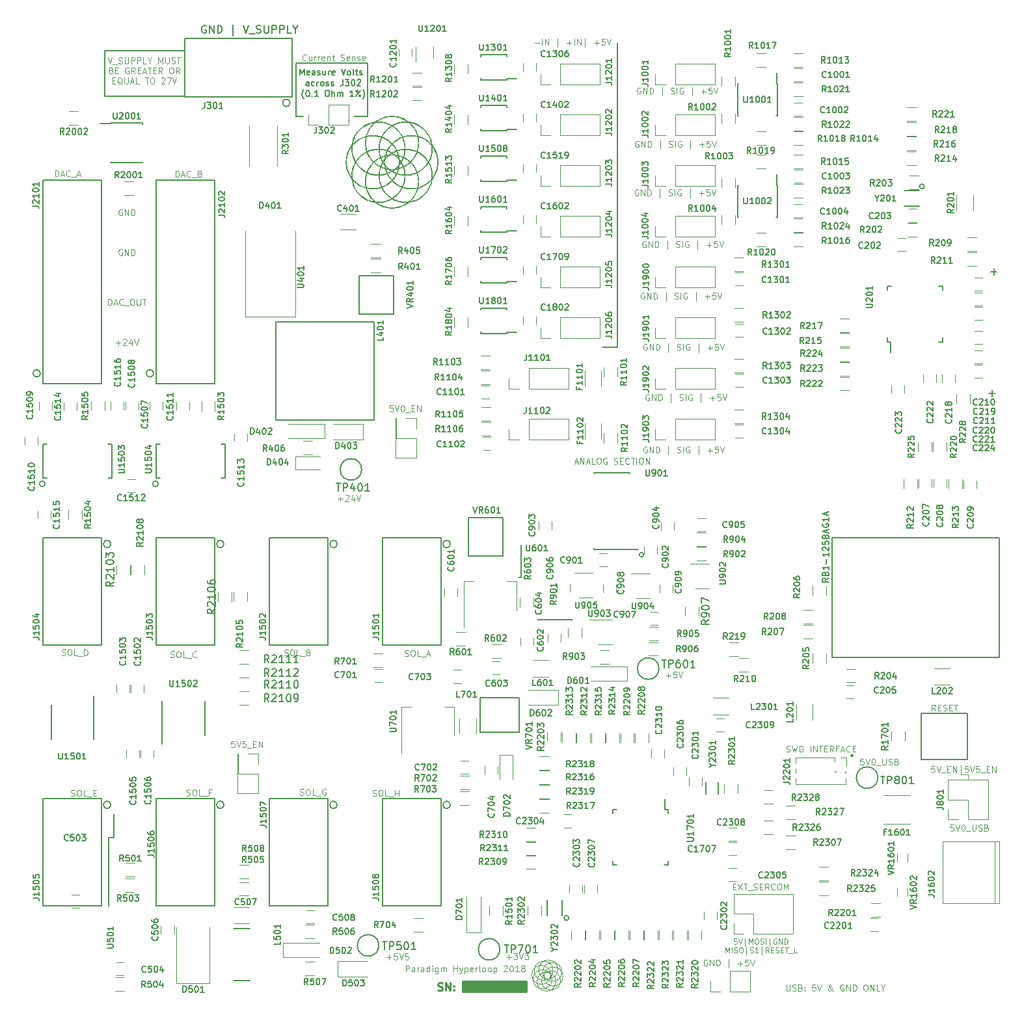
<source format=gto>
G04 #@! TF.GenerationSoftware,KiCad,Pcbnew,(5.0.0)*
G04 #@! TF.CreationDate,2018-10-14T16:13:09-02:30*
G04 #@! TF.ProjectId,node,6E6F64652E6B696361645F7063620000,rev?*
G04 #@! TF.SameCoordinates,Original*
G04 #@! TF.FileFunction,Legend,Top*
G04 #@! TF.FilePolarity,Positive*
%FSLAX46Y46*%
G04 Gerber Fmt 4.6, Leading zero omitted, Abs format (unit mm)*
G04 Created by KiCad (PCBNEW (5.0.0)) date 10/14/18 16:13:09*
%MOMM*%
%LPD*%
G01*
G04 APERTURE LIST*
%ADD10C,0.100000*%
%ADD11C,0.200000*%
%ADD12C,0.250000*%
%ADD13C,0.150000*%
%ADD14C,0.120000*%
%ADD15C,0.050000*%
%ADD16C,0.010000*%
%ADD17C,0.254000*%
G04 APERTURE END LIST*
D10*
X12806756Y-24759280D02*
X12730565Y-24721184D01*
X12616280Y-24721184D01*
X12501994Y-24759280D01*
X12425803Y-24835470D01*
X12387708Y-24911660D01*
X12349613Y-25064041D01*
X12349613Y-25178327D01*
X12387708Y-25330708D01*
X12425803Y-25406899D01*
X12501994Y-25483089D01*
X12616280Y-25521184D01*
X12692470Y-25521184D01*
X12806756Y-25483089D01*
X12844851Y-25444994D01*
X12844851Y-25178327D01*
X12692470Y-25178327D01*
X13187708Y-25521184D02*
X13187708Y-24721184D01*
X13644851Y-25521184D01*
X13644851Y-24721184D01*
X14025803Y-25521184D02*
X14025803Y-24721184D01*
X14216280Y-24721184D01*
X14330565Y-24759280D01*
X14406756Y-24835470D01*
X14444851Y-24911660D01*
X14482946Y-25064041D01*
X14482946Y-25178327D01*
X14444851Y-25330708D01*
X14406756Y-25406899D01*
X14330565Y-25483089D01*
X14216280Y-25521184D01*
X14025803Y-25521184D01*
X12806756Y-29959280D02*
X12730565Y-29921184D01*
X12616280Y-29921184D01*
X12501994Y-29959280D01*
X12425803Y-30035470D01*
X12387708Y-30111660D01*
X12349613Y-30264041D01*
X12349613Y-30378327D01*
X12387708Y-30530708D01*
X12425803Y-30606899D01*
X12501994Y-30683089D01*
X12616280Y-30721184D01*
X12692470Y-30721184D01*
X12806756Y-30683089D01*
X12844851Y-30644994D01*
X12844851Y-30378327D01*
X12692470Y-30378327D01*
X13187708Y-30721184D02*
X13187708Y-29921184D01*
X13644851Y-30721184D01*
X13644851Y-29921184D01*
X14025803Y-30721184D02*
X14025803Y-29921184D01*
X14216280Y-29921184D01*
X14330565Y-29959280D01*
X14406756Y-30035470D01*
X14444851Y-30111660D01*
X14482946Y-30264041D01*
X14482946Y-30378327D01*
X14444851Y-30530708D01*
X14406756Y-30606899D01*
X14330565Y-30683089D01*
X14216280Y-30721184D01*
X14025803Y-30721184D01*
X11016280Y-37221184D02*
X11016280Y-36421184D01*
X11206756Y-36421184D01*
X11321041Y-36459280D01*
X11397232Y-36535470D01*
X11435327Y-36611660D01*
X11473422Y-36764041D01*
X11473422Y-36878327D01*
X11435327Y-37030708D01*
X11397232Y-37106899D01*
X11321041Y-37183089D01*
X11206756Y-37221184D01*
X11016280Y-37221184D01*
X11778184Y-36992613D02*
X12159137Y-36992613D01*
X11701994Y-37221184D02*
X11968660Y-36421184D01*
X12235327Y-37221184D01*
X12959137Y-37144994D02*
X12921041Y-37183089D01*
X12806756Y-37221184D01*
X12730565Y-37221184D01*
X12616280Y-37183089D01*
X12540089Y-37106899D01*
X12501994Y-37030708D01*
X12463899Y-36878327D01*
X12463899Y-36764041D01*
X12501994Y-36611660D01*
X12540089Y-36535470D01*
X12616280Y-36459280D01*
X12730565Y-36421184D01*
X12806756Y-36421184D01*
X12921041Y-36459280D01*
X12959137Y-36497375D01*
X13111518Y-37297375D02*
X13721041Y-37297375D01*
X14063899Y-36421184D02*
X14216280Y-36421184D01*
X14292470Y-36459280D01*
X14368660Y-36535470D01*
X14406756Y-36687851D01*
X14406756Y-36954518D01*
X14368660Y-37106899D01*
X14292470Y-37183089D01*
X14216280Y-37221184D01*
X14063899Y-37221184D01*
X13987708Y-37183089D01*
X13911518Y-37106899D01*
X13873422Y-36954518D01*
X13873422Y-36687851D01*
X13911518Y-36535470D01*
X13987708Y-36459280D01*
X14063899Y-36421184D01*
X14749613Y-36421184D02*
X14749613Y-37068803D01*
X14787708Y-37144994D01*
X14825803Y-37183089D01*
X14901994Y-37221184D01*
X15054375Y-37221184D01*
X15130565Y-37183089D01*
X15168660Y-37144994D01*
X15206756Y-37068803D01*
X15206756Y-36421184D01*
X15473422Y-36421184D02*
X15930565Y-36421184D01*
X15701994Y-37221184D02*
X15701994Y-36421184D01*
X12006756Y-42116422D02*
X12616280Y-42116422D01*
X12311518Y-42421184D02*
X12311518Y-41811660D01*
X12959137Y-41697375D02*
X12997232Y-41659280D01*
X13073422Y-41621184D01*
X13263899Y-41621184D01*
X13340089Y-41659280D01*
X13378184Y-41697375D01*
X13416280Y-41773565D01*
X13416280Y-41849756D01*
X13378184Y-41964041D01*
X12921041Y-42421184D01*
X13416280Y-42421184D01*
X14101994Y-41887851D02*
X14101994Y-42421184D01*
X13911518Y-41583089D02*
X13721041Y-42154518D01*
X14216280Y-42154518D01*
X14406756Y-41621184D02*
X14673422Y-42421184D01*
X14940089Y-41621184D01*
X36778380Y-5281894D02*
X36740284Y-5319989D01*
X36625999Y-5358084D01*
X36549808Y-5358084D01*
X36435522Y-5319989D01*
X36359332Y-5243799D01*
X36321237Y-5167608D01*
X36283141Y-5015227D01*
X36283141Y-4900941D01*
X36321237Y-4748560D01*
X36359332Y-4672370D01*
X36435522Y-4596180D01*
X36549808Y-4558084D01*
X36625999Y-4558084D01*
X36740284Y-4596180D01*
X36778380Y-4634275D01*
X37464094Y-4824751D02*
X37464094Y-5358084D01*
X37121237Y-4824751D02*
X37121237Y-5243799D01*
X37159332Y-5319989D01*
X37235522Y-5358084D01*
X37349808Y-5358084D01*
X37425999Y-5319989D01*
X37464094Y-5281894D01*
X37845046Y-5358084D02*
X37845046Y-4824751D01*
X37845046Y-4977132D02*
X37883141Y-4900941D01*
X37921237Y-4862846D01*
X37997427Y-4824751D01*
X38073618Y-4824751D01*
X38340284Y-5358084D02*
X38340284Y-4824751D01*
X38340284Y-4977132D02*
X38378380Y-4900941D01*
X38416475Y-4862846D01*
X38492665Y-4824751D01*
X38568856Y-4824751D01*
X39140284Y-5319989D02*
X39064094Y-5358084D01*
X38911713Y-5358084D01*
X38835522Y-5319989D01*
X38797427Y-5243799D01*
X38797427Y-4939037D01*
X38835522Y-4862846D01*
X38911713Y-4824751D01*
X39064094Y-4824751D01*
X39140284Y-4862846D01*
X39178380Y-4939037D01*
X39178380Y-5015227D01*
X38797427Y-5091418D01*
X39521237Y-4824751D02*
X39521237Y-5358084D01*
X39521237Y-4900941D02*
X39559332Y-4862846D01*
X39635522Y-4824751D01*
X39749808Y-4824751D01*
X39825999Y-4862846D01*
X39864094Y-4939037D01*
X39864094Y-5358084D01*
X40130760Y-4824751D02*
X40435522Y-4824751D01*
X40245046Y-4558084D02*
X40245046Y-5243799D01*
X40283141Y-5319989D01*
X40359332Y-5358084D01*
X40435522Y-5358084D01*
X41273618Y-5319989D02*
X41387903Y-5358084D01*
X41578380Y-5358084D01*
X41654570Y-5319989D01*
X41692665Y-5281894D01*
X41730760Y-5205703D01*
X41730760Y-5129513D01*
X41692665Y-5053322D01*
X41654570Y-5015227D01*
X41578380Y-4977132D01*
X41425999Y-4939037D01*
X41349808Y-4900941D01*
X41311713Y-4862846D01*
X41273618Y-4786656D01*
X41273618Y-4710465D01*
X41311713Y-4634275D01*
X41349808Y-4596180D01*
X41425999Y-4558084D01*
X41616475Y-4558084D01*
X41730760Y-4596180D01*
X42378380Y-5319989D02*
X42302189Y-5358084D01*
X42149808Y-5358084D01*
X42073618Y-5319989D01*
X42035522Y-5243799D01*
X42035522Y-4939037D01*
X42073618Y-4862846D01*
X42149808Y-4824751D01*
X42302189Y-4824751D01*
X42378380Y-4862846D01*
X42416475Y-4939037D01*
X42416475Y-5015227D01*
X42035522Y-5091418D01*
X42759332Y-4824751D02*
X42759332Y-5358084D01*
X42759332Y-4900941D02*
X42797427Y-4862846D01*
X42873618Y-4824751D01*
X42987903Y-4824751D01*
X43064094Y-4862846D01*
X43102189Y-4939037D01*
X43102189Y-5358084D01*
X43445046Y-5319989D02*
X43521237Y-5358084D01*
X43673618Y-5358084D01*
X43749808Y-5319989D01*
X43787903Y-5243799D01*
X43787903Y-5205703D01*
X43749808Y-5129513D01*
X43673618Y-5091418D01*
X43559332Y-5091418D01*
X43483141Y-5053322D01*
X43445046Y-4977132D01*
X43445046Y-4939037D01*
X43483141Y-4862846D01*
X43559332Y-4824751D01*
X43673618Y-4824751D01*
X43749808Y-4862846D01*
X44435522Y-5319989D02*
X44359332Y-5358084D01*
X44206951Y-5358084D01*
X44130760Y-5319989D01*
X44092665Y-5243799D01*
X44092665Y-4939037D01*
X44130760Y-4862846D01*
X44206951Y-4824751D01*
X44359332Y-4824751D01*
X44435522Y-4862846D01*
X44473618Y-4939037D01*
X44473618Y-5015227D01*
X44092665Y-5091418D01*
D11*
X36352480Y-12616180D02*
X36352480Y-12654280D01*
X35463480Y-12616180D02*
X36352480Y-12616180D01*
X35463480Y-5732780D02*
X35463480Y-12616180D01*
X43019980Y-12616180D02*
X43019980Y-12654280D01*
X44759880Y-12616180D02*
X43019980Y-12616180D01*
X44759880Y-5732780D02*
X44759880Y-12616180D01*
X35463480Y-5732780D02*
X44759880Y-5732780D01*
X23737322Y-838580D02*
X23642084Y-790960D01*
X23499227Y-790960D01*
X23356370Y-838580D01*
X23261132Y-933818D01*
X23213513Y-1029056D01*
X23165894Y-1219532D01*
X23165894Y-1362389D01*
X23213513Y-1552865D01*
X23261132Y-1648103D01*
X23356370Y-1743341D01*
X23499227Y-1790960D01*
X23594465Y-1790960D01*
X23737322Y-1743341D01*
X23784941Y-1695722D01*
X23784941Y-1362389D01*
X23594465Y-1362389D01*
X24213513Y-1790960D02*
X24213513Y-790960D01*
X24784941Y-1790960D01*
X24784941Y-790960D01*
X25261132Y-1790960D02*
X25261132Y-790960D01*
X25499227Y-790960D01*
X25642084Y-838580D01*
X25737322Y-933818D01*
X25784941Y-1029056D01*
X25832560Y-1219532D01*
X25832560Y-1362389D01*
X25784941Y-1552865D01*
X25737322Y-1648103D01*
X25642084Y-1743341D01*
X25499227Y-1790960D01*
X25261132Y-1790960D01*
X27261132Y-2124294D02*
X27261132Y-695722D01*
X28594465Y-790960D02*
X28927799Y-1790960D01*
X29261132Y-790960D01*
X29356370Y-1886199D02*
X30118275Y-1886199D01*
X30308751Y-1743341D02*
X30451608Y-1790960D01*
X30689703Y-1790960D01*
X30784941Y-1743341D01*
X30832560Y-1695722D01*
X30880180Y-1600484D01*
X30880180Y-1505246D01*
X30832560Y-1410008D01*
X30784941Y-1362389D01*
X30689703Y-1314770D01*
X30499227Y-1267151D01*
X30403989Y-1219532D01*
X30356370Y-1171913D01*
X30308751Y-1076675D01*
X30308751Y-981437D01*
X30356370Y-886199D01*
X30403989Y-838580D01*
X30499227Y-790960D01*
X30737322Y-790960D01*
X30880180Y-838580D01*
X31308751Y-790960D02*
X31308751Y-1600484D01*
X31356370Y-1695722D01*
X31403989Y-1743341D01*
X31499227Y-1790960D01*
X31689703Y-1790960D01*
X31784941Y-1743341D01*
X31832560Y-1695722D01*
X31880180Y-1600484D01*
X31880180Y-790960D01*
X32356370Y-1790960D02*
X32356370Y-790960D01*
X32737322Y-790960D01*
X32832560Y-838580D01*
X32880180Y-886199D01*
X32927799Y-981437D01*
X32927799Y-1124294D01*
X32880180Y-1219532D01*
X32832560Y-1267151D01*
X32737322Y-1314770D01*
X32356370Y-1314770D01*
X33356370Y-1790960D02*
X33356370Y-790960D01*
X33737322Y-790960D01*
X33832560Y-838580D01*
X33880180Y-886199D01*
X33927799Y-981437D01*
X33927799Y-1124294D01*
X33880180Y-1219532D01*
X33832560Y-1267151D01*
X33737322Y-1314770D01*
X33356370Y-1314770D01*
X34832560Y-1790960D02*
X34356370Y-1790960D01*
X34356370Y-790960D01*
X35356370Y-1314770D02*
X35356370Y-1790960D01*
X35023037Y-790960D02*
X35356370Y-1314770D01*
X35689703Y-790960D01*
X21061680Y-10012680D02*
X21061680Y-10038080D01*
X10584180Y-10012680D02*
X21061680Y-10012680D01*
X10584180Y-4119880D02*
X10584180Y-10012680D01*
X21010880Y-4119880D02*
X10584180Y-4119880D01*
D10*
X10984818Y-4972584D02*
X11251484Y-5772584D01*
X11518151Y-4972584D01*
X11594341Y-5848775D02*
X12203865Y-5848775D01*
X12356246Y-5734489D02*
X12470532Y-5772584D01*
X12661008Y-5772584D01*
X12737199Y-5734489D01*
X12775294Y-5696394D01*
X12813389Y-5620203D01*
X12813389Y-5544013D01*
X12775294Y-5467822D01*
X12737199Y-5429727D01*
X12661008Y-5391632D01*
X12508627Y-5353537D01*
X12432437Y-5315441D01*
X12394341Y-5277346D01*
X12356246Y-5201156D01*
X12356246Y-5124965D01*
X12394341Y-5048775D01*
X12432437Y-5010680D01*
X12508627Y-4972584D01*
X12699103Y-4972584D01*
X12813389Y-5010680D01*
X13156246Y-4972584D02*
X13156246Y-5620203D01*
X13194341Y-5696394D01*
X13232437Y-5734489D01*
X13308627Y-5772584D01*
X13461008Y-5772584D01*
X13537199Y-5734489D01*
X13575294Y-5696394D01*
X13613389Y-5620203D01*
X13613389Y-4972584D01*
X13994341Y-5772584D02*
X13994341Y-4972584D01*
X14299103Y-4972584D01*
X14375294Y-5010680D01*
X14413389Y-5048775D01*
X14451484Y-5124965D01*
X14451484Y-5239251D01*
X14413389Y-5315441D01*
X14375294Y-5353537D01*
X14299103Y-5391632D01*
X13994341Y-5391632D01*
X14794341Y-5772584D02*
X14794341Y-4972584D01*
X15099103Y-4972584D01*
X15175294Y-5010680D01*
X15213389Y-5048775D01*
X15251484Y-5124965D01*
X15251484Y-5239251D01*
X15213389Y-5315441D01*
X15175294Y-5353537D01*
X15099103Y-5391632D01*
X14794341Y-5391632D01*
X15975294Y-5772584D02*
X15594341Y-5772584D01*
X15594341Y-4972584D01*
X16394341Y-5391632D02*
X16394341Y-5772584D01*
X16127675Y-4972584D02*
X16394341Y-5391632D01*
X16661008Y-4972584D01*
X17537199Y-5772584D02*
X17537199Y-4972584D01*
X17803865Y-5544013D01*
X18070532Y-4972584D01*
X18070532Y-5772584D01*
X18451484Y-4972584D02*
X18451484Y-5620203D01*
X18489580Y-5696394D01*
X18527675Y-5734489D01*
X18603865Y-5772584D01*
X18756246Y-5772584D01*
X18832437Y-5734489D01*
X18870532Y-5696394D01*
X18908627Y-5620203D01*
X18908627Y-4972584D01*
X19251484Y-5734489D02*
X19365770Y-5772584D01*
X19556246Y-5772584D01*
X19632437Y-5734489D01*
X19670532Y-5696394D01*
X19708627Y-5620203D01*
X19708627Y-5544013D01*
X19670532Y-5467822D01*
X19632437Y-5429727D01*
X19556246Y-5391632D01*
X19403865Y-5353537D01*
X19327675Y-5315441D01*
X19289580Y-5277346D01*
X19251484Y-5201156D01*
X19251484Y-5124965D01*
X19289580Y-5048775D01*
X19327675Y-5010680D01*
X19403865Y-4972584D01*
X19594341Y-4972584D01*
X19708627Y-5010680D01*
X19937199Y-4972584D02*
X20394341Y-4972584D01*
X20165770Y-5772584D02*
X20165770Y-4972584D01*
X11384818Y-6653537D02*
X11499103Y-6691632D01*
X11537199Y-6729727D01*
X11575294Y-6805918D01*
X11575294Y-6920203D01*
X11537199Y-6996394D01*
X11499103Y-7034489D01*
X11422913Y-7072584D01*
X11118151Y-7072584D01*
X11118151Y-6272584D01*
X11384818Y-6272584D01*
X11461008Y-6310680D01*
X11499103Y-6348775D01*
X11537199Y-6424965D01*
X11537199Y-6501156D01*
X11499103Y-6577346D01*
X11461008Y-6615441D01*
X11384818Y-6653537D01*
X11118151Y-6653537D01*
X11918151Y-6653537D02*
X12184818Y-6653537D01*
X12299103Y-7072584D02*
X11918151Y-7072584D01*
X11918151Y-6272584D01*
X12299103Y-6272584D01*
X13670532Y-6310680D02*
X13594341Y-6272584D01*
X13480056Y-6272584D01*
X13365770Y-6310680D01*
X13289580Y-6386870D01*
X13251484Y-6463060D01*
X13213389Y-6615441D01*
X13213389Y-6729727D01*
X13251484Y-6882108D01*
X13289580Y-6958299D01*
X13365770Y-7034489D01*
X13480056Y-7072584D01*
X13556246Y-7072584D01*
X13670532Y-7034489D01*
X13708627Y-6996394D01*
X13708627Y-6729727D01*
X13556246Y-6729727D01*
X14508627Y-7072584D02*
X14241960Y-6691632D01*
X14051484Y-7072584D02*
X14051484Y-6272584D01*
X14356246Y-6272584D01*
X14432437Y-6310680D01*
X14470532Y-6348775D01*
X14508627Y-6424965D01*
X14508627Y-6539251D01*
X14470532Y-6615441D01*
X14432437Y-6653537D01*
X14356246Y-6691632D01*
X14051484Y-6691632D01*
X14851484Y-6653537D02*
X15118151Y-6653537D01*
X15232437Y-7072584D02*
X14851484Y-7072584D01*
X14851484Y-6272584D01*
X15232437Y-6272584D01*
X15537199Y-6844013D02*
X15918151Y-6844013D01*
X15461008Y-7072584D02*
X15727675Y-6272584D01*
X15994341Y-7072584D01*
X16146722Y-6272584D02*
X16603865Y-6272584D01*
X16375294Y-7072584D02*
X16375294Y-6272584D01*
X16870532Y-6653537D02*
X17137199Y-6653537D01*
X17251484Y-7072584D02*
X16870532Y-7072584D01*
X16870532Y-6272584D01*
X17251484Y-6272584D01*
X18051484Y-7072584D02*
X17784818Y-6691632D01*
X17594341Y-7072584D02*
X17594341Y-6272584D01*
X17899103Y-6272584D01*
X17975294Y-6310680D01*
X18013389Y-6348775D01*
X18051484Y-6424965D01*
X18051484Y-6539251D01*
X18013389Y-6615441D01*
X17975294Y-6653537D01*
X17899103Y-6691632D01*
X17594341Y-6691632D01*
X19156246Y-6272584D02*
X19308627Y-6272584D01*
X19384818Y-6310680D01*
X19461008Y-6386870D01*
X19499103Y-6539251D01*
X19499103Y-6805918D01*
X19461008Y-6958299D01*
X19384818Y-7034489D01*
X19308627Y-7072584D01*
X19156246Y-7072584D01*
X19080056Y-7034489D01*
X19003865Y-6958299D01*
X18965770Y-6805918D01*
X18965770Y-6539251D01*
X19003865Y-6386870D01*
X19080056Y-6310680D01*
X19156246Y-6272584D01*
X20299103Y-7072584D02*
X20032437Y-6691632D01*
X19841960Y-7072584D02*
X19841960Y-6272584D01*
X20146722Y-6272584D01*
X20222913Y-6310680D01*
X20261008Y-6348775D01*
X20299103Y-6424965D01*
X20299103Y-6539251D01*
X20261008Y-6615441D01*
X20222913Y-6653537D01*
X20146722Y-6691632D01*
X19841960Y-6691632D01*
X11575294Y-7953537D02*
X11841960Y-7953537D01*
X11956246Y-8372584D02*
X11575294Y-8372584D01*
X11575294Y-7572584D01*
X11956246Y-7572584D01*
X12832437Y-8448775D02*
X12756246Y-8410680D01*
X12680056Y-8334489D01*
X12565770Y-8220203D01*
X12489580Y-8182108D01*
X12413389Y-8182108D01*
X12451484Y-8372584D02*
X12375294Y-8334489D01*
X12299103Y-8258299D01*
X12261008Y-8105918D01*
X12261008Y-7839251D01*
X12299103Y-7686870D01*
X12375294Y-7610680D01*
X12451484Y-7572584D01*
X12603865Y-7572584D01*
X12680056Y-7610680D01*
X12756246Y-7686870D01*
X12794341Y-7839251D01*
X12794341Y-8105918D01*
X12756246Y-8258299D01*
X12680056Y-8334489D01*
X12603865Y-8372584D01*
X12451484Y-8372584D01*
X13137199Y-7572584D02*
X13137199Y-8220203D01*
X13175294Y-8296394D01*
X13213389Y-8334489D01*
X13289580Y-8372584D01*
X13441960Y-8372584D01*
X13518151Y-8334489D01*
X13556246Y-8296394D01*
X13594341Y-8220203D01*
X13594341Y-7572584D01*
X13937199Y-8144013D02*
X14318151Y-8144013D01*
X13861008Y-8372584D02*
X14127675Y-7572584D01*
X14394341Y-8372584D01*
X15041960Y-8372584D02*
X14661008Y-8372584D01*
X14661008Y-7572584D01*
X15803865Y-7572584D02*
X16261008Y-7572584D01*
X16032437Y-8372584D02*
X16032437Y-7572584D01*
X16680056Y-7572584D02*
X16832437Y-7572584D01*
X16908627Y-7610680D01*
X16984818Y-7686870D01*
X17022913Y-7839251D01*
X17022913Y-8105918D01*
X16984818Y-8258299D01*
X16908627Y-8334489D01*
X16832437Y-8372584D01*
X16680056Y-8372584D01*
X16603865Y-8334489D01*
X16527675Y-8258299D01*
X16489580Y-8105918D01*
X16489580Y-7839251D01*
X16527675Y-7686870D01*
X16603865Y-7610680D01*
X16680056Y-7572584D01*
X17937199Y-7648775D02*
X17975294Y-7610680D01*
X18051484Y-7572584D01*
X18241960Y-7572584D01*
X18318151Y-7610680D01*
X18356246Y-7648775D01*
X18394341Y-7724965D01*
X18394341Y-7801156D01*
X18356246Y-7915441D01*
X17899103Y-8372584D01*
X18394341Y-8372584D01*
X18661008Y-7572584D02*
X19194341Y-7572584D01*
X18851484Y-8372584D01*
X19384818Y-7572584D02*
X19651484Y-8372584D01*
X19918151Y-7572584D01*
X49726546Y-124001484D02*
X49726546Y-123201484D01*
X50031308Y-123201484D01*
X50107499Y-123239580D01*
X50145594Y-123277675D01*
X50183689Y-123353865D01*
X50183689Y-123468151D01*
X50145594Y-123544341D01*
X50107499Y-123582437D01*
X50031308Y-123620532D01*
X49726546Y-123620532D01*
X50869403Y-124001484D02*
X50869403Y-123582437D01*
X50831308Y-123506246D01*
X50755118Y-123468151D01*
X50602737Y-123468151D01*
X50526546Y-123506246D01*
X50869403Y-123963389D02*
X50793213Y-124001484D01*
X50602737Y-124001484D01*
X50526546Y-123963389D01*
X50488451Y-123887199D01*
X50488451Y-123811008D01*
X50526546Y-123734818D01*
X50602737Y-123696722D01*
X50793213Y-123696722D01*
X50869403Y-123658627D01*
X51250356Y-124001484D02*
X51250356Y-123468151D01*
X51250356Y-123620532D02*
X51288451Y-123544341D01*
X51326546Y-123506246D01*
X51402737Y-123468151D01*
X51478927Y-123468151D01*
X52088451Y-124001484D02*
X52088451Y-123582437D01*
X52050356Y-123506246D01*
X51974165Y-123468151D01*
X51821784Y-123468151D01*
X51745594Y-123506246D01*
X52088451Y-123963389D02*
X52012260Y-124001484D01*
X51821784Y-124001484D01*
X51745594Y-123963389D01*
X51707499Y-123887199D01*
X51707499Y-123811008D01*
X51745594Y-123734818D01*
X51821784Y-123696722D01*
X52012260Y-123696722D01*
X52088451Y-123658627D01*
X52812260Y-124001484D02*
X52812260Y-123201484D01*
X52812260Y-123963389D02*
X52736070Y-124001484D01*
X52583689Y-124001484D01*
X52507499Y-123963389D01*
X52469403Y-123925294D01*
X52431308Y-123849103D01*
X52431308Y-123620532D01*
X52469403Y-123544341D01*
X52507499Y-123506246D01*
X52583689Y-123468151D01*
X52736070Y-123468151D01*
X52812260Y-123506246D01*
X53193213Y-124001484D02*
X53193213Y-123468151D01*
X53193213Y-123201484D02*
X53155118Y-123239580D01*
X53193213Y-123277675D01*
X53231308Y-123239580D01*
X53193213Y-123201484D01*
X53193213Y-123277675D01*
X53917022Y-123468151D02*
X53917022Y-124115770D01*
X53878927Y-124191960D01*
X53840832Y-124230056D01*
X53764641Y-124268151D01*
X53650356Y-124268151D01*
X53574165Y-124230056D01*
X53917022Y-123963389D02*
X53840832Y-124001484D01*
X53688451Y-124001484D01*
X53612260Y-123963389D01*
X53574165Y-123925294D01*
X53536070Y-123849103D01*
X53536070Y-123620532D01*
X53574165Y-123544341D01*
X53612260Y-123506246D01*
X53688451Y-123468151D01*
X53840832Y-123468151D01*
X53917022Y-123506246D01*
X54297975Y-124001484D02*
X54297975Y-123468151D01*
X54297975Y-123544341D02*
X54336070Y-123506246D01*
X54412260Y-123468151D01*
X54526546Y-123468151D01*
X54602737Y-123506246D01*
X54640832Y-123582437D01*
X54640832Y-124001484D01*
X54640832Y-123582437D02*
X54678927Y-123506246D01*
X54755118Y-123468151D01*
X54869403Y-123468151D01*
X54945594Y-123506246D01*
X54983689Y-123582437D01*
X54983689Y-124001484D01*
X55974165Y-124001484D02*
X55974165Y-123201484D01*
X55974165Y-123582437D02*
X56431308Y-123582437D01*
X56431308Y-124001484D02*
X56431308Y-123201484D01*
X56736070Y-123468151D02*
X56926546Y-124001484D01*
X57117022Y-123468151D02*
X56926546Y-124001484D01*
X56850356Y-124191960D01*
X56812260Y-124230056D01*
X56736070Y-124268151D01*
X57421784Y-123468151D02*
X57421784Y-124268151D01*
X57421784Y-123506246D02*
X57497975Y-123468151D01*
X57650356Y-123468151D01*
X57726546Y-123506246D01*
X57764641Y-123544341D01*
X57802737Y-123620532D01*
X57802737Y-123849103D01*
X57764641Y-123925294D01*
X57726546Y-123963389D01*
X57650356Y-124001484D01*
X57497975Y-124001484D01*
X57421784Y-123963389D01*
X58450356Y-123963389D02*
X58374165Y-124001484D01*
X58221784Y-124001484D01*
X58145594Y-123963389D01*
X58107499Y-123887199D01*
X58107499Y-123582437D01*
X58145594Y-123506246D01*
X58221784Y-123468151D01*
X58374165Y-123468151D01*
X58450356Y-123506246D01*
X58488451Y-123582437D01*
X58488451Y-123658627D01*
X58107499Y-123734818D01*
X58831308Y-124001484D02*
X58831308Y-123468151D01*
X58831308Y-123620532D02*
X58869403Y-123544341D01*
X58907499Y-123506246D01*
X58983689Y-123468151D01*
X59059880Y-123468151D01*
X59440832Y-124001484D02*
X59364641Y-123963389D01*
X59326546Y-123887199D01*
X59326546Y-123201484D01*
X59859880Y-124001484D02*
X59783689Y-123963389D01*
X59745594Y-123925294D01*
X59707499Y-123849103D01*
X59707499Y-123620532D01*
X59745594Y-123544341D01*
X59783689Y-123506246D01*
X59859880Y-123468151D01*
X59974165Y-123468151D01*
X60050356Y-123506246D01*
X60088451Y-123544341D01*
X60126546Y-123620532D01*
X60126546Y-123849103D01*
X60088451Y-123925294D01*
X60050356Y-123963389D01*
X59974165Y-124001484D01*
X59859880Y-124001484D01*
X60583689Y-124001484D02*
X60507499Y-123963389D01*
X60469403Y-123925294D01*
X60431308Y-123849103D01*
X60431308Y-123620532D01*
X60469403Y-123544341D01*
X60507499Y-123506246D01*
X60583689Y-123468151D01*
X60697975Y-123468151D01*
X60774165Y-123506246D01*
X60812260Y-123544341D01*
X60850356Y-123620532D01*
X60850356Y-123849103D01*
X60812260Y-123925294D01*
X60774165Y-123963389D01*
X60697975Y-124001484D01*
X60583689Y-124001484D01*
X61193213Y-123468151D02*
X61193213Y-124268151D01*
X61193213Y-123506246D02*
X61269403Y-123468151D01*
X61421784Y-123468151D01*
X61497975Y-123506246D01*
X61536070Y-123544341D01*
X61574165Y-123620532D01*
X61574165Y-123849103D01*
X61536070Y-123925294D01*
X61497975Y-123963389D01*
X61421784Y-124001484D01*
X61269403Y-124001484D01*
X61193213Y-123963389D01*
X62488451Y-123277675D02*
X62526546Y-123239580D01*
X62602737Y-123201484D01*
X62793213Y-123201484D01*
X62869403Y-123239580D01*
X62907499Y-123277675D01*
X62945594Y-123353865D01*
X62945594Y-123430056D01*
X62907499Y-123544341D01*
X62450356Y-124001484D01*
X62945594Y-124001484D01*
X63440832Y-123201484D02*
X63517022Y-123201484D01*
X63593213Y-123239580D01*
X63631308Y-123277675D01*
X63669403Y-123353865D01*
X63707499Y-123506246D01*
X63707499Y-123696722D01*
X63669403Y-123849103D01*
X63631308Y-123925294D01*
X63593213Y-123963389D01*
X63517022Y-124001484D01*
X63440832Y-124001484D01*
X63364641Y-123963389D01*
X63326546Y-123925294D01*
X63288451Y-123849103D01*
X63250356Y-123696722D01*
X63250356Y-123506246D01*
X63288451Y-123353865D01*
X63326546Y-123277675D01*
X63364641Y-123239580D01*
X63440832Y-123201484D01*
X64469403Y-124001484D02*
X64012260Y-124001484D01*
X64240832Y-124001484D02*
X64240832Y-123201484D01*
X64164641Y-123315770D01*
X64088451Y-123391960D01*
X64012260Y-123430056D01*
X64926546Y-123544341D02*
X64850356Y-123506246D01*
X64812260Y-123468151D01*
X64774165Y-123391960D01*
X64774165Y-123353865D01*
X64812260Y-123277675D01*
X64850356Y-123239580D01*
X64926546Y-123201484D01*
X65078927Y-123201484D01*
X65155118Y-123239580D01*
X65193213Y-123277675D01*
X65231308Y-123353865D01*
X65231308Y-123391960D01*
X65193213Y-123468151D01*
X65155118Y-123506246D01*
X65078927Y-123544341D01*
X64926546Y-123544341D01*
X64850356Y-123582437D01*
X64812260Y-123620532D01*
X64774165Y-123696722D01*
X64774165Y-123849103D01*
X64812260Y-123925294D01*
X64850356Y-123963389D01*
X64926546Y-124001484D01*
X65078927Y-124001484D01*
X65155118Y-123963389D01*
X65193213Y-123925294D01*
X65231308Y-123849103D01*
X65231308Y-123696722D01*
X65193213Y-123620532D01*
X65155118Y-123582437D01*
X65078927Y-123544341D01*
D11*
X42296080Y-13111480D02*
X42296080Y-13073380D01*
X107960368Y-95851980D02*
G75*
G03X107960368Y-95851980I-170388J0D01*
G01*
D10*
X62857556Y-122083822D02*
X63467080Y-122083822D01*
X63162318Y-122388584D02*
X63162318Y-121779060D01*
X63771841Y-121588584D02*
X64267080Y-121588584D01*
X64000413Y-121893346D01*
X64114699Y-121893346D01*
X64190889Y-121931441D01*
X64228984Y-121969537D01*
X64267080Y-122045727D01*
X64267080Y-122236203D01*
X64228984Y-122312394D01*
X64190889Y-122350489D01*
X64114699Y-122388584D01*
X63886127Y-122388584D01*
X63809937Y-122350489D01*
X63771841Y-122312394D01*
X64495651Y-121588584D02*
X64762318Y-122388584D01*
X65028984Y-121588584D01*
X65219460Y-121588584D02*
X65714699Y-121588584D01*
X65448032Y-121893346D01*
X65562318Y-121893346D01*
X65638508Y-121931441D01*
X65676603Y-121969537D01*
X65714699Y-122045727D01*
X65714699Y-122236203D01*
X65676603Y-122312394D01*
X65638508Y-122350489D01*
X65562318Y-122388584D01*
X65333746Y-122388584D01*
X65257556Y-122350489D01*
X65219460Y-122312394D01*
X47236556Y-122109222D02*
X47846080Y-122109222D01*
X47541318Y-122413984D02*
X47541318Y-121804460D01*
X48607984Y-121613984D02*
X48227032Y-121613984D01*
X48188937Y-121994937D01*
X48227032Y-121956841D01*
X48303222Y-121918746D01*
X48493699Y-121918746D01*
X48569889Y-121956841D01*
X48607984Y-121994937D01*
X48646080Y-122071127D01*
X48646080Y-122261603D01*
X48607984Y-122337794D01*
X48569889Y-122375889D01*
X48493699Y-122413984D01*
X48303222Y-122413984D01*
X48227032Y-122375889D01*
X48188937Y-122337794D01*
X48874651Y-121613984D02*
X49141318Y-122413984D01*
X49407984Y-121613984D01*
X50055603Y-121613984D02*
X49674651Y-121613984D01*
X49636556Y-121994937D01*
X49674651Y-121956841D01*
X49750841Y-121918746D01*
X49941318Y-121918746D01*
X50017508Y-121956841D01*
X50055603Y-121994937D01*
X50093699Y-122071127D01*
X50093699Y-122261603D01*
X50055603Y-122337794D01*
X50017508Y-122375889D01*
X49941318Y-122413984D01*
X49750841Y-122413984D01*
X49674651Y-122375889D01*
X49636556Y-122337794D01*
X40911956Y-62444622D02*
X41521480Y-62444622D01*
X41216718Y-62749384D02*
X41216718Y-62139860D01*
X41864337Y-62025575D02*
X41902432Y-61987480D01*
X41978622Y-61949384D01*
X42169099Y-61949384D01*
X42245289Y-61987480D01*
X42283384Y-62025575D01*
X42321480Y-62101765D01*
X42321480Y-62177956D01*
X42283384Y-62292241D01*
X41826241Y-62749384D01*
X42321480Y-62749384D01*
X43007194Y-62216051D02*
X43007194Y-62749384D01*
X42816718Y-61911289D02*
X42626241Y-62482718D01*
X43121480Y-62482718D01*
X43311956Y-61949384D02*
X43578622Y-62749384D01*
X43845289Y-61949384D01*
X83609308Y-85431622D02*
X84218832Y-85431622D01*
X83914070Y-85736384D02*
X83914070Y-85126860D01*
X84980737Y-84936384D02*
X84599784Y-84936384D01*
X84561689Y-85317337D01*
X84599784Y-85279241D01*
X84675975Y-85241146D01*
X84866451Y-85241146D01*
X84942641Y-85279241D01*
X84980737Y-85317337D01*
X85018832Y-85393527D01*
X85018832Y-85584003D01*
X84980737Y-85660194D01*
X84942641Y-85698289D01*
X84866451Y-85736384D01*
X84675975Y-85736384D01*
X84599784Y-85698289D01*
X84561689Y-85660194D01*
X85247403Y-84936384D02*
X85514070Y-85736384D01*
X85780737Y-84936384D01*
X109320584Y-96264784D02*
X108939632Y-96264784D01*
X108901537Y-96645737D01*
X108939632Y-96607641D01*
X109015822Y-96569546D01*
X109206299Y-96569546D01*
X109282489Y-96607641D01*
X109320584Y-96645737D01*
X109358680Y-96721927D01*
X109358680Y-96912403D01*
X109320584Y-96988594D01*
X109282489Y-97026689D01*
X109206299Y-97064784D01*
X109015822Y-97064784D01*
X108939632Y-97026689D01*
X108901537Y-96988594D01*
X109587251Y-96264784D02*
X109853918Y-97064784D01*
X110120584Y-96264784D01*
X110539632Y-96264784D02*
X110615822Y-96264784D01*
X110692013Y-96302880D01*
X110730108Y-96340975D01*
X110768203Y-96417165D01*
X110806299Y-96569546D01*
X110806299Y-96760022D01*
X110768203Y-96912403D01*
X110730108Y-96988594D01*
X110692013Y-97026689D01*
X110615822Y-97064784D01*
X110539632Y-97064784D01*
X110463441Y-97026689D01*
X110425346Y-96988594D01*
X110387251Y-96912403D01*
X110349156Y-96760022D01*
X110349156Y-96569546D01*
X110387251Y-96417165D01*
X110425346Y-96340975D01*
X110463441Y-96302880D01*
X110539632Y-96264784D01*
X110958680Y-97140975D02*
X111568203Y-97140975D01*
X111758680Y-96264784D02*
X111758680Y-96912403D01*
X111796775Y-96988594D01*
X111834870Y-97026689D01*
X111911060Y-97064784D01*
X112063441Y-97064784D01*
X112139632Y-97026689D01*
X112177727Y-96988594D01*
X112215822Y-96912403D01*
X112215822Y-96264784D01*
X112558680Y-97026689D02*
X112672965Y-97064784D01*
X112863441Y-97064784D01*
X112939632Y-97026689D01*
X112977727Y-96988594D01*
X113015822Y-96912403D01*
X113015822Y-96836213D01*
X112977727Y-96760022D01*
X112939632Y-96721927D01*
X112863441Y-96683832D01*
X112711060Y-96645737D01*
X112634870Y-96607641D01*
X112596775Y-96569546D01*
X112558680Y-96493356D01*
X112558680Y-96417165D01*
X112596775Y-96340975D01*
X112634870Y-96302880D01*
X112711060Y-96264784D01*
X112901537Y-96264784D01*
X113015822Y-96302880D01*
X113625346Y-96645737D02*
X113739632Y-96683832D01*
X113777727Y-96721927D01*
X113815822Y-96798118D01*
X113815822Y-96912403D01*
X113777727Y-96988594D01*
X113739632Y-97026689D01*
X113663441Y-97064784D01*
X113358680Y-97064784D01*
X113358680Y-96264784D01*
X113625346Y-96264784D01*
X113701537Y-96302880D01*
X113739632Y-96340975D01*
X113777727Y-96417165D01*
X113777727Y-96493356D01*
X113739632Y-96569546D01*
X113701537Y-96607641D01*
X113625346Y-96645737D01*
X113358680Y-96645737D01*
D11*
X75366880Y-42702480D02*
X75366880Y-42677080D01*
X77271880Y-42702480D02*
X75366880Y-42702480D01*
X77271880Y-3027680D02*
X77271880Y-42702480D01*
D10*
X66490194Y-3034022D02*
X67099718Y-3034022D01*
X67480670Y-3338784D02*
X67480670Y-2538784D01*
X67861622Y-3338784D02*
X67861622Y-2538784D01*
X68318765Y-3338784D01*
X68318765Y-2538784D01*
X69499718Y-3605451D02*
X69499718Y-2462594D01*
X70680670Y-3034022D02*
X71290194Y-3034022D01*
X70985432Y-3338784D02*
X70985432Y-2729260D01*
X71671146Y-3338784D02*
X71671146Y-2538784D01*
X72052099Y-3338784D02*
X72052099Y-2538784D01*
X72509241Y-3338784D01*
X72509241Y-2538784D01*
X73080670Y-3605451D02*
X73080670Y-2462594D01*
X74261622Y-3034022D02*
X74871146Y-3034022D01*
X74566384Y-3338784D02*
X74566384Y-2729260D01*
X75633051Y-2538784D02*
X75252099Y-2538784D01*
X75214003Y-2919737D01*
X75252099Y-2881641D01*
X75328289Y-2843546D01*
X75518765Y-2843546D01*
X75594956Y-2881641D01*
X75633051Y-2919737D01*
X75671146Y-2995927D01*
X75671146Y-3186403D01*
X75633051Y-3262594D01*
X75594956Y-3300689D01*
X75518765Y-3338784D01*
X75328289Y-3338784D01*
X75252099Y-3300689D01*
X75214003Y-3262594D01*
X75899718Y-2538784D02*
X76166384Y-3338784D01*
X76433051Y-2538784D01*
X48068432Y-50265384D02*
X47687480Y-50265384D01*
X47649384Y-50646337D01*
X47687480Y-50608241D01*
X47763670Y-50570146D01*
X47954146Y-50570146D01*
X48030337Y-50608241D01*
X48068432Y-50646337D01*
X48106527Y-50722527D01*
X48106527Y-50913003D01*
X48068432Y-50989194D01*
X48030337Y-51027289D01*
X47954146Y-51065384D01*
X47763670Y-51065384D01*
X47687480Y-51027289D01*
X47649384Y-50989194D01*
X48335099Y-50265384D02*
X48601765Y-51065384D01*
X48868432Y-50265384D01*
X49287480Y-50265384D02*
X49363670Y-50265384D01*
X49439860Y-50303480D01*
X49477956Y-50341575D01*
X49516051Y-50417765D01*
X49554146Y-50570146D01*
X49554146Y-50760622D01*
X49516051Y-50913003D01*
X49477956Y-50989194D01*
X49439860Y-51027289D01*
X49363670Y-51065384D01*
X49287480Y-51065384D01*
X49211289Y-51027289D01*
X49173194Y-50989194D01*
X49135099Y-50913003D01*
X49097003Y-50760622D01*
X49097003Y-50570146D01*
X49135099Y-50417765D01*
X49173194Y-50341575D01*
X49211289Y-50303480D01*
X49287480Y-50265384D01*
X49706527Y-51141575D02*
X50316051Y-51141575D01*
X50506527Y-50646337D02*
X50773194Y-50646337D01*
X50887480Y-51065384D02*
X50506527Y-51065384D01*
X50506527Y-50265384D01*
X50887480Y-50265384D01*
X51230337Y-51065384D02*
X51230337Y-50265384D01*
X51687480Y-51065384D01*
X51687480Y-50265384D01*
X27443632Y-93978784D02*
X27062680Y-93978784D01*
X27024584Y-94359737D01*
X27062680Y-94321641D01*
X27138870Y-94283546D01*
X27329346Y-94283546D01*
X27405537Y-94321641D01*
X27443632Y-94359737D01*
X27481727Y-94435927D01*
X27481727Y-94626403D01*
X27443632Y-94702594D01*
X27405537Y-94740689D01*
X27329346Y-94778784D01*
X27138870Y-94778784D01*
X27062680Y-94740689D01*
X27024584Y-94702594D01*
X27710299Y-93978784D02*
X27976965Y-94778784D01*
X28243632Y-93978784D01*
X28891251Y-93978784D02*
X28510299Y-93978784D01*
X28472203Y-94359737D01*
X28510299Y-94321641D01*
X28586489Y-94283546D01*
X28776965Y-94283546D01*
X28853156Y-94321641D01*
X28891251Y-94359737D01*
X28929346Y-94435927D01*
X28929346Y-94626403D01*
X28891251Y-94702594D01*
X28853156Y-94740689D01*
X28776965Y-94778784D01*
X28586489Y-94778784D01*
X28510299Y-94740689D01*
X28472203Y-94702594D01*
X29081727Y-94854975D02*
X29691251Y-94854975D01*
X29881727Y-94359737D02*
X30148394Y-94359737D01*
X30262680Y-94778784D02*
X29881727Y-94778784D01*
X29881727Y-93978784D01*
X30262680Y-93978784D01*
X30605537Y-94778784D02*
X30605537Y-93978784D01*
X31062680Y-94778784D01*
X31062680Y-93978784D01*
X92807546Y-119696746D02*
X92474213Y-119696746D01*
X92440880Y-120030080D01*
X92474213Y-119996746D01*
X92540880Y-119963413D01*
X92707546Y-119963413D01*
X92774213Y-119996746D01*
X92807546Y-120030080D01*
X92840880Y-120096746D01*
X92840880Y-120263413D01*
X92807546Y-120330080D01*
X92774213Y-120363413D01*
X92707546Y-120396746D01*
X92540880Y-120396746D01*
X92474213Y-120363413D01*
X92440880Y-120330080D01*
X93040880Y-119696746D02*
X93274213Y-120396746D01*
X93507546Y-119696746D01*
X93907546Y-120630080D02*
X93907546Y-119630080D01*
X94407546Y-120396746D02*
X94407546Y-119696746D01*
X94640880Y-120196746D01*
X94874213Y-119696746D01*
X94874213Y-120396746D01*
X95340880Y-119696746D02*
X95474213Y-119696746D01*
X95540880Y-119730080D01*
X95607546Y-119796746D01*
X95640880Y-119930080D01*
X95640880Y-120163413D01*
X95607546Y-120296746D01*
X95540880Y-120363413D01*
X95474213Y-120396746D01*
X95340880Y-120396746D01*
X95274213Y-120363413D01*
X95207546Y-120296746D01*
X95174213Y-120163413D01*
X95174213Y-119930080D01*
X95207546Y-119796746D01*
X95274213Y-119730080D01*
X95340880Y-119696746D01*
X95907546Y-120363413D02*
X96007546Y-120396746D01*
X96174213Y-120396746D01*
X96240880Y-120363413D01*
X96274213Y-120330080D01*
X96307546Y-120263413D01*
X96307546Y-120196746D01*
X96274213Y-120130080D01*
X96240880Y-120096746D01*
X96174213Y-120063413D01*
X96040880Y-120030080D01*
X95974213Y-119996746D01*
X95940880Y-119963413D01*
X95907546Y-119896746D01*
X95907546Y-119830080D01*
X95940880Y-119763413D01*
X95974213Y-119730080D01*
X96040880Y-119696746D01*
X96207546Y-119696746D01*
X96307546Y-119730080D01*
X96607546Y-120396746D02*
X96607546Y-119696746D01*
X97107546Y-120630080D02*
X97107546Y-119630080D01*
X97974213Y-119730080D02*
X97907546Y-119696746D01*
X97807546Y-119696746D01*
X97707546Y-119730080D01*
X97640880Y-119796746D01*
X97607546Y-119863413D01*
X97574213Y-119996746D01*
X97574213Y-120096746D01*
X97607546Y-120230080D01*
X97640880Y-120296746D01*
X97707546Y-120363413D01*
X97807546Y-120396746D01*
X97874213Y-120396746D01*
X97974213Y-120363413D01*
X98007546Y-120330080D01*
X98007546Y-120096746D01*
X97874213Y-120096746D01*
X98307546Y-120396746D02*
X98307546Y-119696746D01*
X98707546Y-120396746D01*
X98707546Y-119696746D01*
X99040880Y-120396746D02*
X99040880Y-119696746D01*
X99207546Y-119696746D01*
X99307546Y-119730080D01*
X99374213Y-119796746D01*
X99407546Y-119863413D01*
X99440880Y-119996746D01*
X99440880Y-120096746D01*
X99407546Y-120230080D01*
X99374213Y-120296746D01*
X99307546Y-120363413D01*
X99207546Y-120396746D01*
X99040880Y-120396746D01*
X91374213Y-121546746D02*
X91374213Y-120846746D01*
X91607546Y-121346746D01*
X91840880Y-120846746D01*
X91840880Y-121546746D01*
X92174213Y-121546746D02*
X92174213Y-120846746D01*
X92474213Y-121513413D02*
X92574213Y-121546746D01*
X92740880Y-121546746D01*
X92807546Y-121513413D01*
X92840880Y-121480080D01*
X92874213Y-121413413D01*
X92874213Y-121346746D01*
X92840880Y-121280080D01*
X92807546Y-121246746D01*
X92740880Y-121213413D01*
X92607546Y-121180080D01*
X92540880Y-121146746D01*
X92507546Y-121113413D01*
X92474213Y-121046746D01*
X92474213Y-120980080D01*
X92507546Y-120913413D01*
X92540880Y-120880080D01*
X92607546Y-120846746D01*
X92774213Y-120846746D01*
X92874213Y-120880080D01*
X93307546Y-120846746D02*
X93440880Y-120846746D01*
X93507546Y-120880080D01*
X93574213Y-120946746D01*
X93607546Y-121080080D01*
X93607546Y-121313413D01*
X93574213Y-121446746D01*
X93507546Y-121513413D01*
X93440880Y-121546746D01*
X93307546Y-121546746D01*
X93240880Y-121513413D01*
X93174213Y-121446746D01*
X93140880Y-121313413D01*
X93140880Y-121080080D01*
X93174213Y-120946746D01*
X93240880Y-120880080D01*
X93307546Y-120846746D01*
X94074213Y-121780080D02*
X94074213Y-120780080D01*
X94540880Y-121513413D02*
X94640880Y-121546746D01*
X94807546Y-121546746D01*
X94874213Y-121513413D01*
X94907546Y-121480080D01*
X94940880Y-121413413D01*
X94940880Y-121346746D01*
X94907546Y-121280080D01*
X94874213Y-121246746D01*
X94807546Y-121213413D01*
X94674213Y-121180080D01*
X94607546Y-121146746D01*
X94574213Y-121113413D01*
X94540880Y-121046746D01*
X94540880Y-120980080D01*
X94574213Y-120913413D01*
X94607546Y-120880080D01*
X94674213Y-120846746D01*
X94840880Y-120846746D01*
X94940880Y-120880080D01*
X95607546Y-121546746D02*
X95207546Y-121546746D01*
X95407546Y-121546746D02*
X95407546Y-120846746D01*
X95340880Y-120946746D01*
X95274213Y-121013413D01*
X95207546Y-121046746D01*
X96074213Y-121780080D02*
X96074213Y-120780080D01*
X96974213Y-121546746D02*
X96740880Y-121213413D01*
X96574213Y-121546746D02*
X96574213Y-120846746D01*
X96840880Y-120846746D01*
X96907546Y-120880080D01*
X96940880Y-120913413D01*
X96974213Y-120980080D01*
X96974213Y-121080080D01*
X96940880Y-121146746D01*
X96907546Y-121180080D01*
X96840880Y-121213413D01*
X96574213Y-121213413D01*
X97274213Y-121180080D02*
X97507546Y-121180080D01*
X97607546Y-121546746D02*
X97274213Y-121546746D01*
X97274213Y-120846746D01*
X97607546Y-120846746D01*
X97874213Y-121513413D02*
X97974213Y-121546746D01*
X98140880Y-121546746D01*
X98207546Y-121513413D01*
X98240880Y-121480080D01*
X98274213Y-121413413D01*
X98274213Y-121346746D01*
X98240880Y-121280080D01*
X98207546Y-121246746D01*
X98140880Y-121213413D01*
X98007546Y-121180080D01*
X97940880Y-121146746D01*
X97907546Y-121113413D01*
X97874213Y-121046746D01*
X97874213Y-120980080D01*
X97907546Y-120913413D01*
X97940880Y-120880080D01*
X98007546Y-120846746D01*
X98174213Y-120846746D01*
X98274213Y-120880080D01*
X98574213Y-121180080D02*
X98807546Y-121180080D01*
X98907546Y-121546746D02*
X98574213Y-121546746D01*
X98574213Y-120846746D01*
X98907546Y-120846746D01*
X99107546Y-120846746D02*
X99507546Y-120846746D01*
X99307546Y-121546746D02*
X99307546Y-120846746D01*
X99574213Y-121613413D02*
X100107546Y-121613413D01*
X100607546Y-121546746D02*
X100274213Y-121546746D01*
X100274213Y-120846746D01*
X121029984Y-104849984D02*
X120649032Y-104849984D01*
X120610937Y-105230937D01*
X120649032Y-105192841D01*
X120725222Y-105154746D01*
X120915699Y-105154746D01*
X120991889Y-105192841D01*
X121029984Y-105230937D01*
X121068080Y-105307127D01*
X121068080Y-105497603D01*
X121029984Y-105573794D01*
X120991889Y-105611889D01*
X120915699Y-105649984D01*
X120725222Y-105649984D01*
X120649032Y-105611889D01*
X120610937Y-105573794D01*
X121296651Y-104849984D02*
X121563318Y-105649984D01*
X121829984Y-104849984D01*
X122249032Y-104849984D02*
X122325222Y-104849984D01*
X122401413Y-104888080D01*
X122439508Y-104926175D01*
X122477603Y-105002365D01*
X122515699Y-105154746D01*
X122515699Y-105345222D01*
X122477603Y-105497603D01*
X122439508Y-105573794D01*
X122401413Y-105611889D01*
X122325222Y-105649984D01*
X122249032Y-105649984D01*
X122172841Y-105611889D01*
X122134746Y-105573794D01*
X122096651Y-105497603D01*
X122058556Y-105345222D01*
X122058556Y-105154746D01*
X122096651Y-105002365D01*
X122134746Y-104926175D01*
X122172841Y-104888080D01*
X122249032Y-104849984D01*
X122668080Y-105726175D02*
X123277603Y-105726175D01*
X123468080Y-104849984D02*
X123468080Y-105497603D01*
X123506175Y-105573794D01*
X123544270Y-105611889D01*
X123620460Y-105649984D01*
X123772841Y-105649984D01*
X123849032Y-105611889D01*
X123887127Y-105573794D01*
X123925222Y-105497603D01*
X123925222Y-104849984D01*
X124268080Y-105611889D02*
X124382365Y-105649984D01*
X124572841Y-105649984D01*
X124649032Y-105611889D01*
X124687127Y-105573794D01*
X124725222Y-105497603D01*
X124725222Y-105421413D01*
X124687127Y-105345222D01*
X124649032Y-105307127D01*
X124572841Y-105269032D01*
X124420460Y-105230937D01*
X124344270Y-105192841D01*
X124306175Y-105154746D01*
X124268080Y-105078556D01*
X124268080Y-105002365D01*
X124306175Y-104926175D01*
X124344270Y-104888080D01*
X124420460Y-104849984D01*
X124610937Y-104849984D01*
X124725222Y-104888080D01*
X125334746Y-105230937D02*
X125449032Y-105269032D01*
X125487127Y-105307127D01*
X125525222Y-105383318D01*
X125525222Y-105497603D01*
X125487127Y-105573794D01*
X125449032Y-105611889D01*
X125372841Y-105649984D01*
X125068080Y-105649984D01*
X125068080Y-104849984D01*
X125334746Y-104849984D01*
X125410937Y-104888080D01*
X125449032Y-104926175D01*
X125487127Y-105002365D01*
X125487127Y-105078556D01*
X125449032Y-105154746D01*
X125410937Y-105192841D01*
X125334746Y-105230937D01*
X125068080Y-105230937D01*
X122890280Y-98303080D02*
X122890280Y-98963480D01*
X121975880Y-98303080D02*
X122890280Y-98303080D01*
X118547356Y-97229984D02*
X118166403Y-97229984D01*
X118128308Y-97610937D01*
X118166403Y-97572841D01*
X118242594Y-97534746D01*
X118433070Y-97534746D01*
X118509260Y-97572841D01*
X118547356Y-97610937D01*
X118585451Y-97687127D01*
X118585451Y-97877603D01*
X118547356Y-97953794D01*
X118509260Y-97991889D01*
X118433070Y-98029984D01*
X118242594Y-98029984D01*
X118166403Y-97991889D01*
X118128308Y-97953794D01*
X118814022Y-97229984D02*
X119080689Y-98029984D01*
X119347356Y-97229984D01*
X119423546Y-98106175D02*
X120033070Y-98106175D01*
X120223546Y-97610937D02*
X120490213Y-97610937D01*
X120604499Y-98029984D02*
X120223546Y-98029984D01*
X120223546Y-97229984D01*
X120604499Y-97229984D01*
X120947356Y-98029984D02*
X120947356Y-97229984D01*
X121404499Y-98029984D01*
X121404499Y-97229984D01*
X121975927Y-98296651D02*
X121975927Y-97153794D01*
X122928308Y-97229984D02*
X122547356Y-97229984D01*
X122509260Y-97610937D01*
X122547356Y-97572841D01*
X122623546Y-97534746D01*
X122814022Y-97534746D01*
X122890213Y-97572841D01*
X122928308Y-97610937D01*
X122966403Y-97687127D01*
X122966403Y-97877603D01*
X122928308Y-97953794D01*
X122890213Y-97991889D01*
X122814022Y-98029984D01*
X122623546Y-98029984D01*
X122547356Y-97991889D01*
X122509260Y-97953794D01*
X123194975Y-97229984D02*
X123461641Y-98029984D01*
X123728308Y-97229984D01*
X124375927Y-97229984D02*
X123994975Y-97229984D01*
X123956880Y-97610937D01*
X123994975Y-97572841D01*
X124071165Y-97534746D01*
X124261641Y-97534746D01*
X124337832Y-97572841D01*
X124375927Y-97610937D01*
X124414022Y-97687127D01*
X124414022Y-97877603D01*
X124375927Y-97953794D01*
X124337832Y-97991889D01*
X124261641Y-98029984D01*
X124071165Y-98029984D01*
X123994975Y-97991889D01*
X123956880Y-97953794D01*
X124566403Y-98106175D02*
X125175927Y-98106175D01*
X125366403Y-97610937D02*
X125633070Y-97610937D01*
X125747356Y-98029984D02*
X125366403Y-98029984D01*
X125366403Y-97229984D01*
X125747356Y-97229984D01*
X126090213Y-98029984D02*
X126090213Y-97229984D01*
X126547356Y-98029984D01*
X126547356Y-97229984D01*
D11*
X35991070Y-7247384D02*
X35991070Y-6447384D01*
X36257737Y-7018813D01*
X36524403Y-6447384D01*
X36524403Y-7247384D01*
X37210118Y-7209289D02*
X37133927Y-7247384D01*
X36981546Y-7247384D01*
X36905356Y-7209289D01*
X36867260Y-7133099D01*
X36867260Y-6828337D01*
X36905356Y-6752146D01*
X36981546Y-6714051D01*
X37133927Y-6714051D01*
X37210118Y-6752146D01*
X37248213Y-6828337D01*
X37248213Y-6904527D01*
X36867260Y-6980718D01*
X37933927Y-7247384D02*
X37933927Y-6828337D01*
X37895832Y-6752146D01*
X37819641Y-6714051D01*
X37667260Y-6714051D01*
X37591070Y-6752146D01*
X37933927Y-7209289D02*
X37857737Y-7247384D01*
X37667260Y-7247384D01*
X37591070Y-7209289D01*
X37552975Y-7133099D01*
X37552975Y-7056908D01*
X37591070Y-6980718D01*
X37667260Y-6942622D01*
X37857737Y-6942622D01*
X37933927Y-6904527D01*
X38276784Y-7209289D02*
X38352975Y-7247384D01*
X38505356Y-7247384D01*
X38581546Y-7209289D01*
X38619641Y-7133099D01*
X38619641Y-7095003D01*
X38581546Y-7018813D01*
X38505356Y-6980718D01*
X38391070Y-6980718D01*
X38314880Y-6942622D01*
X38276784Y-6866432D01*
X38276784Y-6828337D01*
X38314880Y-6752146D01*
X38391070Y-6714051D01*
X38505356Y-6714051D01*
X38581546Y-6752146D01*
X39305356Y-6714051D02*
X39305356Y-7247384D01*
X38962499Y-6714051D02*
X38962499Y-7133099D01*
X39000594Y-7209289D01*
X39076784Y-7247384D01*
X39191070Y-7247384D01*
X39267260Y-7209289D01*
X39305356Y-7171194D01*
X39686308Y-7247384D02*
X39686308Y-6714051D01*
X39686308Y-6866432D02*
X39724403Y-6790241D01*
X39762499Y-6752146D01*
X39838689Y-6714051D01*
X39914880Y-6714051D01*
X40486308Y-7209289D02*
X40410118Y-7247384D01*
X40257737Y-7247384D01*
X40181546Y-7209289D01*
X40143451Y-7133099D01*
X40143451Y-6828337D01*
X40181546Y-6752146D01*
X40257737Y-6714051D01*
X40410118Y-6714051D01*
X40486308Y-6752146D01*
X40524403Y-6828337D01*
X40524403Y-6904527D01*
X40143451Y-6980718D01*
X41362499Y-6447384D02*
X41629165Y-7247384D01*
X41895832Y-6447384D01*
X42276784Y-7247384D02*
X42200594Y-7209289D01*
X42162499Y-7171194D01*
X42124403Y-7095003D01*
X42124403Y-6866432D01*
X42162499Y-6790241D01*
X42200594Y-6752146D01*
X42276784Y-6714051D01*
X42391070Y-6714051D01*
X42467260Y-6752146D01*
X42505356Y-6790241D01*
X42543451Y-6866432D01*
X42543451Y-7095003D01*
X42505356Y-7171194D01*
X42467260Y-7209289D01*
X42391070Y-7247384D01*
X42276784Y-7247384D01*
X43000594Y-7247384D02*
X42924403Y-7209289D01*
X42886308Y-7133099D01*
X42886308Y-6447384D01*
X43191070Y-6714051D02*
X43495832Y-6714051D01*
X43305356Y-6447384D02*
X43305356Y-7133099D01*
X43343451Y-7209289D01*
X43419641Y-7247384D01*
X43495832Y-7247384D01*
X43724403Y-7209289D02*
X43800594Y-7247384D01*
X43952975Y-7247384D01*
X44029165Y-7209289D01*
X44067260Y-7133099D01*
X44067260Y-7095003D01*
X44029165Y-7018813D01*
X43952975Y-6980718D01*
X43838689Y-6980718D01*
X43762499Y-6942622D01*
X43724403Y-6866432D01*
X43724403Y-6828337D01*
X43762499Y-6752146D01*
X43838689Y-6714051D01*
X43952975Y-6714051D01*
X44029165Y-6752146D01*
X37133927Y-8647384D02*
X37133927Y-8228337D01*
X37095832Y-8152146D01*
X37019641Y-8114051D01*
X36867260Y-8114051D01*
X36791070Y-8152146D01*
X37133927Y-8609289D02*
X37057737Y-8647384D01*
X36867260Y-8647384D01*
X36791070Y-8609289D01*
X36752975Y-8533099D01*
X36752975Y-8456908D01*
X36791070Y-8380718D01*
X36867260Y-8342622D01*
X37057737Y-8342622D01*
X37133927Y-8304527D01*
X37857737Y-8609289D02*
X37781546Y-8647384D01*
X37629165Y-8647384D01*
X37552975Y-8609289D01*
X37514880Y-8571194D01*
X37476784Y-8495003D01*
X37476784Y-8266432D01*
X37514880Y-8190241D01*
X37552975Y-8152146D01*
X37629165Y-8114051D01*
X37781546Y-8114051D01*
X37857737Y-8152146D01*
X38200594Y-8647384D02*
X38200594Y-8114051D01*
X38200594Y-8266432D02*
X38238689Y-8190241D01*
X38276784Y-8152146D01*
X38352975Y-8114051D01*
X38429165Y-8114051D01*
X38810118Y-8647384D02*
X38733927Y-8609289D01*
X38695832Y-8571194D01*
X38657737Y-8495003D01*
X38657737Y-8266432D01*
X38695832Y-8190241D01*
X38733927Y-8152146D01*
X38810118Y-8114051D01*
X38924403Y-8114051D01*
X39000594Y-8152146D01*
X39038689Y-8190241D01*
X39076784Y-8266432D01*
X39076784Y-8495003D01*
X39038689Y-8571194D01*
X39000594Y-8609289D01*
X38924403Y-8647384D01*
X38810118Y-8647384D01*
X39381546Y-8609289D02*
X39457737Y-8647384D01*
X39610118Y-8647384D01*
X39686308Y-8609289D01*
X39724403Y-8533099D01*
X39724403Y-8495003D01*
X39686308Y-8418813D01*
X39610118Y-8380718D01*
X39495832Y-8380718D01*
X39419641Y-8342622D01*
X39381546Y-8266432D01*
X39381546Y-8228337D01*
X39419641Y-8152146D01*
X39495832Y-8114051D01*
X39610118Y-8114051D01*
X39686308Y-8152146D01*
X40029165Y-8609289D02*
X40105356Y-8647384D01*
X40257737Y-8647384D01*
X40333927Y-8609289D01*
X40372022Y-8533099D01*
X40372022Y-8495003D01*
X40333927Y-8418813D01*
X40257737Y-8380718D01*
X40143451Y-8380718D01*
X40067260Y-8342622D01*
X40029165Y-8266432D01*
X40029165Y-8228337D01*
X40067260Y-8152146D01*
X40143451Y-8114051D01*
X40257737Y-8114051D01*
X40333927Y-8152146D01*
X41552975Y-7847384D02*
X41552975Y-8418813D01*
X41514880Y-8533099D01*
X41438689Y-8609289D01*
X41324403Y-8647384D01*
X41248213Y-8647384D01*
X41857737Y-7847384D02*
X42352975Y-7847384D01*
X42086308Y-8152146D01*
X42200594Y-8152146D01*
X42276784Y-8190241D01*
X42314880Y-8228337D01*
X42352975Y-8304527D01*
X42352975Y-8495003D01*
X42314880Y-8571194D01*
X42276784Y-8609289D01*
X42200594Y-8647384D01*
X41972022Y-8647384D01*
X41895832Y-8609289D01*
X41857737Y-8571194D01*
X42848213Y-7847384D02*
X42924403Y-7847384D01*
X43000594Y-7885480D01*
X43038689Y-7923575D01*
X43076784Y-7999765D01*
X43114880Y-8152146D01*
X43114880Y-8342622D01*
X43076784Y-8495003D01*
X43038689Y-8571194D01*
X43000594Y-8609289D01*
X42924403Y-8647384D01*
X42848213Y-8647384D01*
X42772022Y-8609289D01*
X42733927Y-8571194D01*
X42695832Y-8495003D01*
X42657737Y-8342622D01*
X42657737Y-8152146D01*
X42695832Y-7999765D01*
X42733927Y-7923575D01*
X42772022Y-7885480D01*
X42848213Y-7847384D01*
X43419641Y-7923575D02*
X43457737Y-7885480D01*
X43533927Y-7847384D01*
X43724403Y-7847384D01*
X43800594Y-7885480D01*
X43838689Y-7923575D01*
X43876784Y-7999765D01*
X43876784Y-8075956D01*
X43838689Y-8190241D01*
X43381546Y-8647384D01*
X43876784Y-8647384D01*
X36486308Y-10352146D02*
X36448213Y-10314051D01*
X36372022Y-10199765D01*
X36333927Y-10123575D01*
X36295832Y-10009289D01*
X36257737Y-9818813D01*
X36257737Y-9666432D01*
X36295832Y-9475956D01*
X36333927Y-9361670D01*
X36372022Y-9285480D01*
X36448213Y-9171194D01*
X36486308Y-9133099D01*
X36943451Y-9247384D02*
X37019641Y-9247384D01*
X37095832Y-9285480D01*
X37133927Y-9323575D01*
X37172022Y-9399765D01*
X37210118Y-9552146D01*
X37210118Y-9742622D01*
X37172022Y-9895003D01*
X37133927Y-9971194D01*
X37095832Y-10009289D01*
X37019641Y-10047384D01*
X36943451Y-10047384D01*
X36867260Y-10009289D01*
X36829165Y-9971194D01*
X36791070Y-9895003D01*
X36752975Y-9742622D01*
X36752975Y-9552146D01*
X36791070Y-9399765D01*
X36829165Y-9323575D01*
X36867260Y-9285480D01*
X36943451Y-9247384D01*
X37552975Y-9971194D02*
X37591070Y-10009289D01*
X37552975Y-10047384D01*
X37514880Y-10009289D01*
X37552975Y-9971194D01*
X37552975Y-10047384D01*
X38352975Y-10047384D02*
X37895832Y-10047384D01*
X38124403Y-10047384D02*
X38124403Y-9247384D01*
X38048213Y-9361670D01*
X37972022Y-9437860D01*
X37895832Y-9475956D01*
X39457737Y-9247384D02*
X39610118Y-9247384D01*
X39686308Y-9285480D01*
X39762499Y-9361670D01*
X39800594Y-9514051D01*
X39800594Y-9780718D01*
X39762499Y-9933099D01*
X39686308Y-10009289D01*
X39610118Y-10047384D01*
X39457737Y-10047384D01*
X39381546Y-10009289D01*
X39305356Y-9933099D01*
X39267260Y-9780718D01*
X39267260Y-9514051D01*
X39305356Y-9361670D01*
X39381546Y-9285480D01*
X39457737Y-9247384D01*
X40143451Y-10047384D02*
X40143451Y-9247384D01*
X40486308Y-10047384D02*
X40486308Y-9628337D01*
X40448213Y-9552146D01*
X40372022Y-9514051D01*
X40257737Y-9514051D01*
X40181546Y-9552146D01*
X40143451Y-9590241D01*
X40867260Y-10047384D02*
X40867260Y-9514051D01*
X40867260Y-9590241D02*
X40905356Y-9552146D01*
X40981546Y-9514051D01*
X41095832Y-9514051D01*
X41172022Y-9552146D01*
X41210118Y-9628337D01*
X41210118Y-10047384D01*
X41210118Y-9628337D02*
X41248213Y-9552146D01*
X41324403Y-9514051D01*
X41438689Y-9514051D01*
X41514880Y-9552146D01*
X41552975Y-9628337D01*
X41552975Y-10047384D01*
X42962499Y-10047384D02*
X42505356Y-10047384D01*
X42733927Y-10047384D02*
X42733927Y-9247384D01*
X42657737Y-9361670D01*
X42581546Y-9437860D01*
X42505356Y-9475956D01*
X43267260Y-10047384D02*
X43876784Y-9247384D01*
X43381546Y-9247384D02*
X43457737Y-9285480D01*
X43495832Y-9361670D01*
X43457737Y-9437860D01*
X43381546Y-9475956D01*
X43305356Y-9437860D01*
X43267260Y-9361670D01*
X43305356Y-9285480D01*
X43381546Y-9247384D01*
X43838689Y-10009289D02*
X43876784Y-9933099D01*
X43838689Y-9856908D01*
X43762499Y-9818813D01*
X43686308Y-9856908D01*
X43648213Y-9933099D01*
X43686308Y-10009289D01*
X43762499Y-10047384D01*
X43838689Y-10009289D01*
X44143451Y-10352146D02*
X44181546Y-10314051D01*
X44257737Y-10199765D01*
X44295832Y-10123575D01*
X44333927Y-10009289D01*
X44372022Y-9818813D01*
X44372022Y-9666432D01*
X44333927Y-9475956D01*
X44295832Y-9361670D01*
X44257737Y-9285480D01*
X44181546Y-9171194D01*
X44143451Y-9133099D01*
D10*
X80263327Y-8926880D02*
X80187137Y-8888784D01*
X80072851Y-8888784D01*
X79958565Y-8926880D01*
X79882375Y-9003070D01*
X79844280Y-9079260D01*
X79806184Y-9231641D01*
X79806184Y-9345927D01*
X79844280Y-9498308D01*
X79882375Y-9574499D01*
X79958565Y-9650689D01*
X80072851Y-9688784D01*
X80149041Y-9688784D01*
X80263327Y-9650689D01*
X80301422Y-9612594D01*
X80301422Y-9345927D01*
X80149041Y-9345927D01*
X80644280Y-9688784D02*
X80644280Y-8888784D01*
X81101422Y-9688784D01*
X81101422Y-8888784D01*
X81482375Y-9688784D02*
X81482375Y-8888784D01*
X81672851Y-8888784D01*
X81787137Y-8926880D01*
X81863327Y-9003070D01*
X81901422Y-9079260D01*
X81939518Y-9231641D01*
X81939518Y-9345927D01*
X81901422Y-9498308D01*
X81863327Y-9574499D01*
X81787137Y-9650689D01*
X81672851Y-9688784D01*
X81482375Y-9688784D01*
X83082375Y-9955451D02*
X83082375Y-8812594D01*
X84225232Y-9650689D02*
X84339518Y-9688784D01*
X84529994Y-9688784D01*
X84606184Y-9650689D01*
X84644280Y-9612594D01*
X84682375Y-9536403D01*
X84682375Y-9460213D01*
X84644280Y-9384022D01*
X84606184Y-9345927D01*
X84529994Y-9307832D01*
X84377613Y-9269737D01*
X84301422Y-9231641D01*
X84263327Y-9193546D01*
X84225232Y-9117356D01*
X84225232Y-9041165D01*
X84263327Y-8964975D01*
X84301422Y-8926880D01*
X84377613Y-8888784D01*
X84568089Y-8888784D01*
X84682375Y-8926880D01*
X85025232Y-9688784D02*
X85025232Y-8888784D01*
X85825232Y-8926880D02*
X85749041Y-8888784D01*
X85634756Y-8888784D01*
X85520470Y-8926880D01*
X85444280Y-9003070D01*
X85406184Y-9079260D01*
X85368089Y-9231641D01*
X85368089Y-9345927D01*
X85406184Y-9498308D01*
X85444280Y-9574499D01*
X85520470Y-9650689D01*
X85634756Y-9688784D01*
X85710946Y-9688784D01*
X85825232Y-9650689D01*
X85863327Y-9612594D01*
X85863327Y-9345927D01*
X85710946Y-9345927D01*
X87006184Y-9955451D02*
X87006184Y-8812594D01*
X88187137Y-9384022D02*
X88796660Y-9384022D01*
X88491899Y-9688784D02*
X88491899Y-9079260D01*
X89558565Y-8888784D02*
X89177613Y-8888784D01*
X89139518Y-9269737D01*
X89177613Y-9231641D01*
X89253803Y-9193546D01*
X89444280Y-9193546D01*
X89520470Y-9231641D01*
X89558565Y-9269737D01*
X89596660Y-9345927D01*
X89596660Y-9536403D01*
X89558565Y-9612594D01*
X89520470Y-9650689D01*
X89444280Y-9688784D01*
X89253803Y-9688784D01*
X89177613Y-9650689D01*
X89139518Y-9612594D01*
X89825232Y-8888784D02*
X90091899Y-9688784D01*
X90358565Y-8888784D01*
X80034727Y-15861080D02*
X79958537Y-15822984D01*
X79844251Y-15822984D01*
X79729965Y-15861080D01*
X79653775Y-15937270D01*
X79615680Y-16013460D01*
X79577584Y-16165841D01*
X79577584Y-16280127D01*
X79615680Y-16432508D01*
X79653775Y-16508699D01*
X79729965Y-16584889D01*
X79844251Y-16622984D01*
X79920441Y-16622984D01*
X80034727Y-16584889D01*
X80072822Y-16546794D01*
X80072822Y-16280127D01*
X79920441Y-16280127D01*
X80415680Y-16622984D02*
X80415680Y-15822984D01*
X80872822Y-16622984D01*
X80872822Y-15822984D01*
X81253775Y-16622984D02*
X81253775Y-15822984D01*
X81444251Y-15822984D01*
X81558537Y-15861080D01*
X81634727Y-15937270D01*
X81672822Y-16013460D01*
X81710918Y-16165841D01*
X81710918Y-16280127D01*
X81672822Y-16432508D01*
X81634727Y-16508699D01*
X81558537Y-16584889D01*
X81444251Y-16622984D01*
X81253775Y-16622984D01*
X82853775Y-16889651D02*
X82853775Y-15746794D01*
X83996632Y-16584889D02*
X84110918Y-16622984D01*
X84301394Y-16622984D01*
X84377584Y-16584889D01*
X84415680Y-16546794D01*
X84453775Y-16470603D01*
X84453775Y-16394413D01*
X84415680Y-16318222D01*
X84377584Y-16280127D01*
X84301394Y-16242032D01*
X84149013Y-16203937D01*
X84072822Y-16165841D01*
X84034727Y-16127746D01*
X83996632Y-16051556D01*
X83996632Y-15975365D01*
X84034727Y-15899175D01*
X84072822Y-15861080D01*
X84149013Y-15822984D01*
X84339489Y-15822984D01*
X84453775Y-15861080D01*
X84796632Y-16622984D02*
X84796632Y-15822984D01*
X85596632Y-15861080D02*
X85520441Y-15822984D01*
X85406156Y-15822984D01*
X85291870Y-15861080D01*
X85215680Y-15937270D01*
X85177584Y-16013460D01*
X85139489Y-16165841D01*
X85139489Y-16280127D01*
X85177584Y-16432508D01*
X85215680Y-16508699D01*
X85291870Y-16584889D01*
X85406156Y-16622984D01*
X85482346Y-16622984D01*
X85596632Y-16584889D01*
X85634727Y-16546794D01*
X85634727Y-16280127D01*
X85482346Y-16280127D01*
X86777584Y-16889651D02*
X86777584Y-15746794D01*
X87958537Y-16318222D02*
X88568060Y-16318222D01*
X88263299Y-16622984D02*
X88263299Y-16013460D01*
X89329965Y-15822984D02*
X88949013Y-15822984D01*
X88910918Y-16203937D01*
X88949013Y-16165841D01*
X89025203Y-16127746D01*
X89215680Y-16127746D01*
X89291870Y-16165841D01*
X89329965Y-16203937D01*
X89368060Y-16280127D01*
X89368060Y-16470603D01*
X89329965Y-16546794D01*
X89291870Y-16584889D01*
X89215680Y-16622984D01*
X89025203Y-16622984D01*
X88949013Y-16584889D01*
X88910918Y-16546794D01*
X89596632Y-15822984D02*
X89863299Y-16622984D01*
X90129965Y-15822984D01*
X79983927Y-22185680D02*
X79907737Y-22147584D01*
X79793451Y-22147584D01*
X79679165Y-22185680D01*
X79602975Y-22261870D01*
X79564880Y-22338060D01*
X79526784Y-22490441D01*
X79526784Y-22604727D01*
X79564880Y-22757108D01*
X79602975Y-22833299D01*
X79679165Y-22909489D01*
X79793451Y-22947584D01*
X79869641Y-22947584D01*
X79983927Y-22909489D01*
X80022022Y-22871394D01*
X80022022Y-22604727D01*
X79869641Y-22604727D01*
X80364880Y-22947584D02*
X80364880Y-22147584D01*
X80822022Y-22947584D01*
X80822022Y-22147584D01*
X81202975Y-22947584D02*
X81202975Y-22147584D01*
X81393451Y-22147584D01*
X81507737Y-22185680D01*
X81583927Y-22261870D01*
X81622022Y-22338060D01*
X81660118Y-22490441D01*
X81660118Y-22604727D01*
X81622022Y-22757108D01*
X81583927Y-22833299D01*
X81507737Y-22909489D01*
X81393451Y-22947584D01*
X81202975Y-22947584D01*
X82802975Y-23214251D02*
X82802975Y-22071394D01*
X83945832Y-22909489D02*
X84060118Y-22947584D01*
X84250594Y-22947584D01*
X84326784Y-22909489D01*
X84364880Y-22871394D01*
X84402975Y-22795203D01*
X84402975Y-22719013D01*
X84364880Y-22642822D01*
X84326784Y-22604727D01*
X84250594Y-22566632D01*
X84098213Y-22528537D01*
X84022022Y-22490441D01*
X83983927Y-22452346D01*
X83945832Y-22376156D01*
X83945832Y-22299965D01*
X83983927Y-22223775D01*
X84022022Y-22185680D01*
X84098213Y-22147584D01*
X84288689Y-22147584D01*
X84402975Y-22185680D01*
X84745832Y-22947584D02*
X84745832Y-22147584D01*
X85545832Y-22185680D02*
X85469641Y-22147584D01*
X85355356Y-22147584D01*
X85241070Y-22185680D01*
X85164880Y-22261870D01*
X85126784Y-22338060D01*
X85088689Y-22490441D01*
X85088689Y-22604727D01*
X85126784Y-22757108D01*
X85164880Y-22833299D01*
X85241070Y-22909489D01*
X85355356Y-22947584D01*
X85431546Y-22947584D01*
X85545832Y-22909489D01*
X85583927Y-22871394D01*
X85583927Y-22604727D01*
X85431546Y-22604727D01*
X86726784Y-23214251D02*
X86726784Y-22071394D01*
X87907737Y-22642822D02*
X88517260Y-22642822D01*
X88212499Y-22947584D02*
X88212499Y-22338060D01*
X89279165Y-22147584D02*
X88898213Y-22147584D01*
X88860118Y-22528537D01*
X88898213Y-22490441D01*
X88974403Y-22452346D01*
X89164880Y-22452346D01*
X89241070Y-22490441D01*
X89279165Y-22528537D01*
X89317260Y-22604727D01*
X89317260Y-22795203D01*
X89279165Y-22871394D01*
X89241070Y-22909489D01*
X89164880Y-22947584D01*
X88974403Y-22947584D01*
X88898213Y-22909489D01*
X88860118Y-22871394D01*
X89545832Y-22147584D02*
X89812499Y-22947584D01*
X90079165Y-22147584D01*
X80974527Y-28916680D02*
X80898337Y-28878584D01*
X80784051Y-28878584D01*
X80669765Y-28916680D01*
X80593575Y-28992870D01*
X80555480Y-29069060D01*
X80517384Y-29221441D01*
X80517384Y-29335727D01*
X80555480Y-29488108D01*
X80593575Y-29564299D01*
X80669765Y-29640489D01*
X80784051Y-29678584D01*
X80860241Y-29678584D01*
X80974527Y-29640489D01*
X81012622Y-29602394D01*
X81012622Y-29335727D01*
X80860241Y-29335727D01*
X81355480Y-29678584D02*
X81355480Y-28878584D01*
X81812622Y-29678584D01*
X81812622Y-28878584D01*
X82193575Y-29678584D02*
X82193575Y-28878584D01*
X82384051Y-28878584D01*
X82498337Y-28916680D01*
X82574527Y-28992870D01*
X82612622Y-29069060D01*
X82650718Y-29221441D01*
X82650718Y-29335727D01*
X82612622Y-29488108D01*
X82574527Y-29564299D01*
X82498337Y-29640489D01*
X82384051Y-29678584D01*
X82193575Y-29678584D01*
X83793575Y-29945251D02*
X83793575Y-28802394D01*
X84936432Y-29640489D02*
X85050718Y-29678584D01*
X85241194Y-29678584D01*
X85317384Y-29640489D01*
X85355480Y-29602394D01*
X85393575Y-29526203D01*
X85393575Y-29450013D01*
X85355480Y-29373822D01*
X85317384Y-29335727D01*
X85241194Y-29297632D01*
X85088813Y-29259537D01*
X85012622Y-29221441D01*
X84974527Y-29183346D01*
X84936432Y-29107156D01*
X84936432Y-29030965D01*
X84974527Y-28954775D01*
X85012622Y-28916680D01*
X85088813Y-28878584D01*
X85279289Y-28878584D01*
X85393575Y-28916680D01*
X85736432Y-29678584D02*
X85736432Y-28878584D01*
X86536432Y-28916680D02*
X86460241Y-28878584D01*
X86345956Y-28878584D01*
X86231670Y-28916680D01*
X86155480Y-28992870D01*
X86117384Y-29069060D01*
X86079289Y-29221441D01*
X86079289Y-29335727D01*
X86117384Y-29488108D01*
X86155480Y-29564299D01*
X86231670Y-29640489D01*
X86345956Y-29678584D01*
X86422146Y-29678584D01*
X86536432Y-29640489D01*
X86574527Y-29602394D01*
X86574527Y-29335727D01*
X86422146Y-29335727D01*
X87717384Y-29945251D02*
X87717384Y-28802394D01*
X88898337Y-29373822D02*
X89507860Y-29373822D01*
X89203099Y-29678584D02*
X89203099Y-29069060D01*
X90269765Y-28878584D02*
X89888813Y-28878584D01*
X89850718Y-29259537D01*
X89888813Y-29221441D01*
X89965003Y-29183346D01*
X90155480Y-29183346D01*
X90231670Y-29221441D01*
X90269765Y-29259537D01*
X90307860Y-29335727D01*
X90307860Y-29526203D01*
X90269765Y-29602394D01*
X90231670Y-29640489D01*
X90155480Y-29678584D01*
X89965003Y-29678584D01*
X89888813Y-29640489D01*
X89850718Y-29602394D01*
X90536432Y-28878584D02*
X90803099Y-29678584D01*
X91069765Y-28878584D01*
X80771327Y-35647680D02*
X80695137Y-35609584D01*
X80580851Y-35609584D01*
X80466565Y-35647680D01*
X80390375Y-35723870D01*
X80352280Y-35800060D01*
X80314184Y-35952441D01*
X80314184Y-36066727D01*
X80352280Y-36219108D01*
X80390375Y-36295299D01*
X80466565Y-36371489D01*
X80580851Y-36409584D01*
X80657041Y-36409584D01*
X80771327Y-36371489D01*
X80809422Y-36333394D01*
X80809422Y-36066727D01*
X80657041Y-36066727D01*
X81152280Y-36409584D02*
X81152280Y-35609584D01*
X81609422Y-36409584D01*
X81609422Y-35609584D01*
X81990375Y-36409584D02*
X81990375Y-35609584D01*
X82180851Y-35609584D01*
X82295137Y-35647680D01*
X82371327Y-35723870D01*
X82409422Y-35800060D01*
X82447518Y-35952441D01*
X82447518Y-36066727D01*
X82409422Y-36219108D01*
X82371327Y-36295299D01*
X82295137Y-36371489D01*
X82180851Y-36409584D01*
X81990375Y-36409584D01*
X83590375Y-36676251D02*
X83590375Y-35533394D01*
X84733232Y-36371489D02*
X84847518Y-36409584D01*
X85037994Y-36409584D01*
X85114184Y-36371489D01*
X85152280Y-36333394D01*
X85190375Y-36257203D01*
X85190375Y-36181013D01*
X85152280Y-36104822D01*
X85114184Y-36066727D01*
X85037994Y-36028632D01*
X84885613Y-35990537D01*
X84809422Y-35952441D01*
X84771327Y-35914346D01*
X84733232Y-35838156D01*
X84733232Y-35761965D01*
X84771327Y-35685775D01*
X84809422Y-35647680D01*
X84885613Y-35609584D01*
X85076089Y-35609584D01*
X85190375Y-35647680D01*
X85533232Y-36409584D02*
X85533232Y-35609584D01*
X86333232Y-35647680D02*
X86257041Y-35609584D01*
X86142756Y-35609584D01*
X86028470Y-35647680D01*
X85952280Y-35723870D01*
X85914184Y-35800060D01*
X85876089Y-35952441D01*
X85876089Y-36066727D01*
X85914184Y-36219108D01*
X85952280Y-36295299D01*
X86028470Y-36371489D01*
X86142756Y-36409584D01*
X86218946Y-36409584D01*
X86333232Y-36371489D01*
X86371327Y-36333394D01*
X86371327Y-36066727D01*
X86218946Y-36066727D01*
X87514184Y-36676251D02*
X87514184Y-35533394D01*
X88695137Y-36104822D02*
X89304660Y-36104822D01*
X88999899Y-36409584D02*
X88999899Y-35800060D01*
X90066565Y-35609584D02*
X89685613Y-35609584D01*
X89647518Y-35990537D01*
X89685613Y-35952441D01*
X89761803Y-35914346D01*
X89952280Y-35914346D01*
X90028470Y-35952441D01*
X90066565Y-35990537D01*
X90104660Y-36066727D01*
X90104660Y-36257203D01*
X90066565Y-36333394D01*
X90028470Y-36371489D01*
X89952280Y-36409584D01*
X89761803Y-36409584D01*
X89685613Y-36371489D01*
X89647518Y-36333394D01*
X90333232Y-35609584D02*
X90599899Y-36409584D01*
X90866565Y-35609584D01*
X81101527Y-42302480D02*
X81025337Y-42264384D01*
X80911051Y-42264384D01*
X80796765Y-42302480D01*
X80720575Y-42378670D01*
X80682480Y-42454860D01*
X80644384Y-42607241D01*
X80644384Y-42721527D01*
X80682480Y-42873908D01*
X80720575Y-42950099D01*
X80796765Y-43026289D01*
X80911051Y-43064384D01*
X80987241Y-43064384D01*
X81101527Y-43026289D01*
X81139622Y-42988194D01*
X81139622Y-42721527D01*
X80987241Y-42721527D01*
X81482480Y-43064384D02*
X81482480Y-42264384D01*
X81939622Y-43064384D01*
X81939622Y-42264384D01*
X82320575Y-43064384D02*
X82320575Y-42264384D01*
X82511051Y-42264384D01*
X82625337Y-42302480D01*
X82701527Y-42378670D01*
X82739622Y-42454860D01*
X82777718Y-42607241D01*
X82777718Y-42721527D01*
X82739622Y-42873908D01*
X82701527Y-42950099D01*
X82625337Y-43026289D01*
X82511051Y-43064384D01*
X82320575Y-43064384D01*
X83920575Y-43331051D02*
X83920575Y-42188194D01*
X85063432Y-43026289D02*
X85177718Y-43064384D01*
X85368194Y-43064384D01*
X85444384Y-43026289D01*
X85482480Y-42988194D01*
X85520575Y-42912003D01*
X85520575Y-42835813D01*
X85482480Y-42759622D01*
X85444384Y-42721527D01*
X85368194Y-42683432D01*
X85215813Y-42645337D01*
X85139622Y-42607241D01*
X85101527Y-42569146D01*
X85063432Y-42492956D01*
X85063432Y-42416765D01*
X85101527Y-42340575D01*
X85139622Y-42302480D01*
X85215813Y-42264384D01*
X85406289Y-42264384D01*
X85520575Y-42302480D01*
X85863432Y-43064384D02*
X85863432Y-42264384D01*
X86663432Y-42302480D02*
X86587241Y-42264384D01*
X86472956Y-42264384D01*
X86358670Y-42302480D01*
X86282480Y-42378670D01*
X86244384Y-42454860D01*
X86206289Y-42607241D01*
X86206289Y-42721527D01*
X86244384Y-42873908D01*
X86282480Y-42950099D01*
X86358670Y-43026289D01*
X86472956Y-43064384D01*
X86549146Y-43064384D01*
X86663432Y-43026289D01*
X86701527Y-42988194D01*
X86701527Y-42721527D01*
X86549146Y-42721527D01*
X87844384Y-43331051D02*
X87844384Y-42188194D01*
X89025337Y-42759622D02*
X89634860Y-42759622D01*
X89330099Y-43064384D02*
X89330099Y-42454860D01*
X90396765Y-42264384D02*
X90015813Y-42264384D01*
X89977718Y-42645337D01*
X90015813Y-42607241D01*
X90092003Y-42569146D01*
X90282480Y-42569146D01*
X90358670Y-42607241D01*
X90396765Y-42645337D01*
X90434860Y-42721527D01*
X90434860Y-42912003D01*
X90396765Y-42988194D01*
X90358670Y-43026289D01*
X90282480Y-43064384D01*
X90092003Y-43064384D01*
X90015813Y-43026289D01*
X89977718Y-42988194D01*
X90663432Y-42264384D02*
X90930099Y-43064384D01*
X91196765Y-42264384D01*
X81406327Y-48855680D02*
X81330137Y-48817584D01*
X81215851Y-48817584D01*
X81101565Y-48855680D01*
X81025375Y-48931870D01*
X80987280Y-49008060D01*
X80949184Y-49160441D01*
X80949184Y-49274727D01*
X80987280Y-49427108D01*
X81025375Y-49503299D01*
X81101565Y-49579489D01*
X81215851Y-49617584D01*
X81292041Y-49617584D01*
X81406327Y-49579489D01*
X81444422Y-49541394D01*
X81444422Y-49274727D01*
X81292041Y-49274727D01*
X81787280Y-49617584D02*
X81787280Y-48817584D01*
X82244422Y-49617584D01*
X82244422Y-48817584D01*
X82625375Y-49617584D02*
X82625375Y-48817584D01*
X82815851Y-48817584D01*
X82930137Y-48855680D01*
X83006327Y-48931870D01*
X83044422Y-49008060D01*
X83082518Y-49160441D01*
X83082518Y-49274727D01*
X83044422Y-49427108D01*
X83006327Y-49503299D01*
X82930137Y-49579489D01*
X82815851Y-49617584D01*
X82625375Y-49617584D01*
X84225375Y-49884251D02*
X84225375Y-48741394D01*
X85368232Y-49579489D02*
X85482518Y-49617584D01*
X85672994Y-49617584D01*
X85749184Y-49579489D01*
X85787280Y-49541394D01*
X85825375Y-49465203D01*
X85825375Y-49389013D01*
X85787280Y-49312822D01*
X85749184Y-49274727D01*
X85672994Y-49236632D01*
X85520613Y-49198537D01*
X85444422Y-49160441D01*
X85406327Y-49122346D01*
X85368232Y-49046156D01*
X85368232Y-48969965D01*
X85406327Y-48893775D01*
X85444422Y-48855680D01*
X85520613Y-48817584D01*
X85711089Y-48817584D01*
X85825375Y-48855680D01*
X86168232Y-49617584D02*
X86168232Y-48817584D01*
X86968232Y-48855680D02*
X86892041Y-48817584D01*
X86777756Y-48817584D01*
X86663470Y-48855680D01*
X86587280Y-48931870D01*
X86549184Y-49008060D01*
X86511089Y-49160441D01*
X86511089Y-49274727D01*
X86549184Y-49427108D01*
X86587280Y-49503299D01*
X86663470Y-49579489D01*
X86777756Y-49617584D01*
X86853946Y-49617584D01*
X86968232Y-49579489D01*
X87006327Y-49541394D01*
X87006327Y-49274727D01*
X86853946Y-49274727D01*
X88149184Y-49884251D02*
X88149184Y-48741394D01*
X89330137Y-49312822D02*
X89939660Y-49312822D01*
X89634899Y-49617584D02*
X89634899Y-49008060D01*
X90701565Y-48817584D02*
X90320613Y-48817584D01*
X90282518Y-49198537D01*
X90320613Y-49160441D01*
X90396803Y-49122346D01*
X90587280Y-49122346D01*
X90663470Y-49160441D01*
X90701565Y-49198537D01*
X90739660Y-49274727D01*
X90739660Y-49465203D01*
X90701565Y-49541394D01*
X90663470Y-49579489D01*
X90587280Y-49617584D01*
X90396803Y-49617584D01*
X90320613Y-49579489D01*
X90282518Y-49541394D01*
X90968232Y-48817584D02*
X91234899Y-49617584D01*
X91501565Y-48817584D01*
X81101527Y-55662880D02*
X81025337Y-55624784D01*
X80911051Y-55624784D01*
X80796765Y-55662880D01*
X80720575Y-55739070D01*
X80682480Y-55815260D01*
X80644384Y-55967641D01*
X80644384Y-56081927D01*
X80682480Y-56234308D01*
X80720575Y-56310499D01*
X80796765Y-56386689D01*
X80911051Y-56424784D01*
X80987241Y-56424784D01*
X81101527Y-56386689D01*
X81139622Y-56348594D01*
X81139622Y-56081927D01*
X80987241Y-56081927D01*
X81482480Y-56424784D02*
X81482480Y-55624784D01*
X81939622Y-56424784D01*
X81939622Y-55624784D01*
X82320575Y-56424784D02*
X82320575Y-55624784D01*
X82511051Y-55624784D01*
X82625337Y-55662880D01*
X82701527Y-55739070D01*
X82739622Y-55815260D01*
X82777718Y-55967641D01*
X82777718Y-56081927D01*
X82739622Y-56234308D01*
X82701527Y-56310499D01*
X82625337Y-56386689D01*
X82511051Y-56424784D01*
X82320575Y-56424784D01*
X83920575Y-56691451D02*
X83920575Y-55548594D01*
X85063432Y-56386689D02*
X85177718Y-56424784D01*
X85368194Y-56424784D01*
X85444384Y-56386689D01*
X85482480Y-56348594D01*
X85520575Y-56272403D01*
X85520575Y-56196213D01*
X85482480Y-56120022D01*
X85444384Y-56081927D01*
X85368194Y-56043832D01*
X85215813Y-56005737D01*
X85139622Y-55967641D01*
X85101527Y-55929546D01*
X85063432Y-55853356D01*
X85063432Y-55777165D01*
X85101527Y-55700975D01*
X85139622Y-55662880D01*
X85215813Y-55624784D01*
X85406289Y-55624784D01*
X85520575Y-55662880D01*
X85863432Y-56424784D02*
X85863432Y-55624784D01*
X86663432Y-55662880D02*
X86587241Y-55624784D01*
X86472956Y-55624784D01*
X86358670Y-55662880D01*
X86282480Y-55739070D01*
X86244384Y-55815260D01*
X86206289Y-55967641D01*
X86206289Y-56081927D01*
X86244384Y-56234308D01*
X86282480Y-56310499D01*
X86358670Y-56386689D01*
X86472956Y-56424784D01*
X86549146Y-56424784D01*
X86663432Y-56386689D01*
X86701527Y-56348594D01*
X86701527Y-56081927D01*
X86549146Y-56081927D01*
X87844384Y-56691451D02*
X87844384Y-55548594D01*
X89025337Y-56120022D02*
X89634860Y-56120022D01*
X89330099Y-56424784D02*
X89330099Y-55815260D01*
X90396765Y-55624784D02*
X90015813Y-55624784D01*
X89977718Y-56005737D01*
X90015813Y-55967641D01*
X90092003Y-55929546D01*
X90282480Y-55929546D01*
X90358670Y-55967641D01*
X90396765Y-56005737D01*
X90434860Y-56081927D01*
X90434860Y-56272403D01*
X90396765Y-56348594D01*
X90358670Y-56386689D01*
X90282480Y-56424784D01*
X90092003Y-56424784D01*
X90015813Y-56386689D01*
X89977718Y-56348594D01*
X90663432Y-55624784D02*
X90930099Y-56424784D01*
X91196765Y-55624784D01*
X71735289Y-57669413D02*
X72116241Y-57669413D01*
X71659099Y-57897984D02*
X71925765Y-57097984D01*
X72192432Y-57897984D01*
X72459099Y-57897984D02*
X72459099Y-57097984D01*
X72916241Y-57897984D01*
X72916241Y-57097984D01*
X73259099Y-57669413D02*
X73640051Y-57669413D01*
X73182908Y-57897984D02*
X73449575Y-57097984D01*
X73716241Y-57897984D01*
X74363860Y-57897984D02*
X73982908Y-57897984D01*
X73982908Y-57097984D01*
X74782908Y-57097984D02*
X74935289Y-57097984D01*
X75011480Y-57136080D01*
X75087670Y-57212270D01*
X75125765Y-57364651D01*
X75125765Y-57631318D01*
X75087670Y-57783699D01*
X75011480Y-57859889D01*
X74935289Y-57897984D01*
X74782908Y-57897984D01*
X74706718Y-57859889D01*
X74630527Y-57783699D01*
X74592432Y-57631318D01*
X74592432Y-57364651D01*
X74630527Y-57212270D01*
X74706718Y-57136080D01*
X74782908Y-57097984D01*
X75887670Y-57136080D02*
X75811480Y-57097984D01*
X75697194Y-57097984D01*
X75582908Y-57136080D01*
X75506718Y-57212270D01*
X75468622Y-57288460D01*
X75430527Y-57440841D01*
X75430527Y-57555127D01*
X75468622Y-57707508D01*
X75506718Y-57783699D01*
X75582908Y-57859889D01*
X75697194Y-57897984D01*
X75773384Y-57897984D01*
X75887670Y-57859889D01*
X75925765Y-57821794D01*
X75925765Y-57555127D01*
X75773384Y-57555127D01*
X76840051Y-57859889D02*
X76954337Y-57897984D01*
X77144813Y-57897984D01*
X77221003Y-57859889D01*
X77259099Y-57821794D01*
X77297194Y-57745603D01*
X77297194Y-57669413D01*
X77259099Y-57593222D01*
X77221003Y-57555127D01*
X77144813Y-57517032D01*
X76992432Y-57478937D01*
X76916241Y-57440841D01*
X76878146Y-57402746D01*
X76840051Y-57326556D01*
X76840051Y-57250365D01*
X76878146Y-57174175D01*
X76916241Y-57136080D01*
X76992432Y-57097984D01*
X77182908Y-57097984D01*
X77297194Y-57136080D01*
X77640051Y-57478937D02*
X77906718Y-57478937D01*
X78021003Y-57897984D02*
X77640051Y-57897984D01*
X77640051Y-57097984D01*
X78021003Y-57097984D01*
X78821003Y-57821794D02*
X78782908Y-57859889D01*
X78668622Y-57897984D01*
X78592432Y-57897984D01*
X78478146Y-57859889D01*
X78401956Y-57783699D01*
X78363860Y-57707508D01*
X78325765Y-57555127D01*
X78325765Y-57440841D01*
X78363860Y-57288460D01*
X78401956Y-57212270D01*
X78478146Y-57136080D01*
X78592432Y-57097984D01*
X78668622Y-57097984D01*
X78782908Y-57136080D01*
X78821003Y-57174175D01*
X79049575Y-57097984D02*
X79506718Y-57097984D01*
X79278146Y-57897984D02*
X79278146Y-57097984D01*
X79773384Y-57897984D02*
X79773384Y-57097984D01*
X80306718Y-57097984D02*
X80459099Y-57097984D01*
X80535289Y-57136080D01*
X80611480Y-57212270D01*
X80649575Y-57364651D01*
X80649575Y-57631318D01*
X80611480Y-57783699D01*
X80535289Y-57859889D01*
X80459099Y-57897984D01*
X80306718Y-57897984D01*
X80230527Y-57859889D01*
X80154337Y-57783699D01*
X80116241Y-57631318D01*
X80116241Y-57364651D01*
X80154337Y-57212270D01*
X80230527Y-57136080D01*
X80306718Y-57097984D01*
X80992432Y-57897984D02*
X80992432Y-57097984D01*
X81449575Y-57897984D01*
X81449575Y-57097984D01*
X88956232Y-122464880D02*
X88880041Y-122426784D01*
X88765756Y-122426784D01*
X88651470Y-122464880D01*
X88575280Y-122541070D01*
X88537184Y-122617260D01*
X88499089Y-122769641D01*
X88499089Y-122883927D01*
X88537184Y-123036308D01*
X88575280Y-123112499D01*
X88651470Y-123188689D01*
X88765756Y-123226784D01*
X88841946Y-123226784D01*
X88956232Y-123188689D01*
X88994327Y-123150594D01*
X88994327Y-122883927D01*
X88841946Y-122883927D01*
X89337184Y-123226784D02*
X89337184Y-122426784D01*
X89794327Y-123226784D01*
X89794327Y-122426784D01*
X90175280Y-123226784D02*
X90175280Y-122426784D01*
X90365756Y-122426784D01*
X90480041Y-122464880D01*
X90556232Y-122541070D01*
X90594327Y-122617260D01*
X90632422Y-122769641D01*
X90632422Y-122883927D01*
X90594327Y-123036308D01*
X90556232Y-123112499D01*
X90480041Y-123188689D01*
X90365756Y-123226784D01*
X90175280Y-123226784D01*
X91775280Y-123493451D02*
X91775280Y-122350594D01*
X92956232Y-122922022D02*
X93565756Y-122922022D01*
X93260994Y-123226784D02*
X93260994Y-122617260D01*
X94327660Y-122426784D02*
X93946708Y-122426784D01*
X93908613Y-122807737D01*
X93946708Y-122769641D01*
X94022899Y-122731546D01*
X94213375Y-122731546D01*
X94289565Y-122769641D01*
X94327660Y-122807737D01*
X94365756Y-122883927D01*
X94365756Y-123074403D01*
X94327660Y-123150594D01*
X94289565Y-123188689D01*
X94213375Y-123226784D01*
X94022899Y-123226784D01*
X93946708Y-123188689D01*
X93908613Y-123150594D01*
X94594327Y-122426784D02*
X94860994Y-123226784D01*
X95127660Y-122426784D01*
X99256375Y-125677984D02*
X99256375Y-126325603D01*
X99294470Y-126401794D01*
X99332565Y-126439889D01*
X99408756Y-126477984D01*
X99561137Y-126477984D01*
X99637327Y-126439889D01*
X99675422Y-126401794D01*
X99713518Y-126325603D01*
X99713518Y-125677984D01*
X100056375Y-126439889D02*
X100170660Y-126477984D01*
X100361137Y-126477984D01*
X100437327Y-126439889D01*
X100475422Y-126401794D01*
X100513518Y-126325603D01*
X100513518Y-126249413D01*
X100475422Y-126173222D01*
X100437327Y-126135127D01*
X100361137Y-126097032D01*
X100208756Y-126058937D01*
X100132565Y-126020841D01*
X100094470Y-125982746D01*
X100056375Y-125906556D01*
X100056375Y-125830365D01*
X100094470Y-125754175D01*
X100132565Y-125716080D01*
X100208756Y-125677984D01*
X100399232Y-125677984D01*
X100513518Y-125716080D01*
X101123041Y-126058937D02*
X101237327Y-126097032D01*
X101275422Y-126135127D01*
X101313518Y-126211318D01*
X101313518Y-126325603D01*
X101275422Y-126401794D01*
X101237327Y-126439889D01*
X101161137Y-126477984D01*
X100856375Y-126477984D01*
X100856375Y-125677984D01*
X101123041Y-125677984D01*
X101199232Y-125716080D01*
X101237327Y-125754175D01*
X101275422Y-125830365D01*
X101275422Y-125906556D01*
X101237327Y-125982746D01*
X101199232Y-126020841D01*
X101123041Y-126058937D01*
X100856375Y-126058937D01*
X101656375Y-126401794D02*
X101694470Y-126439889D01*
X101656375Y-126477984D01*
X101618280Y-126439889D01*
X101656375Y-126401794D01*
X101656375Y-126477984D01*
X101656375Y-125982746D02*
X101694470Y-126020841D01*
X101656375Y-126058937D01*
X101618280Y-126020841D01*
X101656375Y-125982746D01*
X101656375Y-126058937D01*
X103027803Y-125677984D02*
X102646851Y-125677984D01*
X102608756Y-126058937D01*
X102646851Y-126020841D01*
X102723041Y-125982746D01*
X102913518Y-125982746D01*
X102989708Y-126020841D01*
X103027803Y-126058937D01*
X103065899Y-126135127D01*
X103065899Y-126325603D01*
X103027803Y-126401794D01*
X102989708Y-126439889D01*
X102913518Y-126477984D01*
X102723041Y-126477984D01*
X102646851Y-126439889D01*
X102608756Y-126401794D01*
X103294470Y-125677984D02*
X103561137Y-126477984D01*
X103827803Y-125677984D01*
X105351613Y-126477984D02*
X105313518Y-126477984D01*
X105237327Y-126439889D01*
X105123041Y-126325603D01*
X104932565Y-126097032D01*
X104856375Y-125982746D01*
X104818280Y-125868460D01*
X104818280Y-125792270D01*
X104856375Y-125716080D01*
X104932565Y-125677984D01*
X104970660Y-125677984D01*
X105046851Y-125716080D01*
X105084946Y-125792270D01*
X105084946Y-125830365D01*
X105046851Y-125906556D01*
X105008756Y-125944651D01*
X104780184Y-126097032D01*
X104742089Y-126135127D01*
X104703994Y-126211318D01*
X104703994Y-126325603D01*
X104742089Y-126401794D01*
X104780184Y-126439889D01*
X104856375Y-126477984D01*
X104970660Y-126477984D01*
X105046851Y-126439889D01*
X105084946Y-126401794D01*
X105199232Y-126249413D01*
X105237327Y-126135127D01*
X105237327Y-126058937D01*
X106723041Y-125716080D02*
X106646851Y-125677984D01*
X106532565Y-125677984D01*
X106418280Y-125716080D01*
X106342089Y-125792270D01*
X106303994Y-125868460D01*
X106265899Y-126020841D01*
X106265899Y-126135127D01*
X106303994Y-126287508D01*
X106342089Y-126363699D01*
X106418280Y-126439889D01*
X106532565Y-126477984D01*
X106608756Y-126477984D01*
X106723041Y-126439889D01*
X106761137Y-126401794D01*
X106761137Y-126135127D01*
X106608756Y-126135127D01*
X107103994Y-126477984D02*
X107103994Y-125677984D01*
X107561137Y-126477984D01*
X107561137Y-125677984D01*
X107942089Y-126477984D02*
X107942089Y-125677984D01*
X108132565Y-125677984D01*
X108246851Y-125716080D01*
X108323041Y-125792270D01*
X108361137Y-125868460D01*
X108399232Y-126020841D01*
X108399232Y-126135127D01*
X108361137Y-126287508D01*
X108323041Y-126363699D01*
X108246851Y-126439889D01*
X108132565Y-126477984D01*
X107942089Y-126477984D01*
X109503994Y-125677984D02*
X109656375Y-125677984D01*
X109732565Y-125716080D01*
X109808756Y-125792270D01*
X109846851Y-125944651D01*
X109846851Y-126211318D01*
X109808756Y-126363699D01*
X109732565Y-126439889D01*
X109656375Y-126477984D01*
X109503994Y-126477984D01*
X109427803Y-126439889D01*
X109351613Y-126363699D01*
X109313518Y-126211318D01*
X109313518Y-125944651D01*
X109351613Y-125792270D01*
X109427803Y-125716080D01*
X109503994Y-125677984D01*
X110189708Y-126477984D02*
X110189708Y-125677984D01*
X110646851Y-126477984D01*
X110646851Y-125677984D01*
X111408756Y-126477984D02*
X111027803Y-126477984D01*
X111027803Y-125677984D01*
X111827803Y-126097032D02*
X111827803Y-126477984D01*
X111561137Y-125677984D02*
X111827803Y-126097032D01*
X112094470Y-125677984D01*
X92334527Y-112927137D02*
X92601194Y-112927137D01*
X92715480Y-113346184D02*
X92334527Y-113346184D01*
X92334527Y-112546184D01*
X92715480Y-112546184D01*
X92982146Y-112546184D02*
X93515480Y-113346184D01*
X93515480Y-112546184D02*
X92982146Y-113346184D01*
X93705956Y-112546184D02*
X94163099Y-112546184D01*
X93934527Y-113346184D02*
X93934527Y-112546184D01*
X94239289Y-113422375D02*
X94848813Y-113422375D01*
X95001194Y-113308089D02*
X95115480Y-113346184D01*
X95305956Y-113346184D01*
X95382146Y-113308089D01*
X95420241Y-113269994D01*
X95458337Y-113193803D01*
X95458337Y-113117613D01*
X95420241Y-113041422D01*
X95382146Y-113003327D01*
X95305956Y-112965232D01*
X95153575Y-112927137D01*
X95077384Y-112889041D01*
X95039289Y-112850946D01*
X95001194Y-112774756D01*
X95001194Y-112698565D01*
X95039289Y-112622375D01*
X95077384Y-112584280D01*
X95153575Y-112546184D01*
X95344051Y-112546184D01*
X95458337Y-112584280D01*
X95801194Y-112927137D02*
X96067860Y-112927137D01*
X96182146Y-113346184D02*
X95801194Y-113346184D01*
X95801194Y-112546184D01*
X96182146Y-112546184D01*
X96982146Y-113346184D02*
X96715480Y-112965232D01*
X96525003Y-113346184D02*
X96525003Y-112546184D01*
X96829765Y-112546184D01*
X96905956Y-112584280D01*
X96944051Y-112622375D01*
X96982146Y-112698565D01*
X96982146Y-112812851D01*
X96944051Y-112889041D01*
X96905956Y-112927137D01*
X96829765Y-112965232D01*
X96525003Y-112965232D01*
X97782146Y-113269994D02*
X97744051Y-113308089D01*
X97629765Y-113346184D01*
X97553575Y-113346184D01*
X97439289Y-113308089D01*
X97363099Y-113231899D01*
X97325003Y-113155708D01*
X97286908Y-113003327D01*
X97286908Y-112889041D01*
X97325003Y-112736660D01*
X97363099Y-112660470D01*
X97439289Y-112584280D01*
X97553575Y-112546184D01*
X97629765Y-112546184D01*
X97744051Y-112584280D01*
X97782146Y-112622375D01*
X98277384Y-112546184D02*
X98429765Y-112546184D01*
X98505956Y-112584280D01*
X98582146Y-112660470D01*
X98620241Y-112812851D01*
X98620241Y-113079518D01*
X98582146Y-113231899D01*
X98505956Y-113308089D01*
X98429765Y-113346184D01*
X98277384Y-113346184D01*
X98201194Y-113308089D01*
X98125003Y-113231899D01*
X98086908Y-113079518D01*
X98086908Y-112812851D01*
X98125003Y-112660470D01*
X98201194Y-112584280D01*
X98277384Y-112546184D01*
X98963099Y-113346184D02*
X98963099Y-112546184D01*
X99229765Y-113117613D01*
X99496432Y-112546184D01*
X99496432Y-113346184D01*
X99275194Y-95350289D02*
X99389480Y-95388384D01*
X99579956Y-95388384D01*
X99656146Y-95350289D01*
X99694241Y-95312194D01*
X99732337Y-95236003D01*
X99732337Y-95159813D01*
X99694241Y-95083622D01*
X99656146Y-95045527D01*
X99579956Y-95007432D01*
X99427575Y-94969337D01*
X99351384Y-94931241D01*
X99313289Y-94893146D01*
X99275194Y-94816956D01*
X99275194Y-94740765D01*
X99313289Y-94664575D01*
X99351384Y-94626480D01*
X99427575Y-94588384D01*
X99618051Y-94588384D01*
X99732337Y-94626480D01*
X99999003Y-94588384D02*
X100189480Y-95388384D01*
X100341860Y-94816956D01*
X100494241Y-95388384D01*
X100684718Y-94588384D01*
X100989480Y-95388384D02*
X100989480Y-94588384D01*
X101179956Y-94588384D01*
X101294241Y-94626480D01*
X101370432Y-94702670D01*
X101408527Y-94778860D01*
X101446622Y-94931241D01*
X101446622Y-95045527D01*
X101408527Y-95197908D01*
X101370432Y-95274099D01*
X101294241Y-95350289D01*
X101179956Y-95388384D01*
X100989480Y-95388384D01*
X102399003Y-95388384D02*
X102399003Y-94588384D01*
X102779956Y-95388384D02*
X102779956Y-94588384D01*
X103237099Y-95388384D01*
X103237099Y-94588384D01*
X103503765Y-94588384D02*
X103960908Y-94588384D01*
X103732337Y-95388384D02*
X103732337Y-94588384D01*
X104227575Y-94969337D02*
X104494241Y-94969337D01*
X104608527Y-95388384D02*
X104227575Y-95388384D01*
X104227575Y-94588384D01*
X104608527Y-94588384D01*
X105408527Y-95388384D02*
X105141860Y-95007432D01*
X104951384Y-95388384D02*
X104951384Y-94588384D01*
X105256146Y-94588384D01*
X105332337Y-94626480D01*
X105370432Y-94664575D01*
X105408527Y-94740765D01*
X105408527Y-94855051D01*
X105370432Y-94931241D01*
X105332337Y-94969337D01*
X105256146Y-95007432D01*
X104951384Y-95007432D01*
X106018051Y-94969337D02*
X105751384Y-94969337D01*
X105751384Y-95388384D02*
X105751384Y-94588384D01*
X106132337Y-94588384D01*
X106399003Y-95159813D02*
X106779956Y-95159813D01*
X106322813Y-95388384D02*
X106589480Y-94588384D01*
X106856146Y-95388384D01*
X107579956Y-95312194D02*
X107541860Y-95350289D01*
X107427575Y-95388384D01*
X107351384Y-95388384D01*
X107237099Y-95350289D01*
X107160908Y-95274099D01*
X107122813Y-95197908D01*
X107084718Y-95045527D01*
X107084718Y-94931241D01*
X107122813Y-94778860D01*
X107160908Y-94702670D01*
X107237099Y-94626480D01*
X107351384Y-94588384D01*
X107427575Y-94588384D01*
X107541860Y-94626480D01*
X107579956Y-94664575D01*
X107922813Y-94969337D02*
X108189480Y-94969337D01*
X108303765Y-95388384D02*
X107922813Y-95388384D01*
X107922813Y-94588384D01*
X108303765Y-94588384D01*
X118654975Y-90028984D02*
X118388308Y-89648032D01*
X118197832Y-90028984D02*
X118197832Y-89228984D01*
X118502594Y-89228984D01*
X118578784Y-89267080D01*
X118616880Y-89305175D01*
X118654975Y-89381365D01*
X118654975Y-89495651D01*
X118616880Y-89571841D01*
X118578784Y-89609937D01*
X118502594Y-89648032D01*
X118197832Y-89648032D01*
X118997832Y-89609937D02*
X119264499Y-89609937D01*
X119378784Y-90028984D02*
X118997832Y-90028984D01*
X118997832Y-89228984D01*
X119378784Y-89228984D01*
X119683546Y-89990889D02*
X119797832Y-90028984D01*
X119988308Y-90028984D01*
X120064499Y-89990889D01*
X120102594Y-89952794D01*
X120140689Y-89876603D01*
X120140689Y-89800413D01*
X120102594Y-89724222D01*
X120064499Y-89686127D01*
X119988308Y-89648032D01*
X119835927Y-89609937D01*
X119759737Y-89571841D01*
X119721641Y-89533746D01*
X119683546Y-89457556D01*
X119683546Y-89381365D01*
X119721641Y-89305175D01*
X119759737Y-89267080D01*
X119835927Y-89228984D01*
X120026403Y-89228984D01*
X120140689Y-89267080D01*
X120483546Y-89609937D02*
X120750213Y-89609937D01*
X120864499Y-90028984D02*
X120483546Y-90028984D01*
X120483546Y-89228984D01*
X120864499Y-89228984D01*
X121093070Y-89228984D02*
X121550213Y-89228984D01*
X121321641Y-90028984D02*
X121321641Y-89228984D01*
X45452241Y-101116089D02*
X45566527Y-101154184D01*
X45757003Y-101154184D01*
X45833194Y-101116089D01*
X45871289Y-101077994D01*
X45909384Y-101001803D01*
X45909384Y-100925613D01*
X45871289Y-100849422D01*
X45833194Y-100811327D01*
X45757003Y-100773232D01*
X45604622Y-100735137D01*
X45528432Y-100697041D01*
X45490337Y-100658946D01*
X45452241Y-100582756D01*
X45452241Y-100506565D01*
X45490337Y-100430375D01*
X45528432Y-100392280D01*
X45604622Y-100354184D01*
X45795099Y-100354184D01*
X45909384Y-100392280D01*
X46404622Y-100354184D02*
X46557003Y-100354184D01*
X46633194Y-100392280D01*
X46709384Y-100468470D01*
X46747480Y-100620851D01*
X46747480Y-100887518D01*
X46709384Y-101039899D01*
X46633194Y-101116089D01*
X46557003Y-101154184D01*
X46404622Y-101154184D01*
X46328432Y-101116089D01*
X46252241Y-101039899D01*
X46214146Y-100887518D01*
X46214146Y-100620851D01*
X46252241Y-100468470D01*
X46328432Y-100392280D01*
X46404622Y-100354184D01*
X47471289Y-101154184D02*
X47090337Y-101154184D01*
X47090337Y-100354184D01*
X47547480Y-101230375D02*
X48157003Y-101230375D01*
X48347480Y-101154184D02*
X48347480Y-100354184D01*
X48347480Y-100735137D02*
X48804622Y-100735137D01*
X48804622Y-101154184D02*
X48804622Y-100354184D01*
X35997089Y-100963689D02*
X36111375Y-101001784D01*
X36301851Y-101001784D01*
X36378041Y-100963689D01*
X36416137Y-100925594D01*
X36454232Y-100849403D01*
X36454232Y-100773213D01*
X36416137Y-100697022D01*
X36378041Y-100658927D01*
X36301851Y-100620832D01*
X36149470Y-100582737D01*
X36073280Y-100544641D01*
X36035184Y-100506546D01*
X35997089Y-100430356D01*
X35997089Y-100354165D01*
X36035184Y-100277975D01*
X36073280Y-100239880D01*
X36149470Y-100201784D01*
X36339946Y-100201784D01*
X36454232Y-100239880D01*
X36949470Y-100201784D02*
X37101851Y-100201784D01*
X37178041Y-100239880D01*
X37254232Y-100316070D01*
X37292327Y-100468451D01*
X37292327Y-100735118D01*
X37254232Y-100887499D01*
X37178041Y-100963689D01*
X37101851Y-101001784D01*
X36949470Y-101001784D01*
X36873280Y-100963689D01*
X36797089Y-100887499D01*
X36758994Y-100735118D01*
X36758994Y-100468451D01*
X36797089Y-100316070D01*
X36873280Y-100239880D01*
X36949470Y-100201784D01*
X38016137Y-101001784D02*
X37635184Y-101001784D01*
X37635184Y-100201784D01*
X38092327Y-101077975D02*
X38701851Y-101077975D01*
X39311375Y-100239880D02*
X39235184Y-100201784D01*
X39120899Y-100201784D01*
X39006613Y-100239880D01*
X38930422Y-100316070D01*
X38892327Y-100392260D01*
X38854232Y-100544641D01*
X38854232Y-100658927D01*
X38892327Y-100811308D01*
X38930422Y-100887499D01*
X39006613Y-100963689D01*
X39120899Y-101001784D01*
X39197089Y-101001784D01*
X39311375Y-100963689D01*
X39349470Y-100925594D01*
X39349470Y-100658927D01*
X39197089Y-100658927D01*
X21220632Y-101039889D02*
X21334918Y-101077984D01*
X21525394Y-101077984D01*
X21601584Y-101039889D01*
X21639680Y-101001794D01*
X21677775Y-100925603D01*
X21677775Y-100849413D01*
X21639680Y-100773222D01*
X21601584Y-100735127D01*
X21525394Y-100697032D01*
X21373013Y-100658937D01*
X21296822Y-100620841D01*
X21258727Y-100582746D01*
X21220632Y-100506556D01*
X21220632Y-100430365D01*
X21258727Y-100354175D01*
X21296822Y-100316080D01*
X21373013Y-100277984D01*
X21563489Y-100277984D01*
X21677775Y-100316080D01*
X22173013Y-100277984D02*
X22325394Y-100277984D01*
X22401584Y-100316080D01*
X22477775Y-100392270D01*
X22515870Y-100544651D01*
X22515870Y-100811318D01*
X22477775Y-100963699D01*
X22401584Y-101039889D01*
X22325394Y-101077984D01*
X22173013Y-101077984D01*
X22096822Y-101039889D01*
X22020632Y-100963699D01*
X21982537Y-100811318D01*
X21982537Y-100544651D01*
X22020632Y-100392270D01*
X22096822Y-100316080D01*
X22173013Y-100277984D01*
X23239680Y-101077984D02*
X22858727Y-101077984D01*
X22858727Y-100277984D01*
X23315870Y-101154175D02*
X23925394Y-101154175D01*
X24382537Y-100658937D02*
X24115870Y-100658937D01*
X24115870Y-101077984D02*
X24115870Y-100277984D01*
X24496822Y-100277984D01*
X6190184Y-101116089D02*
X6304470Y-101154184D01*
X6494946Y-101154184D01*
X6571137Y-101116089D01*
X6609232Y-101077994D01*
X6647327Y-101001803D01*
X6647327Y-100925613D01*
X6609232Y-100849422D01*
X6571137Y-100811327D01*
X6494946Y-100773232D01*
X6342565Y-100735137D01*
X6266375Y-100697041D01*
X6228280Y-100658946D01*
X6190184Y-100582756D01*
X6190184Y-100506565D01*
X6228280Y-100430375D01*
X6266375Y-100392280D01*
X6342565Y-100354184D01*
X6533041Y-100354184D01*
X6647327Y-100392280D01*
X7142565Y-100354184D02*
X7294946Y-100354184D01*
X7371137Y-100392280D01*
X7447327Y-100468470D01*
X7485422Y-100620851D01*
X7485422Y-100887518D01*
X7447327Y-101039899D01*
X7371137Y-101116089D01*
X7294946Y-101154184D01*
X7142565Y-101154184D01*
X7066375Y-101116089D01*
X6990184Y-101039899D01*
X6952089Y-100887518D01*
X6952089Y-100620851D01*
X6990184Y-100468470D01*
X7066375Y-100392280D01*
X7142565Y-100354184D01*
X8209232Y-101154184D02*
X7828280Y-101154184D01*
X7828280Y-100354184D01*
X8285422Y-101230375D02*
X8894946Y-101230375D01*
X9085422Y-100735137D02*
X9352089Y-100735137D01*
X9466375Y-101154184D02*
X9085422Y-101154184D01*
X9085422Y-100354184D01*
X9466375Y-100354184D01*
X4983689Y-82777289D02*
X5097975Y-82815384D01*
X5288451Y-82815384D01*
X5364641Y-82777289D01*
X5402737Y-82739194D01*
X5440832Y-82663003D01*
X5440832Y-82586813D01*
X5402737Y-82510622D01*
X5364641Y-82472527D01*
X5288451Y-82434432D01*
X5136070Y-82396337D01*
X5059880Y-82358241D01*
X5021784Y-82320146D01*
X4983689Y-82243956D01*
X4983689Y-82167765D01*
X5021784Y-82091575D01*
X5059880Y-82053480D01*
X5136070Y-82015384D01*
X5326546Y-82015384D01*
X5440832Y-82053480D01*
X5936070Y-82015384D02*
X6088451Y-82015384D01*
X6164641Y-82053480D01*
X6240832Y-82129670D01*
X6278927Y-82282051D01*
X6278927Y-82548718D01*
X6240832Y-82701099D01*
X6164641Y-82777289D01*
X6088451Y-82815384D01*
X5936070Y-82815384D01*
X5859880Y-82777289D01*
X5783689Y-82701099D01*
X5745594Y-82548718D01*
X5745594Y-82282051D01*
X5783689Y-82129670D01*
X5859880Y-82053480D01*
X5936070Y-82015384D01*
X7002737Y-82815384D02*
X6621784Y-82815384D01*
X6621784Y-82015384D01*
X7078927Y-82891575D02*
X7688451Y-82891575D01*
X7878927Y-82815384D02*
X7878927Y-82015384D01*
X8069403Y-82015384D01*
X8183689Y-82053480D01*
X8259880Y-82129670D01*
X8297975Y-82205860D01*
X8336070Y-82358241D01*
X8336070Y-82472527D01*
X8297975Y-82624908D01*
X8259880Y-82701099D01*
X8183689Y-82777289D01*
X8069403Y-82815384D01*
X7878927Y-82815384D01*
X19131489Y-83031289D02*
X19245775Y-83069384D01*
X19436251Y-83069384D01*
X19512441Y-83031289D01*
X19550537Y-82993194D01*
X19588632Y-82917003D01*
X19588632Y-82840813D01*
X19550537Y-82764622D01*
X19512441Y-82726527D01*
X19436251Y-82688432D01*
X19283870Y-82650337D01*
X19207680Y-82612241D01*
X19169584Y-82574146D01*
X19131489Y-82497956D01*
X19131489Y-82421765D01*
X19169584Y-82345575D01*
X19207680Y-82307480D01*
X19283870Y-82269384D01*
X19474346Y-82269384D01*
X19588632Y-82307480D01*
X20083870Y-82269384D02*
X20236251Y-82269384D01*
X20312441Y-82307480D01*
X20388632Y-82383670D01*
X20426727Y-82536051D01*
X20426727Y-82802718D01*
X20388632Y-82955099D01*
X20312441Y-83031289D01*
X20236251Y-83069384D01*
X20083870Y-83069384D01*
X20007680Y-83031289D01*
X19931489Y-82955099D01*
X19893394Y-82802718D01*
X19893394Y-82536051D01*
X19931489Y-82383670D01*
X20007680Y-82307480D01*
X20083870Y-82269384D01*
X21150537Y-83069384D02*
X20769584Y-83069384D01*
X20769584Y-82269384D01*
X21226727Y-83145575D02*
X21836251Y-83145575D01*
X22483870Y-82993194D02*
X22445775Y-83031289D01*
X22331489Y-83069384D01*
X22255299Y-83069384D01*
X22141013Y-83031289D01*
X22064822Y-82955099D01*
X22026727Y-82878908D01*
X21988632Y-82726527D01*
X21988632Y-82612241D01*
X22026727Y-82459860D01*
X22064822Y-82383670D01*
X22141013Y-82307480D01*
X22255299Y-82269384D01*
X22331489Y-82269384D01*
X22445775Y-82307480D01*
X22483870Y-82345575D01*
X33939689Y-82802689D02*
X34053975Y-82840784D01*
X34244451Y-82840784D01*
X34320641Y-82802689D01*
X34358737Y-82764594D01*
X34396832Y-82688403D01*
X34396832Y-82612213D01*
X34358737Y-82536022D01*
X34320641Y-82497927D01*
X34244451Y-82459832D01*
X34092070Y-82421737D01*
X34015880Y-82383641D01*
X33977784Y-82345546D01*
X33939689Y-82269356D01*
X33939689Y-82193165D01*
X33977784Y-82116975D01*
X34015880Y-82078880D01*
X34092070Y-82040784D01*
X34282546Y-82040784D01*
X34396832Y-82078880D01*
X34892070Y-82040784D02*
X35044451Y-82040784D01*
X35120641Y-82078880D01*
X35196832Y-82155070D01*
X35234927Y-82307451D01*
X35234927Y-82574118D01*
X35196832Y-82726499D01*
X35120641Y-82802689D01*
X35044451Y-82840784D01*
X34892070Y-82840784D01*
X34815880Y-82802689D01*
X34739689Y-82726499D01*
X34701594Y-82574118D01*
X34701594Y-82307451D01*
X34739689Y-82155070D01*
X34815880Y-82078880D01*
X34892070Y-82040784D01*
X35958737Y-82840784D02*
X35577784Y-82840784D01*
X35577784Y-82040784D01*
X36034927Y-82916975D02*
X36644451Y-82916975D01*
X37101594Y-82421737D02*
X37215880Y-82459832D01*
X37253975Y-82497927D01*
X37292070Y-82574118D01*
X37292070Y-82688403D01*
X37253975Y-82764594D01*
X37215880Y-82802689D01*
X37139689Y-82840784D01*
X36834927Y-82840784D01*
X36834927Y-82040784D01*
X37101594Y-82040784D01*
X37177784Y-82078880D01*
X37215880Y-82116975D01*
X37253975Y-82193165D01*
X37253975Y-82269356D01*
X37215880Y-82345546D01*
X37177784Y-82383641D01*
X37101594Y-82421737D01*
X36834927Y-82421737D01*
X49617832Y-82878889D02*
X49732118Y-82916984D01*
X49922594Y-82916984D01*
X49998784Y-82878889D01*
X50036880Y-82840794D01*
X50074975Y-82764603D01*
X50074975Y-82688413D01*
X50036880Y-82612222D01*
X49998784Y-82574127D01*
X49922594Y-82536032D01*
X49770213Y-82497937D01*
X49694022Y-82459841D01*
X49655927Y-82421746D01*
X49617832Y-82345556D01*
X49617832Y-82269365D01*
X49655927Y-82193175D01*
X49694022Y-82155080D01*
X49770213Y-82116984D01*
X49960689Y-82116984D01*
X50074975Y-82155080D01*
X50570213Y-82116984D02*
X50722594Y-82116984D01*
X50798784Y-82155080D01*
X50874975Y-82231270D01*
X50913070Y-82383651D01*
X50913070Y-82650318D01*
X50874975Y-82802699D01*
X50798784Y-82878889D01*
X50722594Y-82916984D01*
X50570213Y-82916984D01*
X50494022Y-82878889D01*
X50417832Y-82802699D01*
X50379737Y-82650318D01*
X50379737Y-82383651D01*
X50417832Y-82231270D01*
X50494022Y-82155080D01*
X50570213Y-82116984D01*
X51636880Y-82916984D02*
X51255927Y-82916984D01*
X51255927Y-82116984D01*
X51713070Y-82993175D02*
X52322594Y-82993175D01*
X52474975Y-82688413D02*
X52855927Y-82688413D01*
X52398784Y-82916984D02*
X52665451Y-82116984D01*
X52932118Y-82916984D01*
X19785537Y-20509184D02*
X19785537Y-19709184D01*
X19976013Y-19709184D01*
X20090299Y-19747280D01*
X20166489Y-19823470D01*
X20204584Y-19899660D01*
X20242680Y-20052041D01*
X20242680Y-20166327D01*
X20204584Y-20318708D01*
X20166489Y-20394899D01*
X20090299Y-20471089D01*
X19976013Y-20509184D01*
X19785537Y-20509184D01*
X20547441Y-20280613D02*
X20928394Y-20280613D01*
X20471251Y-20509184D02*
X20737918Y-19709184D01*
X21004584Y-20509184D01*
X21728394Y-20432994D02*
X21690299Y-20471089D01*
X21576013Y-20509184D01*
X21499822Y-20509184D01*
X21385537Y-20471089D01*
X21309346Y-20394899D01*
X21271251Y-20318708D01*
X21233156Y-20166327D01*
X21233156Y-20052041D01*
X21271251Y-19899660D01*
X21309346Y-19823470D01*
X21385537Y-19747280D01*
X21499822Y-19709184D01*
X21576013Y-19709184D01*
X21690299Y-19747280D01*
X21728394Y-19785375D01*
X21880775Y-20585375D02*
X22490299Y-20585375D01*
X22947441Y-20090137D02*
X23061727Y-20128232D01*
X23099822Y-20166327D01*
X23137918Y-20242518D01*
X23137918Y-20356803D01*
X23099822Y-20432994D01*
X23061727Y-20471089D01*
X22985537Y-20509184D01*
X22680775Y-20509184D01*
X22680775Y-19709184D01*
X22947441Y-19709184D01*
X23023632Y-19747280D01*
X23061727Y-19785375D01*
X23099822Y-19861565D01*
X23099822Y-19937756D01*
X23061727Y-20013946D01*
X23023632Y-20052041D01*
X22947441Y-20090137D01*
X22680775Y-20090137D01*
X4094680Y-20458384D02*
X4094680Y-19658384D01*
X4285156Y-19658384D01*
X4399441Y-19696480D01*
X4475632Y-19772670D01*
X4513727Y-19848860D01*
X4551822Y-20001241D01*
X4551822Y-20115527D01*
X4513727Y-20267908D01*
X4475632Y-20344099D01*
X4399441Y-20420289D01*
X4285156Y-20458384D01*
X4094680Y-20458384D01*
X4856584Y-20229813D02*
X5237537Y-20229813D01*
X4780394Y-20458384D02*
X5047060Y-19658384D01*
X5313727Y-20458384D01*
X6037537Y-20382194D02*
X5999441Y-20420289D01*
X5885156Y-20458384D01*
X5808965Y-20458384D01*
X5694680Y-20420289D01*
X5618489Y-20344099D01*
X5580394Y-20267908D01*
X5542299Y-20115527D01*
X5542299Y-20001241D01*
X5580394Y-19848860D01*
X5618489Y-19772670D01*
X5694680Y-19696480D01*
X5808965Y-19658384D01*
X5885156Y-19658384D01*
X5999441Y-19696480D01*
X6037537Y-19734575D01*
X6189918Y-20534575D02*
X6799441Y-20534575D01*
X6951822Y-20229813D02*
X7332775Y-20229813D01*
X6875632Y-20458384D02*
X7142299Y-19658384D01*
X7408965Y-20458384D01*
D12*
X53943380Y-126388761D02*
X54086238Y-126436380D01*
X54324333Y-126436380D01*
X54419571Y-126388761D01*
X54467190Y-126341142D01*
X54514809Y-126245904D01*
X54514809Y-126150666D01*
X54467190Y-126055428D01*
X54419571Y-126007809D01*
X54324333Y-125960190D01*
X54133857Y-125912571D01*
X54038619Y-125864952D01*
X53991000Y-125817333D01*
X53943380Y-125722095D01*
X53943380Y-125626857D01*
X53991000Y-125531619D01*
X54038619Y-125484000D01*
X54133857Y-125436380D01*
X54371952Y-125436380D01*
X54514809Y-125484000D01*
X54943380Y-126436380D02*
X54943380Y-125436380D01*
X55514809Y-126436380D01*
X55514809Y-125436380D01*
X55991000Y-126341142D02*
X56038619Y-126388761D01*
X55991000Y-126436380D01*
X55943380Y-126388761D01*
X55991000Y-126341142D01*
X55991000Y-126436380D01*
X55991000Y-125817333D02*
X56038619Y-125864952D01*
X55991000Y-125912571D01*
X55943380Y-125864952D01*
X55991000Y-125817333D01*
X55991000Y-125912571D01*
D11*
X126301500Y-32448500D02*
X126301500Y-33337500D01*
X125857000Y-32893000D02*
X126682500Y-32893000D01*
X125603000Y-48704500D02*
X126428500Y-48704500D01*
X126047500Y-48260000D02*
X126047500Y-49149000D01*
X64770000Y-72644000D02*
X64389000Y-72644000D01*
X64770000Y-68453000D02*
X64770000Y-72644000D01*
X11031220Y-106550460D02*
X11031220Y-115427760D01*
X11739880Y-106550460D02*
X11031220Y-106550460D01*
X11739880Y-103454200D02*
X11739880Y-106550460D01*
X66903600Y-78181200D02*
X71414640Y-78181200D01*
D13*
G04 #@! TO.C,J1502*
X40813322Y-68310000D02*
G75*
G03X40813322Y-68310000I-483322J0D01*
G01*
X31960000Y-81485000D02*
X31960000Y-67515000D01*
X39580000Y-81485000D02*
X31960000Y-81485000D01*
X39580000Y-67515000D02*
X39580000Y-81485000D01*
X39580000Y-67515000D02*
X31960000Y-67515000D01*
G04 #@! TO.C,J1507*
X40813322Y-102280000D02*
G75*
G03X40813322Y-102280000I-483322J0D01*
G01*
X31960000Y-115455000D02*
X31960000Y-101485000D01*
X39580000Y-115455000D02*
X31960000Y-115455000D01*
X39580000Y-101485000D02*
X39580000Y-115455000D01*
X39580000Y-101485000D02*
X31960000Y-101485000D01*
D14*
G04 #@! TO.C,J303*
X94553080Y-126557080D02*
X94553080Y-123897080D01*
X91953080Y-126557080D02*
X94553080Y-126557080D01*
X91953080Y-123897080D02*
X94553080Y-123897080D01*
X91953080Y-126557080D02*
X91953080Y-123897080D01*
X90683080Y-126557080D02*
X89353080Y-126557080D01*
X89353080Y-126557080D02*
X89353080Y-125227080D01*
D13*
G04 #@! TO.C,J1506*
X26083322Y-102280000D02*
G75*
G03X26083322Y-102280000I-483322J0D01*
G01*
X17230000Y-115455000D02*
X17230000Y-101485000D01*
X24850000Y-115455000D02*
X17230000Y-115455000D01*
X24850000Y-101485000D02*
X24850000Y-115455000D01*
X24850000Y-101485000D02*
X17230000Y-101485000D01*
D14*
G04 #@! TO.C,C904*
X82950000Y-65500000D02*
X82950000Y-66500000D01*
X84650000Y-66500000D02*
X84650000Y-65500000D01*
G04 #@! TO.C,C1003*
X100300000Y-21250000D02*
X101300000Y-21250000D01*
X101300000Y-19550000D02*
X100300000Y-19550000D01*
G04 #@! TO.C,C1004*
X100300000Y-25750000D02*
X101300000Y-25750000D01*
X101300000Y-24050000D02*
X100300000Y-24050000D01*
G04 #@! TO.C,R1015*
X101400000Y-19380000D02*
X100200000Y-19380000D01*
X100200000Y-17620000D02*
X101400000Y-17620000D01*
D13*
G04 #@! TO.C,U1002*
X98075000Y-21575000D02*
X98025000Y-21575000D01*
X98075000Y-25725000D02*
X97930000Y-25725000D01*
X92925000Y-25725000D02*
X93070000Y-25725000D01*
X92925000Y-21575000D02*
X93070000Y-21575000D01*
X98075000Y-21575000D02*
X98075000Y-25725000D01*
X92925000Y-21575000D02*
X92925000Y-25725000D01*
X98025000Y-21575000D02*
X98025000Y-20175000D01*
D14*
G04 #@! TO.C,R1020*
X95400000Y-27820000D02*
X96600000Y-27820000D01*
X96600000Y-29580000D02*
X95400000Y-29580000D01*
G04 #@! TO.C,R1024*
X100200000Y-25920000D02*
X101400000Y-25920000D01*
X101400000Y-27680000D02*
X100200000Y-27680000D01*
G04 #@! TO.C,R1019*
X95400000Y-17620000D02*
X96600000Y-17620000D01*
X96600000Y-19380000D02*
X95400000Y-19380000D01*
G04 #@! TO.C,R1023*
X100200000Y-21420000D02*
X101400000Y-21420000D01*
X101400000Y-23180000D02*
X100200000Y-23180000D01*
G04 #@! TO.C,R1016*
X101400000Y-29580000D02*
X100200000Y-29580000D01*
X100200000Y-27820000D02*
X101400000Y-27820000D01*
G04 #@! TO.C,J1004*
X89970000Y-28280000D02*
X89970000Y-25620000D01*
X84830000Y-28280000D02*
X89970000Y-28280000D01*
X84830000Y-25620000D02*
X89970000Y-25620000D01*
X84830000Y-28280000D02*
X84830000Y-25620000D01*
X83560000Y-28280000D02*
X82230000Y-28280000D01*
X82230000Y-28280000D02*
X82230000Y-26950000D01*
G04 #@! TO.C,J1003*
X89970000Y-21680000D02*
X89970000Y-19020000D01*
X84830000Y-21680000D02*
X89970000Y-21680000D01*
X84830000Y-19020000D02*
X89970000Y-19020000D01*
X84830000Y-21680000D02*
X84830000Y-19020000D01*
X83560000Y-21680000D02*
X82230000Y-21680000D01*
X82230000Y-21680000D02*
X82230000Y-20350000D01*
G04 #@! TO.C,R1004*
X90820000Y-26700000D02*
X90820000Y-25500000D01*
X92580000Y-25500000D02*
X92580000Y-26700000D01*
G04 #@! TO.C,R1003*
X92580000Y-20700000D02*
X92580000Y-21900000D01*
X90820000Y-21900000D02*
X90820000Y-20700000D01*
G04 #@! TO.C,C1802*
X64980000Y-38690000D02*
X64980000Y-39690000D01*
X66680000Y-39690000D02*
X66680000Y-38690000D01*
G04 #@! TO.C,C1709*
X64980000Y-32090000D02*
X64980000Y-33090000D01*
X66680000Y-33090000D02*
X66680000Y-32090000D01*
G04 #@! TO.C,C1602*
X64980000Y-25490000D02*
X64980000Y-26490000D01*
X66680000Y-26490000D02*
X66680000Y-25490000D01*
G04 #@! TO.C,C1519*
X64980000Y-18890000D02*
X64980000Y-19890000D01*
X66680000Y-19890000D02*
X66680000Y-18890000D01*
G04 #@! TO.C,R1804*
X56030000Y-40030000D02*
X56030000Y-38830000D01*
X57790000Y-38830000D02*
X57790000Y-40030000D01*
G04 #@! TO.C,R1706*
X56030000Y-33430000D02*
X56030000Y-32230000D01*
X57790000Y-32230000D02*
X57790000Y-33430000D01*
G04 #@! TO.C,R1604*
X56030000Y-26830000D02*
X56030000Y-25630000D01*
X57790000Y-25630000D02*
X57790000Y-26830000D01*
G04 #@! TO.C,R1513*
X56030000Y-20230000D02*
X56030000Y-19030000D01*
X57790000Y-19030000D02*
X57790000Y-20230000D01*
D13*
G04 #@! TO.C,U1801*
X62865000Y-40925000D02*
X62865000Y-40750000D01*
X59515000Y-40925000D02*
X59515000Y-40675000D01*
X59515000Y-37575000D02*
X59515000Y-37825000D01*
X62865000Y-37575000D02*
X62865000Y-37825000D01*
X62865000Y-40925000D02*
X59515000Y-40925000D01*
X62865000Y-37575000D02*
X59515000Y-37575000D01*
X62865000Y-40750000D02*
X64115000Y-40750000D01*
G04 #@! TO.C,U1702*
X62865000Y-34325000D02*
X62865000Y-34150000D01*
X59515000Y-34325000D02*
X59515000Y-34075000D01*
X59515000Y-30975000D02*
X59515000Y-31225000D01*
X62865000Y-30975000D02*
X62865000Y-31225000D01*
X62865000Y-34325000D02*
X59515000Y-34325000D01*
X62865000Y-30975000D02*
X59515000Y-30975000D01*
X62865000Y-34150000D02*
X64115000Y-34150000D01*
G04 #@! TO.C,U1601*
X62865000Y-27725000D02*
X62865000Y-27550000D01*
X59515000Y-27725000D02*
X59515000Y-27475000D01*
X59515000Y-24375000D02*
X59515000Y-24625000D01*
X62865000Y-24375000D02*
X62865000Y-24625000D01*
X62865000Y-27725000D02*
X59515000Y-27725000D01*
X62865000Y-24375000D02*
X59515000Y-24375000D01*
X62865000Y-27550000D02*
X64115000Y-27550000D01*
G04 #@! TO.C,U1508*
X62865000Y-21125000D02*
X62865000Y-20950000D01*
X59515000Y-21125000D02*
X59515000Y-20875000D01*
X59515000Y-17775000D02*
X59515000Y-18025000D01*
X62865000Y-17775000D02*
X62865000Y-18025000D01*
X62865000Y-21125000D02*
X59515000Y-21125000D01*
X62865000Y-17775000D02*
X59515000Y-17775000D01*
X62865000Y-20950000D02*
X64115000Y-20950000D01*
D14*
G04 #@! TO.C,J1206*
X75000000Y-41480000D02*
X75000000Y-38820000D01*
X69860000Y-41480000D02*
X75000000Y-41480000D01*
X69860000Y-38820000D02*
X75000000Y-38820000D01*
X69860000Y-41480000D02*
X69860000Y-38820000D01*
X68590000Y-41480000D02*
X67260000Y-41480000D01*
X67260000Y-41480000D02*
X67260000Y-40150000D01*
G04 #@! TO.C,J1205*
X75000000Y-34880000D02*
X75000000Y-32220000D01*
X69860000Y-34880000D02*
X75000000Y-34880000D01*
X69860000Y-32220000D02*
X75000000Y-32220000D01*
X69860000Y-34880000D02*
X69860000Y-32220000D01*
X68590000Y-34880000D02*
X67260000Y-34880000D01*
X67260000Y-34880000D02*
X67260000Y-33550000D01*
G04 #@! TO.C,J1204*
X75000000Y-28280000D02*
X75000000Y-25620000D01*
X69860000Y-28280000D02*
X75000000Y-28280000D01*
X69860000Y-25620000D02*
X75000000Y-25620000D01*
X69860000Y-28280000D02*
X69860000Y-25620000D01*
X68590000Y-28280000D02*
X67260000Y-28280000D01*
X67260000Y-28280000D02*
X67260000Y-26950000D01*
G04 #@! TO.C,J1203*
X75000000Y-21680000D02*
X75000000Y-19020000D01*
X69860000Y-21680000D02*
X75000000Y-21680000D01*
X69860000Y-19020000D02*
X75000000Y-19020000D01*
X69860000Y-21680000D02*
X69860000Y-19020000D01*
X68590000Y-21680000D02*
X67260000Y-21680000D01*
X67260000Y-21680000D02*
X67260000Y-20350000D01*
D13*
G04 #@! TO.C,U1401*
X62865000Y-14525000D02*
X62865000Y-14350000D01*
X59515000Y-14525000D02*
X59515000Y-14275000D01*
X59515000Y-11175000D02*
X59515000Y-11425000D01*
X62865000Y-11175000D02*
X62865000Y-11425000D01*
X62865000Y-14525000D02*
X59515000Y-14525000D01*
X62865000Y-11175000D02*
X59515000Y-11175000D01*
X62865000Y-14350000D02*
X64115000Y-14350000D01*
D14*
G04 #@! TO.C,R1404*
X56030000Y-13630000D02*
X56030000Y-12430000D01*
X57790000Y-12430000D02*
X57790000Y-13630000D01*
G04 #@! TO.C,J1202*
X75000000Y-15080000D02*
X75000000Y-12420000D01*
X69860000Y-15080000D02*
X75000000Y-15080000D01*
X69860000Y-12420000D02*
X75000000Y-12420000D01*
X69860000Y-15080000D02*
X69860000Y-12420000D01*
X68590000Y-15080000D02*
X67260000Y-15080000D01*
X67260000Y-15080000D02*
X67260000Y-13750000D01*
G04 #@! TO.C,C1402*
X64980000Y-12290000D02*
X64980000Y-13290000D01*
X66680000Y-13290000D02*
X66680000Y-12290000D01*
G04 #@! TO.C,C211*
X124750000Y-37450000D02*
X123750000Y-37450000D01*
X123750000Y-39150000D02*
X124750000Y-39150000D01*
G04 #@! TO.C,C202*
X114800000Y-28500000D02*
X113800000Y-28500000D01*
X113800000Y-30200000D02*
X114800000Y-30200000D01*
G04 #@! TO.C,C203*
X116200000Y-24700000D02*
X115200000Y-24700000D01*
X115200000Y-26400000D02*
X116200000Y-26400000D01*
G04 #@! TO.C,C205*
X107050000Y-88400000D02*
X108050000Y-88400000D01*
X108050000Y-86700000D02*
X107050000Y-86700000D01*
G04 #@! TO.C,C207*
X118200000Y-60900000D02*
X118200000Y-59900000D01*
X116500000Y-59900000D02*
X116500000Y-60900000D01*
G04 #@! TO.C,C208*
X120100000Y-60900000D02*
X120100000Y-59900000D01*
X118400000Y-59900000D02*
X118400000Y-60900000D01*
G04 #@! TO.C,C209*
X122350000Y-60050000D02*
X122350000Y-61050000D01*
X124050000Y-61050000D02*
X124050000Y-60050000D01*
G04 #@! TO.C,C210*
X124750000Y-33650000D02*
X123750000Y-33650000D01*
X123750000Y-35350000D02*
X124750000Y-35350000D01*
G04 #@! TO.C,C218*
X121200000Y-47250000D02*
X121200000Y-46250000D01*
X119500000Y-46250000D02*
X119500000Y-47250000D01*
G04 #@! TO.C,C219*
X124750000Y-35550000D02*
X123750000Y-35550000D01*
X123750000Y-37250000D02*
X124750000Y-37250000D01*
G04 #@! TO.C,C220*
X124750000Y-40550000D02*
X123750000Y-40550000D01*
X123750000Y-42250000D02*
X124750000Y-42250000D01*
G04 #@! TO.C,C221*
X124750000Y-43100000D02*
X123750000Y-43100000D01*
X123750000Y-44800000D02*
X124750000Y-44800000D01*
G04 #@! TO.C,C222*
X118750000Y-47250000D02*
X118750000Y-46250000D01*
X117050000Y-46250000D02*
X117050000Y-47250000D01*
G04 #@! TO.C,C223*
X114650000Y-48650000D02*
X114650000Y-47650000D01*
X112950000Y-47650000D02*
X112950000Y-48650000D01*
G04 #@! TO.C,C224*
X124750000Y-44950000D02*
X123750000Y-44950000D01*
X123750000Y-46650000D02*
X124750000Y-46650000D01*
G04 #@! TO.C,C401*
X43250000Y-25330000D02*
X41250000Y-25330000D01*
X41250000Y-27370000D02*
X43250000Y-27370000D01*
G04 #@! TO.C,C503*
X6250000Y-115700000D02*
X7250000Y-115700000D01*
X7250000Y-114000000D02*
X6250000Y-114000000D01*
G04 #@! TO.C,C504*
X12050000Y-124500000D02*
X13050000Y-124500000D01*
X13050000Y-122800000D02*
X12050000Y-122800000D01*
G04 #@! TO.C,C506*
X17879960Y-118021480D02*
X17879960Y-119021480D01*
X19579960Y-119021480D02*
X19579960Y-118021480D01*
G04 #@! TO.C,C507*
X27400000Y-117670000D02*
X29400000Y-117670000D01*
X29400000Y-115630000D02*
X27400000Y-115630000D01*
G04 #@! TO.C,C601*
X54781080Y-74125200D02*
X54781080Y-75125200D01*
X56481080Y-75125200D02*
X56481080Y-74125200D01*
G04 #@! TO.C,C602*
X64656600Y-80505680D02*
X64656600Y-81505680D01*
X66356600Y-81505680D02*
X66356600Y-80505680D01*
G04 #@! TO.C,C603*
X61993400Y-83549120D02*
X60993400Y-83549120D01*
X60993400Y-85249120D02*
X61993400Y-85249120D01*
G04 #@! TO.C,C604*
X68238000Y-80018000D02*
X68238000Y-81018000D01*
X69938000Y-81018000D02*
X69938000Y-80018000D01*
G04 #@! TO.C,C701*
X45712760Y-86318460D02*
X46712760Y-86318460D01*
X46712760Y-84618460D02*
X45712760Y-84618460D01*
G04 #@! TO.C,C702*
X57883680Y-96503120D02*
X56883680Y-96503120D01*
X56883680Y-98203120D02*
X57883680Y-98203120D01*
G04 #@! TO.C,C703*
X55938800Y-86430220D02*
X56938800Y-86430220D01*
X56938800Y-84730220D02*
X55938800Y-84730220D01*
G04 #@! TO.C,C704*
X61688080Y-98239200D02*
X61688080Y-97239200D01*
X59988080Y-97239200D02*
X59988080Y-98239200D01*
G04 #@! TO.C,C901*
X75900000Y-69550000D02*
X74900000Y-69550000D01*
X74900000Y-71250000D02*
X75900000Y-71250000D01*
G04 #@! TO.C,C902*
X82450000Y-69600000D02*
X82450000Y-68600000D01*
X80750000Y-68600000D02*
X80750000Y-69600000D01*
G04 #@! TO.C,C903*
X68721680Y-66373000D02*
X68721680Y-65373000D01*
X67021680Y-65373000D02*
X67021680Y-66373000D01*
G04 #@! TO.C,C905*
X88700000Y-64950000D02*
X87700000Y-64950000D01*
X87700000Y-66650000D02*
X88700000Y-66650000D01*
G04 #@! TO.C,C906*
X71065760Y-74497820D02*
X71065760Y-73497820D01*
X69365760Y-73497820D02*
X69365760Y-74497820D01*
G04 #@! TO.C,C907*
X82567840Y-77123000D02*
X81567840Y-77123000D01*
X81567840Y-78823000D02*
X82567840Y-78823000D01*
G04 #@! TO.C,C908*
X77150000Y-74600000D02*
X77150000Y-73600000D01*
X75450000Y-73600000D02*
X75450000Y-74600000D01*
G04 #@! TO.C,C909*
X82750000Y-73600000D02*
X82750000Y-74600000D01*
X84450000Y-74600000D02*
X84450000Y-73600000D01*
G04 #@! TO.C,C1001*
X100300000Y-8050000D02*
X101300000Y-8050000D01*
X101300000Y-6350000D02*
X100300000Y-6350000D01*
G04 #@! TO.C,C1002*
X100300000Y-12550000D02*
X101300000Y-12550000D01*
X101300000Y-10850000D02*
X100300000Y-10850000D01*
G04 #@! TO.C,C1101*
X60600000Y-47650000D02*
X59600000Y-47650000D01*
X59600000Y-49350000D02*
X60600000Y-49350000D01*
G04 #@! TO.C,C1102*
X60800000Y-54350000D02*
X59800000Y-54350000D01*
X59800000Y-56050000D02*
X60800000Y-56050000D01*
G04 #@! TO.C,C1201*
X50550000Y-4800000D02*
X50550000Y-3800000D01*
X48850000Y-3800000D02*
X48850000Y-4800000D01*
G04 #@! TO.C,C1301*
X92600000Y-34650000D02*
X93600000Y-34650000D01*
X93600000Y-32950000D02*
X92600000Y-32950000D01*
G04 #@! TO.C,C1302*
X92600000Y-41350000D02*
X93600000Y-41350000D01*
X93600000Y-39650000D02*
X92600000Y-39650000D01*
G04 #@! TO.C,C1303*
X92600000Y-47850000D02*
X93600000Y-47850000D01*
X93600000Y-46150000D02*
X92600000Y-46150000D01*
G04 #@! TO.C,C1304*
X92600000Y-54450000D02*
X93600000Y-54450000D01*
X93600000Y-52750000D02*
X92600000Y-52750000D01*
G04 #@! TO.C,C1306*
X64980000Y-5690000D02*
X64980000Y-6690000D01*
X66680000Y-6690000D02*
X66680000Y-5690000D01*
G04 #@! TO.C,C1502*
X13950000Y-86650000D02*
X13950000Y-87650000D01*
X15650000Y-87650000D02*
X15650000Y-86650000D01*
G04 #@! TO.C,C1503*
X12100000Y-86650000D02*
X12100000Y-87650000D01*
X13800000Y-87650000D02*
X13800000Y-86650000D01*
G04 #@! TO.C,C1505*
X15050000Y-96150000D02*
X15050000Y-95150000D01*
X13350000Y-95150000D02*
X13350000Y-96150000D01*
G04 #@! TO.C,C1506*
X16950000Y-96150000D02*
X16950000Y-95150000D01*
X15250000Y-95150000D02*
X15250000Y-96150000D01*
G04 #@! TO.C,C1507*
X18080000Y-50800000D02*
X18080000Y-49800000D01*
X16380000Y-49800000D02*
X16380000Y-50800000D01*
G04 #@! TO.C,C1508*
X14977480Y-50804700D02*
X14977480Y-49804700D01*
X13277480Y-49804700D02*
X13277480Y-50804700D01*
G04 #@! TO.C,C1509*
X3740000Y-50800000D02*
X3740000Y-49800000D01*
X2040000Y-49800000D02*
X2040000Y-50800000D01*
G04 #@! TO.C,C1510*
X166000Y-54364000D02*
X166000Y-55364000D01*
X1866000Y-55364000D02*
X1866000Y-54364000D01*
G04 #@! TO.C,C1511*
X19900000Y-49800000D02*
X19900000Y-50800000D01*
X21600000Y-50800000D02*
X21600000Y-49800000D01*
G04 #@! TO.C,C1512*
X14550000Y-59850000D02*
X13550000Y-59850000D01*
X13550000Y-61550000D02*
X14550000Y-61550000D01*
G04 #@! TO.C,C1513*
X27389720Y-53922040D02*
X27389720Y-54922040D01*
X29089720Y-54922040D02*
X29089720Y-53922040D01*
G04 #@! TO.C,C1514*
X5256160Y-49898680D02*
X5256160Y-50898680D01*
X6956160Y-50898680D02*
X6956160Y-49898680D01*
G04 #@! TO.C,C1515*
X1820000Y-64000000D02*
X1820000Y-65000000D01*
X3520000Y-65000000D02*
X3520000Y-64000000D01*
G04 #@! TO.C,C1516*
X13042000Y-50792000D02*
X13042000Y-49792000D01*
X11342000Y-49792000D02*
X11342000Y-50792000D01*
G04 #@! TO.C,C1707*
X91750000Y-108800000D02*
X92750000Y-108800000D01*
X92750000Y-107100000D02*
X91750000Y-107100000D01*
G04 #@! TO.C,D401*
X35350000Y-38750000D02*
X28850000Y-38750000D01*
X35350000Y-38750000D02*
X35350000Y-27550000D01*
X28850000Y-38750000D02*
X28850000Y-27550000D01*
G04 #@! TO.C,D402*
X39150000Y-54550000D02*
X39150000Y-52650000D01*
X39150000Y-52650000D02*
X34450000Y-52650000D01*
X39150000Y-54550000D02*
X34450000Y-54550000D01*
G04 #@! TO.C,D403*
X44150000Y-54700000D02*
X44150000Y-52700000D01*
X44150000Y-52700000D02*
X40250000Y-52700000D01*
X44150000Y-54700000D02*
X40250000Y-54700000D01*
G04 #@! TO.C,D404*
X35400000Y-56900000D02*
X35400000Y-58600000D01*
X35400000Y-58600000D02*
X38550000Y-58600000D01*
X35400000Y-56900000D02*
X38550000Y-56900000D01*
G04 #@! TO.C,D502*
X33800000Y-120250000D02*
X33800000Y-122150000D01*
X33800000Y-122150000D02*
X38500000Y-122150000D01*
X33800000Y-120250000D02*
X38500000Y-120250000D01*
G04 #@! TO.C,D503*
X40860960Y-122634760D02*
X40860960Y-124634760D01*
X40860960Y-124634760D02*
X44760960Y-124634760D01*
X40860960Y-122634760D02*
X44760960Y-122634760D01*
G04 #@! TO.C,D601*
X78538000Y-86167000D02*
X78538000Y-84267000D01*
X78538000Y-84267000D02*
X73838000Y-84267000D01*
X78538000Y-86167000D02*
X73838000Y-86167000D01*
G04 #@! TO.C,D602*
X69549840Y-89300560D02*
X69549840Y-87300560D01*
X69549840Y-87300560D02*
X65649840Y-87300560D01*
X69549840Y-89300560D02*
X65649840Y-89300560D01*
G04 #@! TO.C,D701*
X57602080Y-118924000D02*
X59502080Y-118924000D01*
X59502080Y-118924000D02*
X59502080Y-114224000D01*
X57602080Y-118924000D02*
X57602080Y-114224000D01*
G04 #@! TO.C,D702*
X63679440Y-95798560D02*
X61979440Y-95798560D01*
X61979440Y-95798560D02*
X61979440Y-98948560D01*
X63679440Y-95798560D02*
X63679440Y-98948560D01*
G04 #@! TO.C,F1101*
X75170000Y-45750000D02*
X75170000Y-47750000D01*
X73030000Y-47750000D02*
X73030000Y-45750000D01*
G04 #@! TO.C,F1102*
X73030000Y-54600000D02*
X73030000Y-52600000D01*
X75170000Y-52600000D02*
X75170000Y-54600000D01*
G04 #@! TO.C,F1601*
X111920000Y-104780000D02*
X115380000Y-104780000D01*
X111920000Y-101020000D02*
X115380000Y-101020000D01*
G04 #@! TO.C,J302*
X42280000Y-13780000D02*
X42280000Y-11120000D01*
X39680000Y-13780000D02*
X42280000Y-13780000D01*
X39680000Y-11120000D02*
X42280000Y-11120000D01*
X39680000Y-13780000D02*
X39680000Y-11120000D01*
X38410000Y-13780000D02*
X37080000Y-13780000D01*
X37080000Y-13780000D02*
X37080000Y-12450000D01*
G04 #@! TO.C,J1601*
X100136000Y-119059000D02*
X100136000Y-113859000D01*
X94996000Y-119059000D02*
X100136000Y-119059000D01*
X92396000Y-113859000D02*
X100136000Y-113859000D01*
X94996000Y-119059000D02*
X94996000Y-116459000D01*
X94996000Y-116459000D02*
X92396000Y-116459000D01*
X92396000Y-116459000D02*
X92396000Y-113859000D01*
X93726000Y-119059000D02*
X92396000Y-119059000D01*
X92396000Y-119059000D02*
X92396000Y-117729000D01*
G04 #@! TO.C,J1602*
X126970000Y-115080000D02*
X126970000Y-107080000D01*
X119650000Y-115080000D02*
X119650000Y-107080000D01*
X119650000Y-107080000D02*
X126970000Y-107080000D01*
X126350000Y-107080000D02*
X126350000Y-115080000D01*
X126970000Y-115080000D02*
X119650000Y-115080000D01*
G04 #@! TO.C,L201*
X102670000Y-89170000D02*
X102670000Y-91170000D01*
X100530000Y-91170000D02*
X100530000Y-89170000D01*
D13*
G04 #@! TO.C,L401*
X32800000Y-52175000D02*
X32800000Y-39375000D01*
X45600000Y-52175000D02*
X32800000Y-52175000D01*
X45600000Y-39375000D02*
X45600000Y-52175000D01*
X32800000Y-39375000D02*
X45600000Y-39375000D01*
D14*
G04 #@! TO.C,L601*
X68294760Y-85596120D02*
X66294760Y-85596120D01*
X66294760Y-83456120D02*
X68294760Y-83456120D01*
G04 #@! TO.C,L701*
X56737860Y-93006420D02*
X56737860Y-91006420D01*
X58877860Y-91006420D02*
X58877860Y-93006420D01*
G04 #@! TO.C,R202*
X115000000Y-26520000D02*
X116200000Y-26520000D01*
X116200000Y-28280000D02*
X115000000Y-28280000D01*
G04 #@! TO.C,R203*
X115300000Y-20370000D02*
X116500000Y-20370000D01*
X116500000Y-22130000D02*
X115300000Y-22130000D01*
G04 #@! TO.C,R204*
X107050000Y-84570000D02*
X108250000Y-84570000D01*
X108250000Y-86330000D02*
X107050000Y-86330000D01*
G04 #@! TO.C,R205*
X104430000Y-82600000D02*
X104430000Y-83800000D01*
X102670000Y-83800000D02*
X102670000Y-82600000D01*
G04 #@! TO.C,R206*
X102670000Y-75000000D02*
X102670000Y-73800000D01*
X104430000Y-73800000D02*
X104430000Y-75000000D01*
G04 #@! TO.C,R207*
X101500000Y-78870000D02*
X102700000Y-78870000D01*
X102700000Y-80630000D02*
X101500000Y-80630000D01*
G04 #@! TO.C,R208*
X101500000Y-76920000D02*
X102700000Y-76920000D01*
X102700000Y-78680000D02*
X101500000Y-78680000D01*
G04 #@! TO.C,R209*
X122800000Y-28420000D02*
X124000000Y-28420000D01*
X124000000Y-30180000D02*
X122800000Y-30180000D01*
G04 #@! TO.C,R210*
X94326000Y-84954000D02*
X93126000Y-84954000D01*
X93126000Y-83194000D02*
X94326000Y-83194000D01*
G04 #@! TO.C,R211*
X124000000Y-32080000D02*
X122800000Y-32080000D01*
X122800000Y-30320000D02*
X124000000Y-30320000D01*
G04 #@! TO.C,R212*
X114520000Y-61100000D02*
X114520000Y-59900000D01*
X116280000Y-59900000D02*
X116280000Y-61100000D01*
G04 #@! TO.C,R213*
X120370000Y-61100000D02*
X120370000Y-59900000D01*
X122130000Y-59900000D02*
X122130000Y-61100000D01*
G04 #@! TO.C,R214*
X114918000Y-17197000D02*
X116118000Y-17197000D01*
X116118000Y-18957000D02*
X114918000Y-18957000D01*
G04 #@! TO.C,R215*
X106242800Y-40863320D02*
X107442800Y-40863320D01*
X107442800Y-42623320D02*
X106242800Y-42623320D01*
G04 #@! TO.C,R216*
X114918000Y-15297000D02*
X116118000Y-15297000D01*
X116118000Y-17057000D02*
X114918000Y-17057000D01*
G04 #@! TO.C,R217*
X106242800Y-38963320D02*
X107442800Y-38963320D01*
X107442800Y-40723320D02*
X106242800Y-40723320D01*
G04 #@! TO.C,R218*
X114918000Y-13397000D02*
X116118000Y-13397000D01*
X116118000Y-15157000D02*
X114918000Y-15157000D01*
G04 #@! TO.C,R219*
X93056000Y-82922000D02*
X91856000Y-82922000D01*
X91856000Y-81162000D02*
X93056000Y-81162000D01*
G04 #@! TO.C,R220*
X120130000Y-55050000D02*
X120130000Y-56250000D01*
X118370000Y-56250000D02*
X118370000Y-55050000D01*
G04 #@! TO.C,R221*
X116118000Y-13207000D02*
X114918000Y-13207000D01*
X114918000Y-11447000D02*
X116118000Y-11447000D01*
G04 #@! TO.C,R222*
X107442800Y-48323320D02*
X106242800Y-48323320D01*
X106242800Y-46563320D02*
X107442800Y-46563320D01*
G04 #@! TO.C,R223*
X107442800Y-46423320D02*
X106242800Y-46423320D01*
X106242800Y-44663320D02*
X107442800Y-44663320D01*
G04 #@! TO.C,R224*
X107442800Y-44523320D02*
X106242800Y-44523320D01*
X106242800Y-42763320D02*
X107442800Y-42763320D01*
G04 #@! TO.C,R225*
X118180000Y-55050000D02*
X118180000Y-56250000D01*
X116420000Y-56250000D02*
X116420000Y-55050000D01*
G04 #@! TO.C,R228*
X121420000Y-49950000D02*
X121420000Y-48750000D01*
X123180000Y-48750000D02*
X123180000Y-49950000D01*
G04 #@! TO.C,R301*
X32995000Y-13875000D02*
X32995000Y-19075000D01*
X29355000Y-19075000D02*
X29355000Y-13875000D01*
G04 #@! TO.C,R405*
X45230000Y-29220000D02*
X46430000Y-29220000D01*
X46430000Y-30980000D02*
X45230000Y-30980000D01*
G04 #@! TO.C,R406*
X36350000Y-54920000D02*
X37550000Y-54920000D01*
X37550000Y-56680000D02*
X36350000Y-56680000D01*
G04 #@! TO.C,R503*
X14384580Y-113607740D02*
X13184580Y-113607740D01*
X13184580Y-111847740D02*
X14384580Y-111847740D01*
G04 #@! TO.C,R504*
X11900000Y-124720000D02*
X13100000Y-124720000D01*
X13100000Y-126480000D02*
X11900000Y-126480000D01*
G04 #@! TO.C,R505*
X28091840Y-112343040D02*
X29291840Y-112343040D01*
X29291840Y-114103040D02*
X28091840Y-114103040D01*
G04 #@! TO.C,R507*
X36600000Y-122720000D02*
X37800000Y-122720000D01*
X37800000Y-124480000D02*
X36600000Y-124480000D01*
G04 #@! TO.C,R601*
X56296000Y-79765000D02*
X57496000Y-79765000D01*
X57496000Y-81525000D02*
X56296000Y-81525000D01*
G04 #@! TO.C,R602*
X62123880Y-83176000D02*
X60923880Y-83176000D01*
X60923880Y-81416000D02*
X62123880Y-81416000D01*
G04 #@! TO.C,R701*
X45556880Y-82548840D02*
X46756880Y-82548840D01*
X46756880Y-84308840D02*
X45556880Y-84308840D01*
G04 #@! TO.C,R702*
X58024320Y-100275280D02*
X56824320Y-100275280D01*
X56824320Y-98515280D02*
X58024320Y-98515280D01*
G04 #@! TO.C,R704*
X50748640Y-117016640D02*
X51948640Y-117016640D01*
X51948640Y-118776640D02*
X50748640Y-118776640D01*
G04 #@! TO.C,R901*
X72635000Y-79283000D02*
X72635000Y-80483000D01*
X70875000Y-80483000D02*
X70875000Y-79283000D01*
G04 #@! TO.C,R902*
X88800000Y-70480000D02*
X87600000Y-70480000D01*
X87600000Y-68720000D02*
X88800000Y-68720000D01*
G04 #@! TO.C,R903*
X76165000Y-83938000D02*
X74965000Y-83938000D01*
X74965000Y-82178000D02*
X76165000Y-82178000D01*
G04 #@! TO.C,R904*
X88800000Y-68580000D02*
X87600000Y-68580000D01*
X87600000Y-66820000D02*
X88800000Y-66820000D01*
G04 #@! TO.C,R905*
X81417840Y-79093000D02*
X82617840Y-79093000D01*
X82617840Y-80853000D02*
X81417840Y-80853000D01*
G04 #@! TO.C,R906*
X81367840Y-81093000D02*
X82567840Y-81093000D01*
X82567840Y-82853000D02*
X81367840Y-82853000D01*
G04 #@! TO.C,R1001*
X92580000Y-7500000D02*
X92580000Y-8700000D01*
X90820000Y-8700000D02*
X90820000Y-7500000D01*
G04 #@! TO.C,R1002*
X90820000Y-13500000D02*
X90820000Y-12300000D01*
X92580000Y-12300000D02*
X92580000Y-13500000D01*
G04 #@! TO.C,R1013*
X101400000Y-6180000D02*
X100200000Y-6180000D01*
X100200000Y-4420000D02*
X101400000Y-4420000D01*
G04 #@! TO.C,R1014*
X101400000Y-16380000D02*
X100200000Y-16380000D01*
X100200000Y-14620000D02*
X101400000Y-14620000D01*
G04 #@! TO.C,R1017*
X95400000Y-4420000D02*
X96600000Y-4420000D01*
X96600000Y-6180000D02*
X95400000Y-6180000D01*
G04 #@! TO.C,R1018*
X95400000Y-14620000D02*
X96600000Y-14620000D01*
X96600000Y-16380000D02*
X95400000Y-16380000D01*
G04 #@! TO.C,R1021*
X100200000Y-8220000D02*
X101400000Y-8220000D01*
X101400000Y-9980000D02*
X100200000Y-9980000D01*
G04 #@! TO.C,R1022*
X100200000Y-12720000D02*
X101400000Y-12720000D01*
X101400000Y-14480000D02*
X100200000Y-14480000D01*
G04 #@! TO.C,R1101*
X77280000Y-45300000D02*
X77280000Y-46500000D01*
X75520000Y-46500000D02*
X75520000Y-45300000D01*
G04 #@! TO.C,R1102*
X75520000Y-55100000D02*
X75520000Y-53900000D01*
X77280000Y-53900000D02*
X77280000Y-55100000D01*
G04 #@! TO.C,R1103*
X59500000Y-43820000D02*
X60700000Y-43820000D01*
X60700000Y-45580000D02*
X59500000Y-45580000D01*
G04 #@! TO.C,R1104*
X60700000Y-47480000D02*
X59500000Y-47480000D01*
X59500000Y-45720000D02*
X60700000Y-45720000D01*
G04 #@! TO.C,R1105*
X59600000Y-50520000D02*
X60800000Y-50520000D01*
X60800000Y-52280000D02*
X59600000Y-52280000D01*
G04 #@! TO.C,R1106*
X60800000Y-54180000D02*
X59600000Y-54180000D01*
X59600000Y-52420000D02*
X60800000Y-52420000D01*
G04 #@! TO.C,R1201*
X51788120Y-8688294D02*
X50588120Y-8688294D01*
X50588120Y-6928294D02*
X51788120Y-6928294D01*
G04 #@! TO.C,R1202*
X50598120Y-8788294D02*
X51798120Y-8788294D01*
X51798120Y-10548294D02*
X50598120Y-10548294D01*
G04 #@! TO.C,R1301*
X92500000Y-31020000D02*
X93700000Y-31020000D01*
X93700000Y-32780000D02*
X92500000Y-32780000D01*
G04 #@! TO.C,R1302*
X92500000Y-37620000D02*
X93700000Y-37620000D01*
X93700000Y-39380000D02*
X92500000Y-39380000D01*
G04 #@! TO.C,R1303*
X92500000Y-44220000D02*
X93700000Y-44220000D01*
X93700000Y-45980000D02*
X92500000Y-45980000D01*
G04 #@! TO.C,R1304*
X92500000Y-50820000D02*
X93700000Y-50820000D01*
X93700000Y-52580000D02*
X92500000Y-52580000D01*
G04 #@! TO.C,R1308*
X56030000Y-7030000D02*
X56030000Y-5830000D01*
X57790000Y-5830000D02*
X57790000Y-7030000D01*
G04 #@! TO.C,R1501*
X60613400Y-116652600D02*
X60613400Y-115452600D01*
X62373400Y-115452600D02*
X62373400Y-116652600D01*
G04 #@! TO.C,R1503*
X23138240Y-50952960D02*
X23138240Y-49752960D01*
X24898240Y-49752960D02*
X24898240Y-50952960D01*
G04 #@! TO.C,R1504*
X7580000Y-63850000D02*
X7580000Y-65050000D01*
X5820000Y-65050000D02*
X5820000Y-63850000D01*
G04 #@! TO.C,R1505*
X8780000Y-50900000D02*
X8780000Y-49700000D01*
X10540000Y-49700000D02*
X10540000Y-50900000D01*
G04 #@! TO.C,R1701*
X114680000Y-92750000D02*
X114680000Y-93950000D01*
X112920000Y-93950000D02*
X112920000Y-92750000D01*
D13*
G04 #@! TO.C,U201*
X112375000Y-41975000D02*
X112825000Y-41975000D01*
X112375000Y-34725000D02*
X112900000Y-34725000D01*
X119625000Y-34725000D02*
X119100000Y-34725000D01*
X119625000Y-41975000D02*
X119100000Y-41975000D01*
X112375000Y-41975000D02*
X112375000Y-41450000D01*
X119625000Y-41975000D02*
X119625000Y-41450000D01*
X119625000Y-34725000D02*
X119625000Y-35250000D01*
X112375000Y-34725000D02*
X112375000Y-35250000D01*
X112825000Y-41975000D02*
X112825000Y-43350000D01*
D14*
G04 #@! TO.C,U601*
X64131680Y-73200500D02*
X62871680Y-73200500D01*
X57311680Y-73200500D02*
X58571680Y-73200500D01*
X64131680Y-76960500D02*
X64131680Y-73200500D01*
X57311680Y-79210500D02*
X57311680Y-73200500D01*
G04 #@! TO.C,U701*
X56010000Y-89477500D02*
X54750000Y-89477500D01*
X49190000Y-89477500D02*
X50450000Y-89477500D01*
X56010000Y-93237500D02*
X56010000Y-89477500D01*
X49190000Y-95487500D02*
X49190000Y-89477500D01*
G04 #@! TO.C,U902*
X87400000Y-74110000D02*
X89200000Y-74110000D01*
X89200000Y-70890000D02*
X86750000Y-70890000D01*
G04 #@! TO.C,U903*
X74792000Y-81366000D02*
X76592000Y-81366000D01*
X76592000Y-78146000D02*
X73642000Y-78146000D01*
G04 #@! TO.C,U904*
X79700000Y-75410000D02*
X81500000Y-75410000D01*
X81500000Y-72190000D02*
X79050000Y-72190000D01*
G04 #@! TO.C,U905*
X72300000Y-75310000D02*
X74100000Y-75310000D01*
X74100000Y-72090000D02*
X71650000Y-72090000D01*
D13*
G04 #@! TO.C,U1001*
X98075000Y-8375000D02*
X98025000Y-8375000D01*
X98075000Y-12525000D02*
X97930000Y-12525000D01*
X92925000Y-12525000D02*
X93070000Y-12525000D01*
X92925000Y-8375000D02*
X93070000Y-8375000D01*
X98075000Y-8375000D02*
X98075000Y-12525000D01*
X92925000Y-8375000D02*
X92925000Y-12525000D01*
X98025000Y-8375000D02*
X98025000Y-6975000D01*
G04 #@! TO.C,U1301*
X62865000Y-7925000D02*
X62865000Y-7750000D01*
X59515000Y-7925000D02*
X59515000Y-7675000D01*
X59515000Y-4575000D02*
X59515000Y-4825000D01*
X62865000Y-4575000D02*
X62865000Y-4825000D01*
X62865000Y-7925000D02*
X59515000Y-7925000D01*
X62865000Y-4575000D02*
X59515000Y-4575000D01*
X62865000Y-7750000D02*
X64115000Y-7750000D01*
G04 #@! TO.C,U1501*
X3585000Y-89235000D02*
X3585000Y-93735000D01*
X9135000Y-88110000D02*
X9135000Y-93735000D01*
G04 #@! TO.C,U1502*
X23572500Y-93235000D02*
X23572500Y-88735000D01*
X18022500Y-94360000D02*
X18022500Y-88735000D01*
G04 #@! TO.C,U1701*
X83925000Y-102875000D02*
X83500000Y-102875000D01*
X83925000Y-110125000D02*
X83400000Y-110125000D01*
X76675000Y-110125000D02*
X77200000Y-110125000D01*
X76675000Y-102875000D02*
X77200000Y-102875000D01*
X83925000Y-102875000D02*
X83925000Y-103400000D01*
X76675000Y-102875000D02*
X76675000Y-103400000D01*
X76675000Y-110125000D02*
X76675000Y-109600000D01*
X83925000Y-110125000D02*
X83925000Y-109600000D01*
X83500000Y-102875000D02*
X83500000Y-101500000D01*
D14*
G04 #@! TO.C,VR1601*
X115040960Y-108679360D02*
X115040960Y-109679360D01*
X113680960Y-109679360D02*
X113680960Y-108679360D01*
G04 #@! TO.C,VR1602*
X113706360Y-114175160D02*
X113706360Y-113175160D01*
X115066360Y-113175160D02*
X115066360Y-114175160D01*
G04 #@! TO.C,U1201*
X51040000Y-3600000D02*
X51040000Y-5500000D01*
X53360000Y-5000000D02*
X53360000Y-3600000D01*
G04 #@! TO.C,C2301*
X86585900Y-98765860D02*
X86585900Y-99765860D01*
X88285900Y-99765860D02*
X88285900Y-98765860D01*
G04 #@! TO.C,C2302*
X90258000Y-117213000D02*
X90258000Y-116213000D01*
X88558000Y-116213000D02*
X88558000Y-117213000D01*
G04 #@! TO.C,C2303*
X72750000Y-113750000D02*
X72750000Y-112750000D01*
X71050000Y-112750000D02*
X71050000Y-113750000D01*
G04 #@! TO.C,C2304*
X70299960Y-105223680D02*
X71299960Y-105223680D01*
X71299960Y-103523680D02*
X70299960Y-103523680D01*
G04 #@! TO.C,C2305*
X92757880Y-110518840D02*
X91757880Y-110518840D01*
X91757880Y-112218840D02*
X92757880Y-112218840D01*
G04 #@! TO.C,C2306*
X84585900Y-97415860D02*
X84585900Y-98415860D01*
X86285900Y-98415860D02*
X86285900Y-97415860D01*
G04 #@! TO.C,C2307*
X74650000Y-113750000D02*
X74650000Y-112750000D01*
X72950000Y-112750000D02*
X72950000Y-113750000D01*
G04 #@! TO.C,C2308*
X92750000Y-105250000D02*
X91750000Y-105250000D01*
X91750000Y-106950000D02*
X92750000Y-106950000D01*
G04 #@! TO.C,C2309*
X91137360Y-91016720D02*
X90137360Y-91016720D01*
X90137360Y-92716720D02*
X91137360Y-92716720D01*
G04 #@! TO.C,C2310*
X81700000Y-95131000D02*
X81700000Y-96131000D01*
X83400000Y-96131000D02*
X83400000Y-95131000D01*
G04 #@! TO.C,J2201*
X100515000Y-96100000D02*
X100515000Y-96922470D01*
X100515000Y-98807530D02*
X100515000Y-99630000D01*
X100515000Y-97537530D02*
X100515000Y-98192470D01*
X105530000Y-96100000D02*
X100515000Y-96100000D01*
X106985000Y-99630000D02*
X100515000Y-99630000D01*
X105530000Y-96100000D02*
X105530000Y-96666529D01*
X105530000Y-97793471D02*
X105530000Y-97936529D01*
X105583471Y-97990000D02*
X105726529Y-97990000D01*
X106853471Y-97990000D02*
X106985000Y-97990000D01*
X106985000Y-97990000D02*
X106985000Y-98192470D01*
X106985000Y-98807530D02*
X106985000Y-99630000D01*
X106290000Y-96100000D02*
X107050000Y-96100000D01*
X107050000Y-96100000D02*
X107050000Y-97230000D01*
G04 #@! TO.C,L2301*
X91749120Y-90505940D02*
X89749120Y-90505940D01*
X89749120Y-88365940D02*
X91749120Y-88365940D01*
G04 #@! TO.C,R201*
X123570000Y-22850000D02*
X123570000Y-24850000D01*
X121430000Y-24850000D02*
X121430000Y-22850000D01*
G04 #@! TO.C,R401*
X46430000Y-32980000D02*
X45230000Y-32980000D01*
X45230000Y-31220000D02*
X46430000Y-31220000D01*
G04 #@! TO.C,R508*
X29312160Y-111888160D02*
X28112160Y-111888160D01*
X28112160Y-110128160D02*
X29312160Y-110128160D01*
G04 #@! TO.C,R2301*
X91144200Y-100749660D02*
X91144200Y-99549660D01*
X92904200Y-99549660D02*
X92904200Y-100749660D01*
G04 #@! TO.C,R2302*
X67380000Y-115450000D02*
X67380000Y-116650000D01*
X65620000Y-116650000D02*
X65620000Y-115450000D01*
G04 #@! TO.C,R2307*
X100450000Y-108080000D02*
X99250000Y-108080000D01*
X99250000Y-106320000D02*
X100450000Y-106320000D01*
D13*
G04 #@! TO.C,VR401*
X48130000Y-33375000D02*
X48130000Y-38375000D01*
X43630000Y-33375000D02*
X48130000Y-33375000D01*
X43630000Y-38375000D02*
X43630000Y-33375000D01*
X48130000Y-38375000D02*
X43630000Y-38375000D01*
G04 #@! TO.C,Y201*
X117221448Y-21760000D02*
G75*
G03X117221448Y-21760000I-311448J0D01*
G01*
X114600000Y-24300000D02*
X116600000Y-24300000D01*
X116600000Y-22300000D02*
X114600000Y-22300000D01*
G04 #@! TO.C,Y2301*
X90435900Y-99365860D02*
X90435900Y-100865860D01*
X88835900Y-100865860D02*
X88835900Y-99365860D01*
G04 #@! TO.C,Y2302*
X70951448Y-117010000D02*
G75*
G03X70951448Y-117010000I-311448J0D01*
G01*
X68100000Y-114700000D02*
X68100000Y-116700000D01*
X70100000Y-116700000D02*
X70100000Y-114700000D01*
D14*
G04 #@! TO.C,C2201*
X110244000Y-118706000D02*
X111244000Y-118706000D01*
X111244000Y-117006000D02*
X110244000Y-117006000D01*
G04 #@! TO.C,R2201*
X110271000Y-115071000D02*
X111471000Y-115071000D01*
X111471000Y-116831000D02*
X110271000Y-116831000D01*
G04 #@! TO.C,R2309*
X65445080Y-108853080D02*
X66645080Y-108853080D01*
X66645080Y-110613080D02*
X65445080Y-110613080D01*
G04 #@! TO.C,R2310*
X65400000Y-105270000D02*
X66600000Y-105270000D01*
X66600000Y-107030000D02*
X65400000Y-107030000D01*
G04 #@! TO.C,R2311*
X65400000Y-107120000D02*
X66600000Y-107120000D01*
X66600000Y-108880000D02*
X65400000Y-108880000D01*
G04 #@! TO.C,R2312*
X73730000Y-92950000D02*
X73730000Y-94150000D01*
X71970000Y-94150000D02*
X71970000Y-92950000D01*
G04 #@! TO.C,R2313*
X71852400Y-92938840D02*
X71852400Y-94138840D01*
X70092400Y-94138840D02*
X70092400Y-92938840D01*
G04 #@! TO.C,R2314*
X77530000Y-92950000D02*
X77530000Y-94150000D01*
X75770000Y-94150000D02*
X75770000Y-92950000D01*
G04 #@! TO.C,R2315*
X75630000Y-92950000D02*
X75630000Y-94150000D01*
X73870000Y-94150000D02*
X73870000Y-92950000D01*
G04 #@! TO.C,R2316*
X67150000Y-97820000D02*
X68350000Y-97820000D01*
X68350000Y-99580000D02*
X67150000Y-99580000D01*
G04 #@! TO.C,R2317*
X67150000Y-101520000D02*
X68350000Y-101520000D01*
X68350000Y-103280000D02*
X67150000Y-103280000D01*
G04 #@! TO.C,R2318*
X67150000Y-95970000D02*
X68350000Y-95970000D01*
X68350000Y-97730000D02*
X67150000Y-97730000D01*
G04 #@! TO.C,R2319*
X67150000Y-99670000D02*
X68350000Y-99670000D01*
X68350000Y-101430000D02*
X67150000Y-101430000D01*
G04 #@! TO.C,R2320*
X86470000Y-119850000D02*
X86470000Y-118650000D01*
X88230000Y-118650000D02*
X88230000Y-119850000D01*
G04 #@! TO.C,R2321*
X84570000Y-119850000D02*
X84570000Y-118650000D01*
X86330000Y-118650000D02*
X86330000Y-119850000D01*
G04 #@! TO.C,R2322*
X80770000Y-119850000D02*
X80770000Y-118650000D01*
X82530000Y-118650000D02*
X82530000Y-119850000D01*
G04 #@! TO.C,R2323*
X82670000Y-119850000D02*
X82670000Y-118650000D01*
X84430000Y-118650000D02*
X84430000Y-119850000D01*
G04 #@! TO.C,R2324*
X104740000Y-112132000D02*
X103540000Y-112132000D01*
X103540000Y-110372000D02*
X104740000Y-110372000D01*
G04 #@! TO.C,R2325*
X104740000Y-114037000D02*
X103540000Y-114037000D01*
X103540000Y-112277000D02*
X104740000Y-112277000D01*
G04 #@! TO.C,R2326*
X97550000Y-106130000D02*
X96350000Y-106130000D01*
X96350000Y-104370000D02*
X97550000Y-104370000D01*
G04 #@! TO.C,R2327*
X100422000Y-104131000D02*
X99222000Y-104131000D01*
X99222000Y-102371000D02*
X100422000Y-102371000D01*
G04 #@! TO.C,R2328*
X97501000Y-102099000D02*
X96301000Y-102099000D01*
X96301000Y-100339000D02*
X97501000Y-100339000D01*
G04 #@! TO.C,R501*
X13250000Y-109870000D02*
X14450000Y-109870000D01*
X14450000Y-111630000D02*
X13250000Y-111630000D01*
G04 #@! TO.C,R506*
X36650000Y-117870000D02*
X37850000Y-117870000D01*
X37850000Y-119630000D02*
X36650000Y-119630000D01*
D13*
G04 #@! TO.C,J2101*
X2193322Y-46090000D02*
G75*
G03X2193322Y-46090000I-483322J0D01*
G01*
X10120000Y-20955000D02*
X10120000Y-47445000D01*
X2500000Y-20955000D02*
X10120000Y-20955000D01*
X2500000Y-47445000D02*
X2500000Y-20955000D01*
X2500000Y-47445000D02*
X10120000Y-47445000D01*
G04 #@! TO.C,J2102*
X16923322Y-46090000D02*
G75*
G03X16923322Y-46090000I-483322J0D01*
G01*
X24850000Y-20955000D02*
X24850000Y-47445000D01*
X17230000Y-20955000D02*
X24850000Y-20955000D01*
X17230000Y-47445000D02*
X17230000Y-20955000D01*
X17230000Y-47445000D02*
X24850000Y-47445000D01*
G04 #@! TO.C,J1503*
X26083322Y-68310000D02*
G75*
G03X26083322Y-68310000I-483322J0D01*
G01*
X17230000Y-81485000D02*
X17230000Y-67515000D01*
X24850000Y-81485000D02*
X17230000Y-81485000D01*
X24850000Y-67515000D02*
X24850000Y-81485000D01*
X24850000Y-67515000D02*
X17230000Y-67515000D01*
G04 #@! TO.C,J1501*
X55543322Y-68310000D02*
G75*
G03X55543322Y-68310000I-483322J0D01*
G01*
X46690000Y-81485000D02*
X46690000Y-67515000D01*
X54310000Y-81485000D02*
X46690000Y-81485000D01*
X54310000Y-67515000D02*
X54310000Y-81485000D01*
X54310000Y-67515000D02*
X46690000Y-67515000D01*
G04 #@! TO.C,J1504*
X11353322Y-68310000D02*
G75*
G03X11353322Y-68310000I-483322J0D01*
G01*
X2500000Y-81485000D02*
X2500000Y-67515000D01*
X10120000Y-81485000D02*
X2500000Y-81485000D01*
X10120000Y-67515000D02*
X10120000Y-81485000D01*
X10120000Y-67515000D02*
X2500000Y-67515000D01*
G04 #@! TO.C,J301*
X34673322Y-10870000D02*
G75*
G03X34673322Y-10870000I-483322J0D01*
G01*
X21015000Y-2500000D02*
X34985000Y-2500000D01*
X21015000Y-10120000D02*
X21015000Y-2500000D01*
X34985000Y-10120000D02*
X21015000Y-10120000D01*
X34985000Y-10120000D02*
X34985000Y-2500000D01*
G04 #@! TO.C,J1508*
X55543322Y-102280000D02*
G75*
G03X55543322Y-102280000I-483322J0D01*
G01*
X46690000Y-115455000D02*
X46690000Y-101485000D01*
X54310000Y-115455000D02*
X46690000Y-115455000D01*
X54310000Y-101485000D02*
X54310000Y-115455000D01*
X54310000Y-101485000D02*
X46690000Y-101485000D01*
G04 #@! TO.C,J1505*
X11353322Y-102280000D02*
G75*
G03X11353322Y-102280000I-483322J0D01*
G01*
X2500000Y-115455000D02*
X2500000Y-101485000D01*
X10120000Y-115455000D02*
X2500000Y-115455000D01*
X10120000Y-101485000D02*
X10120000Y-115455000D01*
X10120000Y-101485000D02*
X2500000Y-101485000D01*
G04 #@! TO.C,U1504*
X17230000Y-59715000D02*
X17730000Y-59715000D01*
X17230000Y-55315000D02*
X17230000Y-59715000D01*
X17730000Y-55315000D02*
X17230000Y-55315000D01*
X26230000Y-59715000D02*
X25730000Y-59715000D01*
X26230000Y-55315000D02*
X26230000Y-59715000D01*
X25730000Y-55315000D02*
X26230000Y-55315000D01*
X17534966Y-60475000D02*
G75*
G03X17534966Y-60475000I-364966J0D01*
G01*
G04 #@! TO.C,U1503*
X2500000Y-59715000D02*
X3000000Y-59715000D01*
X2500000Y-55315000D02*
X2500000Y-59715000D01*
X3000000Y-55315000D02*
X2500000Y-55315000D01*
X11500000Y-59715000D02*
X11000000Y-59715000D01*
X11500000Y-55315000D02*
X11500000Y-59715000D01*
X11000000Y-55315000D02*
X11500000Y-55315000D01*
X2804966Y-60475000D02*
G75*
G03X2804966Y-60475000I-364966J0D01*
G01*
G04 #@! TO.C,U901*
X80696603Y-69710000D02*
G75*
G03X80696603Y-69710000I-281603J0D01*
G01*
X74240000Y-68975000D02*
X74240000Y-68867500D01*
X74240000Y-59025000D02*
X74240000Y-59132500D01*
X78890000Y-59025000D02*
X78890000Y-59132500D01*
X79965000Y-69025000D02*
X74240000Y-69025000D01*
X78890000Y-59025000D02*
X74240000Y-59025000D01*
D14*
G04 #@! TO.C,J1001*
X89970000Y-8480000D02*
X89970000Y-5820000D01*
X84830000Y-8480000D02*
X89970000Y-8480000D01*
X84830000Y-5820000D02*
X89970000Y-5820000D01*
X84830000Y-8480000D02*
X84830000Y-5820000D01*
X83560000Y-8480000D02*
X82230000Y-8480000D01*
X82230000Y-8480000D02*
X82230000Y-7150000D01*
G04 #@! TO.C,J1002*
X89970000Y-15080000D02*
X89970000Y-12420000D01*
X84830000Y-15080000D02*
X89970000Y-15080000D01*
X84830000Y-12420000D02*
X89970000Y-12420000D01*
X84830000Y-15080000D02*
X84830000Y-12420000D01*
X83560000Y-15080000D02*
X82230000Y-15080000D01*
X82230000Y-15080000D02*
X82230000Y-13750000D01*
G04 #@! TO.C,J1101*
X70900000Y-48080000D02*
X70900000Y-45420000D01*
X65760000Y-48080000D02*
X70900000Y-48080000D01*
X65760000Y-45420000D02*
X70900000Y-45420000D01*
X65760000Y-48080000D02*
X65760000Y-45420000D01*
X64490000Y-48080000D02*
X63160000Y-48080000D01*
X63160000Y-48080000D02*
X63160000Y-46750000D01*
G04 #@! TO.C,J1102*
X70900000Y-54680000D02*
X70900000Y-52020000D01*
X65760000Y-54680000D02*
X70900000Y-54680000D01*
X65760000Y-52020000D02*
X70900000Y-52020000D01*
X65760000Y-54680000D02*
X65760000Y-52020000D01*
X64490000Y-54680000D02*
X63160000Y-54680000D01*
X63160000Y-54680000D02*
X63160000Y-53350000D01*
G04 #@! TO.C,J1201*
X75000000Y-8480000D02*
X75000000Y-5820000D01*
X69860000Y-8480000D02*
X75000000Y-8480000D01*
X69860000Y-5820000D02*
X75000000Y-5820000D01*
X69860000Y-8480000D02*
X69860000Y-5820000D01*
X68590000Y-8480000D02*
X67260000Y-8480000D01*
X67260000Y-8480000D02*
X67260000Y-7150000D01*
G04 #@! TO.C,J1900*
X89970000Y-34880000D02*
X89970000Y-32220000D01*
X84830000Y-34880000D02*
X89970000Y-34880000D01*
X84830000Y-32220000D02*
X89970000Y-32220000D01*
X84830000Y-34880000D02*
X84830000Y-32220000D01*
X83560000Y-34880000D02*
X82230000Y-34880000D01*
X82230000Y-34880000D02*
X82230000Y-33550000D01*
G04 #@! TO.C,J1901*
X89970000Y-41480000D02*
X89970000Y-38820000D01*
X84830000Y-41480000D02*
X89970000Y-41480000D01*
X84830000Y-38820000D02*
X89970000Y-38820000D01*
X84830000Y-41480000D02*
X84830000Y-38820000D01*
X83560000Y-41480000D02*
X82230000Y-41480000D01*
X82230000Y-41480000D02*
X82230000Y-40150000D01*
G04 #@! TO.C,J1902*
X89970000Y-48080000D02*
X89970000Y-45420000D01*
X84830000Y-48080000D02*
X89970000Y-48080000D01*
X84830000Y-45420000D02*
X89970000Y-45420000D01*
X84830000Y-48080000D02*
X84830000Y-45420000D01*
X83560000Y-48080000D02*
X82230000Y-48080000D01*
X82230000Y-48080000D02*
X82230000Y-46750000D01*
G04 #@! TO.C,J1903*
X89970000Y-54680000D02*
X89970000Y-52020000D01*
X84830000Y-54680000D02*
X89970000Y-54680000D01*
X84830000Y-52020000D02*
X89970000Y-52020000D01*
X84830000Y-54680000D02*
X84830000Y-52020000D01*
X83560000Y-54680000D02*
X82230000Y-54680000D01*
X82230000Y-54680000D02*
X82230000Y-53350000D01*
G04 #@! TO.C,L202*
X118550000Y-84530000D02*
X120550000Y-84530000D01*
X120550000Y-86670000D02*
X118550000Y-86670000D01*
D13*
G04 #@! TO.C,J201*
X105210870Y-83075000D02*
X126990870Y-83075000D01*
X105210870Y-67525000D02*
X105210870Y-83075000D01*
X126990870Y-67525000D02*
X105210870Y-67525000D01*
X126990870Y-83075000D02*
X126990870Y-67525000D01*
G04 #@! TO.C,L501*
X29460000Y-125200000D02*
X27360000Y-125200000D01*
X27360000Y-118400000D02*
X29460000Y-118400000D01*
D14*
G04 #@! TO.C,D501*
X19900000Y-125500000D02*
X24200000Y-125500000D01*
X24200000Y-125500000D02*
X24200000Y-118200000D01*
X19900000Y-125500000D02*
X19900000Y-118200000D01*
G04 #@! TO.C,C508*
X36800000Y-117750000D02*
X37800000Y-117750000D01*
X37800000Y-116050000D02*
X36800000Y-116050000D01*
G04 #@! TO.C,R603*
X66371360Y-75254560D02*
X66371360Y-76454560D01*
X64611360Y-76454560D02*
X64611360Y-75254560D01*
G04 #@! TO.C,R703*
X57968440Y-102264100D02*
X56768440Y-102264100D01*
X56768440Y-100504100D02*
X57968440Y-100504100D01*
D13*
G04 #@! TO.C,VR601*
X57851480Y-69865880D02*
X57851480Y-64865880D01*
X62351480Y-69865880D02*
X57851480Y-69865880D01*
X62351480Y-64865880D02*
X62351480Y-69865880D01*
X57851480Y-64865880D02*
X62351480Y-64865880D01*
G04 #@! TO.C,VR701*
X59455680Y-88356880D02*
X64455680Y-88356880D01*
X59455680Y-92856880D02*
X59455680Y-88356880D01*
X64455680Y-92856880D02*
X59455680Y-92856880D01*
X64455680Y-88356880D02*
X64455680Y-92856880D01*
G04 #@! TO.C,SW1701*
X122800000Y-90400000D02*
X116800000Y-90400000D01*
X122800000Y-96400000D02*
X122800000Y-90400000D01*
X116800000Y-96400000D02*
X122800000Y-96400000D01*
X116800000Y-90400000D02*
X116800000Y-96400000D01*
D14*
G04 #@! TO.C,R2202*
X71270000Y-119850000D02*
X71270000Y-118650000D01*
X73030000Y-118650000D02*
X73030000Y-119850000D01*
G04 #@! TO.C,R2203*
X69917200Y-92841520D02*
X69917200Y-94041520D01*
X68157200Y-94041520D02*
X68157200Y-92841520D01*
G04 #@! TO.C,R2204*
X73170000Y-119850000D02*
X73170000Y-118650000D01*
X74930000Y-118650000D02*
X74930000Y-119850000D01*
G04 #@! TO.C,R2205*
X75070000Y-119850000D02*
X75070000Y-118650000D01*
X76830000Y-118650000D02*
X76830000Y-119850000D01*
G04 #@! TO.C,R2206*
X76970000Y-119850000D02*
X76970000Y-118650000D01*
X78730000Y-118650000D02*
X78730000Y-119850000D01*
G04 #@! TO.C,R2207*
X78870000Y-119850000D02*
X78870000Y-118650000D01*
X80630000Y-118650000D02*
X80630000Y-119850000D01*
G04 #@! TO.C,R2208*
X81330000Y-92950000D02*
X81330000Y-94150000D01*
X79570000Y-94150000D02*
X79570000Y-92950000D01*
G04 #@! TO.C,R2209*
X79430000Y-92950000D02*
X79430000Y-94150000D01*
X77670000Y-94150000D02*
X77670000Y-92950000D01*
G04 #@! TO.C,R2105*
X29074000Y-74520500D02*
X29074000Y-75720500D01*
X27314000Y-75720500D02*
X27314000Y-74520500D01*
G04 #@! TO.C,R2108*
X15739000Y-71091500D02*
X15739000Y-72291500D01*
X13979000Y-72291500D02*
X13979000Y-71091500D01*
G04 #@! TO.C,R2001*
X14270280Y-22845920D02*
X13070280Y-22845920D01*
X13070280Y-21085920D02*
X14270280Y-21085920D01*
G04 #@! TO.C,R2002*
X5877000Y-11947000D02*
X7077000Y-11947000D01*
X7077000Y-13707000D02*
X5877000Y-13707000D01*
D13*
G04 #@! TO.C,U2001*
X11361600Y-13518440D02*
X11361600Y-13568440D01*
X15511600Y-13518440D02*
X15511600Y-13663440D01*
X15511600Y-18668440D02*
X15511600Y-18523440D01*
X11361600Y-18668440D02*
X11361600Y-18523440D01*
X11361600Y-13518440D02*
X15511600Y-13518440D01*
X11361600Y-18668440D02*
X15511600Y-18668440D01*
X11361600Y-13568440D02*
X9961600Y-13568440D01*
D14*
G04 #@! TO.C,J801*
X125530000Y-104180000D02*
X125530000Y-98980000D01*
X122930000Y-104180000D02*
X125530000Y-104180000D01*
X120330000Y-98980000D02*
X125530000Y-98980000D01*
X122930000Y-104180000D02*
X122930000Y-101580000D01*
X122930000Y-101580000D02*
X120330000Y-101580000D01*
X120330000Y-101580000D02*
X120330000Y-98980000D01*
X121660000Y-104180000D02*
X120330000Y-104180000D01*
X120330000Y-104180000D02*
X120330000Y-102850000D01*
G04 #@! TO.C,J802*
X48420000Y-51920000D02*
X48420000Y-57120000D01*
X48480000Y-51920000D02*
X48420000Y-51920000D01*
X51080000Y-57120000D02*
X48420000Y-57120000D01*
X48480000Y-51920000D02*
X48480000Y-54520000D01*
X48480000Y-54520000D02*
X51080000Y-54520000D01*
X51080000Y-54520000D02*
X51080000Y-57120000D01*
X49750000Y-51920000D02*
X51080000Y-51920000D01*
X51080000Y-51920000D02*
X51080000Y-53250000D01*
G04 #@! TO.C,J803*
X27854600Y-95611640D02*
X27854600Y-100811640D01*
X27914600Y-95611640D02*
X27854600Y-95611640D01*
X30514600Y-100811640D02*
X27854600Y-100811640D01*
X27914600Y-95611640D02*
X27914600Y-98211640D01*
X27914600Y-98211640D02*
X30514600Y-98211640D01*
X30514600Y-98211640D02*
X30514600Y-100811640D01*
X29184600Y-95611640D02*
X30514600Y-95611640D01*
X30514600Y-95611640D02*
X30514600Y-96941640D01*
G04 #@! TO.C,R907*
X87875000Y-76489000D02*
X87875000Y-77689000D01*
X86115000Y-77689000D02*
X86115000Y-76489000D01*
D13*
G04 #@! TO.C,TP401*
X44000880Y-58602880D02*
G75*
G03X44000880Y-58602880I-1400000J0D01*
G01*
G04 #@! TO.C,TP501*
X46236080Y-120578880D02*
G75*
G03X46236080Y-120578880I-1400000J0D01*
G01*
G04 #@! TO.C,TP601*
X82685080Y-84536280D02*
G75*
G03X82685080Y-84536280I-1400000J0D01*
G01*
G04 #@! TO.C,TP701*
X61984080Y-121086880D02*
G75*
G03X61984080Y-121086880I-1400000J0D01*
G01*
G04 #@! TO.C,TP801*
X111183880Y-98734880D02*
G75*
G03X111183880Y-98734880I-1400000J0D01*
G01*
D15*
G04 #@! TO.C,REF\002A\002A*
X68763927Y-124997434D02*
G75*
G03X68763927Y-124997434I-1232947J0D01*
G01*
X69290424Y-125305403D02*
G75*
G03X69290424Y-125305403I-1232947J0D01*
G01*
X69880481Y-125150880D02*
G75*
G03X69880481Y-125150880I-1232947J0D01*
G01*
X70188450Y-124624383D02*
G75*
G03X70188450Y-124624383I-1232947J0D01*
G01*
X70033927Y-124034326D02*
G75*
G03X70033927Y-124034326I-1232947J0D01*
G01*
X69507430Y-123726357D02*
G75*
G03X69507430Y-123726357I-1232947J0D01*
G01*
X68917373Y-123880880D02*
G75*
G03X68917373Y-123880880I-1232947J0D01*
G01*
X68609404Y-124407377D02*
G75*
G03X68609404Y-124407377I-1232947J0D01*
G01*
D16*
G04 #@! TO.C,G\002A\002A\002A*
G36*
X47994191Y-12577146D02*
X48056541Y-12578271D01*
X48111386Y-12580281D01*
X48125352Y-12581025D01*
X48327123Y-12597920D01*
X48523420Y-12625094D01*
X48714795Y-12662745D01*
X48901800Y-12711073D01*
X49084987Y-12770275D01*
X49264908Y-12840551D01*
X49442115Y-12922099D01*
X49617160Y-13015118D01*
X49790595Y-13119807D01*
X49962972Y-13236364D01*
X49980117Y-13248640D01*
X50022883Y-13278550D01*
X50057258Y-13300650D01*
X50083793Y-13315278D01*
X50101070Y-13322226D01*
X50117159Y-13326133D01*
X50142650Y-13331364D01*
X50174986Y-13337438D01*
X50211610Y-13343874D01*
X50247489Y-13349795D01*
X50448703Y-13387876D01*
X50645279Y-13437124D01*
X50837157Y-13497509D01*
X51024272Y-13569001D01*
X51206565Y-13651572D01*
X51383973Y-13745191D01*
X51556435Y-13849828D01*
X51723888Y-13965455D01*
X51886270Y-14092041D01*
X51997345Y-14187565D01*
X52148761Y-14330764D01*
X52290571Y-14480783D01*
X52422561Y-14637294D01*
X52544512Y-14799968D01*
X52656209Y-14968476D01*
X52757435Y-15142490D01*
X52847974Y-15321682D01*
X52927609Y-15505722D01*
X52996122Y-15694283D01*
X53001620Y-15711106D01*
X53029816Y-15803100D01*
X53056436Y-15899529D01*
X53080786Y-15997418D01*
X53102170Y-16093786D01*
X53119895Y-16185656D01*
X53133265Y-16270050D01*
X53134979Y-16282851D01*
X53140165Y-16321540D01*
X53145014Y-16351164D01*
X53150705Y-16374659D01*
X53158413Y-16394961D01*
X53169317Y-16415005D01*
X53184594Y-16437727D01*
X53205420Y-16466062D01*
X53211965Y-16474813D01*
X53330140Y-16642626D01*
X53437523Y-16815856D01*
X53534025Y-16994285D01*
X53619557Y-17177696D01*
X53694031Y-17365871D01*
X53757358Y-17558593D01*
X53809447Y-17755643D01*
X53850212Y-17956804D01*
X53869757Y-18083479D01*
X53880055Y-18171951D01*
X53888235Y-18268919D01*
X53894224Y-18371476D01*
X53897951Y-18476715D01*
X53899345Y-18581731D01*
X53898336Y-18683616D01*
X53894851Y-18779463D01*
X53888925Y-18865184D01*
X53864981Y-19072134D01*
X53830565Y-19273182D01*
X53785521Y-19468738D01*
X53729693Y-19659214D01*
X53662926Y-19845021D01*
X53585065Y-20026568D01*
X53495955Y-20204266D01*
X53395440Y-20378527D01*
X53283365Y-20549760D01*
X53216095Y-20643670D01*
X53196211Y-20671054D01*
X53178634Y-20696131D01*
X53164783Y-20716809D01*
X53156079Y-20730995D01*
X53154081Y-20735051D01*
X53151181Y-20746332D01*
X53147130Y-20767035D01*
X53142383Y-20794594D01*
X53137398Y-20826442D01*
X53135354Y-20840399D01*
X53100783Y-21039205D01*
X53054590Y-21235221D01*
X52997030Y-21427902D01*
X52928355Y-21616704D01*
X52848820Y-21801082D01*
X52758677Y-21980490D01*
X52658181Y-22154386D01*
X52547584Y-22322223D01*
X52427141Y-22483457D01*
X52301301Y-22632851D01*
X52155678Y-22787471D01*
X52004354Y-22931591D01*
X51847438Y-23065129D01*
X51685039Y-23188002D01*
X51517264Y-23300127D01*
X51344222Y-23401420D01*
X51203349Y-23473979D01*
X51026332Y-23554187D01*
X50848416Y-23623313D01*
X50667998Y-23681846D01*
X50483477Y-23730276D01*
X50293252Y-23769092D01*
X50176007Y-23787928D01*
X50144483Y-23792853D01*
X50116387Y-23797881D01*
X50094343Y-23802498D01*
X50080980Y-23806186D01*
X50079245Y-23806933D01*
X50069902Y-23812826D01*
X50052911Y-23824505D01*
X50030321Y-23840527D01*
X50004179Y-23859448D01*
X49990465Y-23869509D01*
X49819811Y-23988245D01*
X49645661Y-24095437D01*
X49467771Y-24191180D01*
X49285894Y-24275569D01*
X49099784Y-24348699D01*
X48909197Y-24410663D01*
X48713885Y-24461558D01*
X48513603Y-24501478D01*
X48308105Y-24530518D01*
X48263870Y-24535283D01*
X48236575Y-24537469D01*
X48199582Y-24539553D01*
X48154768Y-24541500D01*
X48104007Y-24543273D01*
X48049177Y-24544837D01*
X47992152Y-24546156D01*
X47934808Y-24547194D01*
X47879022Y-24547916D01*
X47826669Y-24548285D01*
X47779625Y-24548266D01*
X47739765Y-24547824D01*
X47708966Y-24546921D01*
X47695394Y-24546127D01*
X47580826Y-24536267D01*
X47475979Y-24525219D01*
X47378503Y-24512590D01*
X47286050Y-24497990D01*
X47196271Y-24481025D01*
X47106817Y-24461303D01*
X47015339Y-24438432D01*
X46958660Y-24423078D01*
X46783828Y-24369084D01*
X46610281Y-24304863D01*
X46439639Y-24231210D01*
X46273520Y-24148916D01*
X46113543Y-24058775D01*
X45961328Y-23961579D01*
X45842621Y-23876553D01*
X45809750Y-23851733D01*
X45784148Y-23832957D01*
X45763310Y-23819144D01*
X45757498Y-23816036D01*
X45884368Y-23816036D01*
X45889000Y-23822149D01*
X45900739Y-23832609D01*
X45912817Y-23841986D01*
X46075969Y-23954657D01*
X46245684Y-24057326D01*
X46421332Y-24149715D01*
X46602282Y-24231544D01*
X46787903Y-24302535D01*
X46977565Y-24362409D01*
X47170638Y-24410888D01*
X47226551Y-24422649D01*
X47387870Y-24451779D01*
X47544266Y-24472944D01*
X47698753Y-24486340D01*
X47854348Y-24492159D01*
X48014064Y-24490596D01*
X48164084Y-24483021D01*
X48344641Y-24465274D01*
X48527544Y-24436631D01*
X48710900Y-24397524D01*
X48892815Y-24348385D01*
X49071394Y-24289645D01*
X49161941Y-24255594D01*
X49233487Y-24225869D01*
X49312283Y-24190268D01*
X49395837Y-24150087D01*
X49481658Y-24106620D01*
X49567256Y-24061162D01*
X49650140Y-24015007D01*
X49727817Y-23969451D01*
X49797798Y-23925788D01*
X49802989Y-23922415D01*
X49836514Y-23900107D01*
X49867881Y-23878386D01*
X49895581Y-23858379D01*
X49918108Y-23841210D01*
X49933953Y-23828004D01*
X49941609Y-23819888D01*
X49942084Y-23818587D01*
X49936277Y-23817722D01*
X49919813Y-23817079D01*
X49894129Y-23816668D01*
X49860661Y-23816500D01*
X49820846Y-23816584D01*
X49776120Y-23816931D01*
X49750072Y-23817236D01*
X49610918Y-23817262D01*
X49480718Y-23813376D01*
X49356888Y-23805295D01*
X49236842Y-23792735D01*
X49117998Y-23775414D01*
X48997771Y-23753049D01*
X48873577Y-23725356D01*
X48842971Y-23717904D01*
X48646975Y-23663486D01*
X48456879Y-23598546D01*
X48272481Y-23523004D01*
X48093577Y-23436782D01*
X48010751Y-23392221D01*
X47980202Y-23375412D01*
X47953133Y-23360880D01*
X47931376Y-23349579D01*
X47916764Y-23342465D01*
X47911333Y-23340422D01*
X47903714Y-23343303D01*
X47888233Y-23351069D01*
X47867417Y-23362411D01*
X47851597Y-23371442D01*
X47810995Y-23394070D01*
X47761769Y-23419964D01*
X47706518Y-23447873D01*
X47647840Y-23476549D01*
X47588332Y-23504741D01*
X47530593Y-23531200D01*
X47477220Y-23554677D01*
X47430812Y-23573923D01*
X47429299Y-23574524D01*
X47319139Y-23616367D01*
X47213542Y-23652620D01*
X47107393Y-23684950D01*
X47005965Y-23712374D01*
X46865259Y-23745641D01*
X46728254Y-23772173D01*
X46592366Y-23792248D01*
X46455014Y-23806148D01*
X46313615Y-23814154D01*
X46165589Y-23816546D01*
X46061025Y-23815139D01*
X46016184Y-23814225D01*
X45975543Y-23813721D01*
X45940596Y-23813620D01*
X45912834Y-23813915D01*
X45893750Y-23814599D01*
X45884837Y-23815663D01*
X45884368Y-23816036D01*
X45757498Y-23816036D01*
X45744733Y-23809211D01*
X45725913Y-23802076D01*
X45704344Y-23796657D01*
X45677524Y-23791873D01*
X45642949Y-23786641D01*
X45630132Y-23784740D01*
X45439271Y-23751427D01*
X45255454Y-23709205D01*
X45077003Y-23657550D01*
X44902241Y-23595936D01*
X44729493Y-23523836D01*
X44595989Y-23460441D01*
X44441136Y-23378645D01*
X44294007Y-23291608D01*
X44153158Y-23198246D01*
X44017144Y-23097473D01*
X43884521Y-22988203D01*
X43753844Y-22869353D01*
X43623668Y-22739837D01*
X43590804Y-22705422D01*
X43454726Y-22552844D01*
X43328736Y-22393678D01*
X43212985Y-22228232D01*
X43107622Y-22056812D01*
X43012797Y-21879724D01*
X42928661Y-21697276D01*
X42855363Y-21509774D01*
X42793054Y-21317525D01*
X42741883Y-21120835D01*
X42702000Y-20920010D01*
X42694397Y-20872994D01*
X42690243Y-20848407D01*
X42759048Y-20848407D01*
X42759441Y-20864512D01*
X42762323Y-20889798D01*
X42767456Y-20922990D01*
X42774605Y-20962817D01*
X42783533Y-21008004D01*
X42794004Y-21057277D01*
X42805782Y-21109365D01*
X42818630Y-21162992D01*
X42827052Y-21196541D01*
X42879477Y-21378383D01*
X42943363Y-21559323D01*
X43018081Y-21738031D01*
X43103003Y-21913175D01*
X43197503Y-22083422D01*
X43300952Y-22247442D01*
X43367239Y-22342565D01*
X43490829Y-22503356D01*
X43622587Y-22655263D01*
X43762667Y-22798436D01*
X43911227Y-22933022D01*
X44068420Y-23059171D01*
X44234404Y-23177031D01*
X44248251Y-23186228D01*
X44405701Y-23284941D01*
X44564156Y-23373413D01*
X44724916Y-23452152D01*
X44889277Y-23521666D01*
X45058537Y-23582461D01*
X45233996Y-23635045D01*
X45416949Y-23679926D01*
X45605941Y-23717131D01*
X45623989Y-23719962D01*
X45633071Y-23720197D01*
X45636049Y-23717772D01*
X45636180Y-23716449D01*
X45631919Y-23711016D01*
X45620045Y-23698796D01*
X45601916Y-23681113D01*
X45578893Y-23659290D01*
X45552334Y-23634650D01*
X45548600Y-23631223D01*
X45406079Y-23492594D01*
X45271287Y-23345184D01*
X45144835Y-23189861D01*
X45027335Y-23027494D01*
X44919399Y-22858948D01*
X44821636Y-22685091D01*
X44734659Y-22506791D01*
X44699996Y-22427232D01*
X44676529Y-22369128D01*
X44652003Y-22304424D01*
X44627417Y-22236043D01*
X44603769Y-22166905D01*
X44582058Y-22099933D01*
X44563282Y-22038048D01*
X44548441Y-21984173D01*
X44548025Y-21982545D01*
X44542098Y-21964174D01*
X44541602Y-21963103D01*
X44610578Y-21963103D01*
X44610953Y-21970007D01*
X44614675Y-21986562D01*
X44621204Y-22010964D01*
X44630002Y-22041411D01*
X44640533Y-22076098D01*
X44652257Y-22113222D01*
X44664636Y-22150979D01*
X44677133Y-22187566D01*
X44679842Y-22195272D01*
X44750946Y-22381161D01*
X44830002Y-22558616D01*
X44917734Y-22728900D01*
X45014866Y-22893278D01*
X45122121Y-23053012D01*
X45240224Y-23209367D01*
X45308091Y-23292041D01*
X45335711Y-23323563D01*
X45370532Y-23361414D01*
X45410781Y-23403815D01*
X45454685Y-23448988D01*
X45500469Y-23495155D01*
X45546360Y-23540535D01*
X45590585Y-23583351D01*
X45631369Y-23621823D01*
X45666940Y-23654174D01*
X45683940Y-23668970D01*
X45713866Y-23693932D01*
X45738691Y-23712678D01*
X45761138Y-23726261D01*
X45783932Y-23735734D01*
X45809798Y-23742151D01*
X45841459Y-23746566D01*
X45881640Y-23750033D01*
X45896227Y-23751079D01*
X45934167Y-23753028D01*
X45981426Y-23754340D01*
X46035836Y-23755045D01*
X46095228Y-23755175D01*
X46157435Y-23754759D01*
X46220286Y-23753829D01*
X46281615Y-23752416D01*
X46339251Y-23750552D01*
X46391027Y-23748266D01*
X46434774Y-23745590D01*
X46464703Y-23742959D01*
X46644033Y-23719884D01*
X46815150Y-23690071D01*
X46980232Y-23652972D01*
X47141457Y-23608038D01*
X47301003Y-23554722D01*
X47461048Y-23492475D01*
X47462560Y-23491846D01*
X47498620Y-23476366D01*
X47538496Y-23458418D01*
X47580805Y-23438707D01*
X47624165Y-23417933D01*
X47667190Y-23396800D01*
X47708498Y-23376011D01*
X47746705Y-23356267D01*
X47780427Y-23338271D01*
X47808281Y-23322726D01*
X47828884Y-23310335D01*
X47840852Y-23301799D01*
X47843350Y-23298489D01*
X47841321Y-23296631D01*
X47982746Y-23296631D01*
X47982893Y-23300190D01*
X47989798Y-23306452D01*
X48004154Y-23315810D01*
X48026651Y-23328657D01*
X48057980Y-23345387D01*
X48098834Y-23366392D01*
X48149902Y-23392067D01*
X48155013Y-23394615D01*
X48199342Y-23416386D01*
X48245432Y-23438458D01*
X48290577Y-23459576D01*
X48332069Y-23478483D01*
X48367203Y-23493924D01*
X48384822Y-23501293D01*
X48578719Y-23573672D01*
X48774341Y-23634115D01*
X48972038Y-23682703D01*
X49172156Y-23719517D01*
X49375043Y-23744639D01*
X49461299Y-23751731D01*
X49488352Y-23753042D01*
X49525015Y-23753961D01*
X49569310Y-23754508D01*
X49619261Y-23754704D01*
X49672892Y-23754571D01*
X49728226Y-23754130D01*
X49783288Y-23753400D01*
X49836100Y-23752403D01*
X49884687Y-23751161D01*
X49927073Y-23749693D01*
X49961280Y-23748020D01*
X49984991Y-23746201D01*
X50015612Y-23741703D01*
X50042608Y-23735359D01*
X50060866Y-23728577D01*
X50078727Y-23717257D01*
X50078952Y-23717085D01*
X50187790Y-23717085D01*
X50217639Y-23712938D01*
X50234750Y-23710301D01*
X50260527Y-23706009D01*
X50291747Y-23700613D01*
X50325185Y-23694662D01*
X50332156Y-23693399D01*
X50522694Y-23652656D01*
X50710606Y-23600348D01*
X50895324Y-23536829D01*
X51076280Y-23462453D01*
X51252910Y-23377573D01*
X51424646Y-23282543D01*
X51590921Y-23177717D01*
X51751168Y-23063449D01*
X51904822Y-22940092D01*
X52051315Y-22808000D01*
X52190081Y-22667526D01*
X52320553Y-22519025D01*
X52423636Y-22387922D01*
X52540166Y-22222325D01*
X52645434Y-22052943D01*
X52739324Y-21879994D01*
X52821721Y-21703693D01*
X52892509Y-21524256D01*
X52906712Y-21483803D01*
X52928403Y-21418634D01*
X52949665Y-21351016D01*
X52970138Y-21282364D01*
X52989465Y-21214086D01*
X53007288Y-21147596D01*
X53023250Y-21084304D01*
X53036991Y-21025622D01*
X53048155Y-20972961D01*
X53056383Y-20927733D01*
X53061317Y-20891349D01*
X53062656Y-20868794D01*
X53062656Y-20836019D01*
X53028123Y-20874161D01*
X52998883Y-20905733D01*
X52963624Y-20942650D01*
X52924420Y-20982836D01*
X52883343Y-21024219D01*
X52842466Y-21064724D01*
X52803863Y-21102278D01*
X52769606Y-21134808D01*
X52745156Y-21157224D01*
X52615503Y-21268511D01*
X52486441Y-21369616D01*
X52355667Y-21462103D01*
X52220877Y-21547533D01*
X52079768Y-21627471D01*
X51965013Y-21686432D01*
X51816295Y-21755995D01*
X51670232Y-21816461D01*
X51523362Y-21869172D01*
X51378549Y-21913680D01*
X51348240Y-21922495D01*
X51322161Y-21930479D01*
X51302500Y-21936931D01*
X51291441Y-21941152D01*
X51289916Y-21942058D01*
X51286784Y-21949312D01*
X51281323Y-21965792D01*
X51274306Y-21989036D01*
X51266669Y-22015994D01*
X51211121Y-22196321D01*
X51144142Y-22375652D01*
X51066391Y-22552731D01*
X50978530Y-22726301D01*
X50881220Y-22895105D01*
X50775120Y-23057888D01*
X50660893Y-23213391D01*
X50592567Y-23298089D01*
X50572155Y-23322006D01*
X50546688Y-23351017D01*
X50517556Y-23383617D01*
X50486147Y-23418300D01*
X50453852Y-23453560D01*
X50422061Y-23487891D01*
X50392162Y-23519790D01*
X50365545Y-23547748D01*
X50343601Y-23570262D01*
X50327718Y-23585825D01*
X50323348Y-23589789D01*
X50310617Y-23601221D01*
X50291692Y-23618675D01*
X50269105Y-23639798D01*
X50245389Y-23662237D01*
X50244854Y-23662746D01*
X50187790Y-23717085D01*
X50078952Y-23717085D01*
X50103694Y-23698233D01*
X50134585Y-23672609D01*
X50170219Y-23641494D01*
X50209415Y-23605994D01*
X50250993Y-23567214D01*
X50293771Y-23526261D01*
X50336568Y-23484241D01*
X50378204Y-23442261D01*
X50417498Y-23401428D01*
X50453268Y-23362847D01*
X50463981Y-23350928D01*
X50594214Y-23195708D01*
X50715075Y-23032974D01*
X50826285Y-22863189D01*
X50927565Y-22686815D01*
X51018638Y-22504314D01*
X51099225Y-22316148D01*
X51119332Y-22263946D01*
X51130489Y-22233330D01*
X51142826Y-22197878D01*
X51155739Y-22159500D01*
X51168625Y-22120104D01*
X51180881Y-22081596D01*
X51191906Y-22045887D01*
X51201095Y-22014883D01*
X51207846Y-21990494D01*
X51211557Y-21974627D01*
X51212084Y-21970360D01*
X51212002Y-21966505D01*
X51210694Y-21963902D01*
X51206567Y-21962682D01*
X51198026Y-21962975D01*
X51183479Y-21964911D01*
X51161331Y-21968620D01*
X51129990Y-21974232D01*
X51101600Y-21979387D01*
X50888542Y-22012331D01*
X50677581Y-22033396D01*
X50468539Y-22042580D01*
X50261236Y-22039882D01*
X50055494Y-22025303D01*
X49851133Y-21998840D01*
X49709251Y-21973335D01*
X49650266Y-21960721D01*
X49584721Y-21945369D01*
X49516504Y-21928274D01*
X49449504Y-21910434D01*
X49387607Y-21892846D01*
X49346618Y-21880339D01*
X49320290Y-21872218D01*
X49298531Y-21865935D01*
X49283704Y-21862143D01*
X49278207Y-21861427D01*
X49274801Y-21867137D01*
X49266516Y-21881853D01*
X49254248Y-21903958D01*
X49238897Y-21931830D01*
X49221358Y-21963852D01*
X49217174Y-21971516D01*
X49112844Y-22150829D01*
X48999897Y-22322052D01*
X48878074Y-22485470D01*
X48747117Y-22641370D01*
X48606765Y-22790038D01*
X48456762Y-22931761D01*
X48296847Y-23066824D01*
X48126762Y-23195515D01*
X48082441Y-23226851D01*
X48052440Y-23247789D01*
X48025922Y-23266320D01*
X48004452Y-23281346D01*
X47989595Y-23291772D01*
X47982918Y-23296503D01*
X47982746Y-23296631D01*
X47841321Y-23296631D01*
X47838520Y-23294067D01*
X47825431Y-23284341D01*
X47805939Y-23270638D01*
X47781902Y-23254284D01*
X47775314Y-23249880D01*
X47633200Y-23149419D01*
X47492404Y-23038597D01*
X47354777Y-22919136D01*
X47222167Y-22792757D01*
X47096424Y-22661183D01*
X46979397Y-22526136D01*
X46924434Y-22457470D01*
X46821088Y-22317226D01*
X46722664Y-22168851D01*
X46631555Y-22016043D01*
X46591770Y-21943422D01*
X46576606Y-21915041D01*
X46563465Y-21890662D01*
X46553379Y-21872182D01*
X46547376Y-21861496D01*
X46546205Y-21859642D01*
X46539942Y-21860491D01*
X46524794Y-21864505D01*
X46503329Y-21870967D01*
X46487764Y-21875957D01*
X46326897Y-21923608D01*
X46158863Y-21963800D01*
X45986045Y-21996213D01*
X45810830Y-22020527D01*
X45635603Y-22036420D01*
X45462747Y-22043572D01*
X45294648Y-22041662D01*
X45265688Y-22040361D01*
X45169028Y-22034845D01*
X45080940Y-22028279D01*
X44997916Y-22020269D01*
X44916452Y-22010425D01*
X44833040Y-21998353D01*
X44744175Y-21983660D01*
X44718026Y-21979057D01*
X44683983Y-21973167D01*
X44654253Y-21968349D01*
X44630798Y-21964896D01*
X44615581Y-21963100D01*
X44610578Y-21963103D01*
X44541602Y-21963103D01*
X44535272Y-21949462D01*
X44533821Y-21947245D01*
X44524954Y-21941512D01*
X44504890Y-21932916D01*
X44474136Y-21921641D01*
X44433200Y-21907876D01*
X44384019Y-21892250D01*
X44299105Y-21865363D01*
X44223546Y-21840262D01*
X44154915Y-21816009D01*
X44090785Y-21791662D01*
X44028726Y-21766281D01*
X43966312Y-21738926D01*
X43901115Y-21708656D01*
X43864227Y-21690928D01*
X43698011Y-21603920D01*
X43534640Y-21505858D01*
X43375364Y-21397678D01*
X43221434Y-21280316D01*
X43074101Y-21154709D01*
X42934617Y-21021792D01*
X42846388Y-20929345D01*
X42821549Y-20902579D01*
X42799309Y-20879174D01*
X42781010Y-20860498D01*
X42767997Y-20847919D01*
X42761610Y-20842804D01*
X42761380Y-20842756D01*
X42759048Y-20848407D01*
X42690243Y-20848407D01*
X42688383Y-20837401D01*
X42681678Y-20803020D01*
X42674961Y-20773019D01*
X42668911Y-20750566D01*
X42666824Y-20744393D01*
X42658329Y-20726598D01*
X42643777Y-20701439D01*
X42624530Y-20671105D01*
X42601950Y-20637783D01*
X42589642Y-20620417D01*
X42473503Y-20450209D01*
X42369156Y-20278564D01*
X42276322Y-20104793D01*
X42194721Y-19928209D01*
X42124073Y-19748124D01*
X42064100Y-19563850D01*
X42014520Y-19374700D01*
X41975055Y-19179985D01*
X41956571Y-19063401D01*
X41948141Y-19001774D01*
X41941341Y-18945318D01*
X41936019Y-18891579D01*
X41932024Y-18838106D01*
X41929202Y-18782446D01*
X41927402Y-18722147D01*
X41926471Y-18654757D01*
X41926291Y-18589930D01*
X41985640Y-18589930D01*
X41986300Y-18660053D01*
X41987709Y-18727206D01*
X41989866Y-18789241D01*
X41992772Y-18844007D01*
X41996426Y-18889357D01*
X41997397Y-18898446D01*
X42021494Y-19078560D01*
X42052254Y-19250410D01*
X42090200Y-19416159D01*
X42135859Y-19577965D01*
X42189756Y-19737989D01*
X42222831Y-19825339D01*
X42237097Y-19859562D01*
X42256218Y-19902352D01*
X42279197Y-19951691D01*
X42305036Y-20005561D01*
X42332737Y-20061944D01*
X42361302Y-20118823D01*
X42389734Y-20174180D01*
X42417035Y-20225997D01*
X42442208Y-20272255D01*
X42455269Y-20295446D01*
X42482580Y-20342242D01*
X42510494Y-20388367D01*
X42538219Y-20432651D01*
X42564959Y-20473921D01*
X42589920Y-20511007D01*
X42612308Y-20542739D01*
X42631327Y-20567943D01*
X42646185Y-20585451D01*
X42656085Y-20594089D01*
X42658342Y-20594803D01*
X42658788Y-20589007D01*
X42658964Y-20572615D01*
X42658882Y-20547124D01*
X42658554Y-20514030D01*
X42657990Y-20474830D01*
X42657204Y-20431021D01*
X42656941Y-20417910D01*
X42656379Y-20331732D01*
X42718752Y-20331732D01*
X42719107Y-20413603D01*
X42720333Y-20484188D01*
X42722494Y-20544273D01*
X42725648Y-20594638D01*
X42729858Y-20636069D01*
X42735185Y-20669347D01*
X42741689Y-20695257D01*
X42748508Y-20712732D01*
X42762062Y-20735089D01*
X42784571Y-20764990D01*
X42815775Y-20802141D01*
X42855413Y-20846251D01*
X42903227Y-20897027D01*
X42958955Y-20954178D01*
X42998684Y-20993993D01*
X43143743Y-21130577D01*
X43293705Y-21256619D01*
X43449128Y-21372453D01*
X43610572Y-21478415D01*
X43778594Y-21574841D01*
X43953754Y-21662066D01*
X44136609Y-21740426D01*
X44327718Y-21810256D01*
X44392990Y-21831580D01*
X44434876Y-21844719D01*
X44466584Y-21854235D01*
X44489381Y-21860420D01*
X44504533Y-21863568D01*
X44513305Y-21863970D01*
X44516965Y-21861918D01*
X44517281Y-21860268D01*
X44515937Y-21852399D01*
X44512529Y-21836442D01*
X44508458Y-21818700D01*
X44485572Y-21708356D01*
X44466529Y-21588463D01*
X44451530Y-21461006D01*
X44440776Y-21327971D01*
X44434470Y-21191343D01*
X44433833Y-21147147D01*
X44490167Y-21147147D01*
X44500907Y-21349977D01*
X44523728Y-21553288D01*
X44558632Y-21757049D01*
X44575283Y-21835574D01*
X44580584Y-21857560D01*
X44585459Y-21874774D01*
X44588960Y-21883917D01*
X44589296Y-21884375D01*
X44598146Y-21888538D01*
X44617468Y-21894101D01*
X44645755Y-21900790D01*
X44681497Y-21908334D01*
X44723189Y-21916459D01*
X44769322Y-21924894D01*
X44818389Y-21933366D01*
X44868882Y-21941603D01*
X44919293Y-21949333D01*
X44968116Y-21956283D01*
X45013842Y-21962181D01*
X45031418Y-21964240D01*
X45193912Y-21978320D01*
X45360611Y-21984560D01*
X45526394Y-21982822D01*
X45598178Y-21979468D01*
X45760692Y-21965940D01*
X45925143Y-21944503D01*
X46087682Y-21915771D01*
X46244457Y-21880354D01*
X46281062Y-21870857D01*
X46314671Y-21861681D01*
X46351890Y-21851151D01*
X46390165Y-21840029D01*
X46399144Y-21837354D01*
X46611089Y-21837354D01*
X46612257Y-21844177D01*
X46619068Y-21859992D01*
X46630789Y-21883515D01*
X46646684Y-21913461D01*
X46666021Y-21948545D01*
X46688064Y-21987481D01*
X46712079Y-22028986D01*
X46737332Y-22071774D01*
X46763090Y-22114561D01*
X46788617Y-22156062D01*
X46813180Y-22194991D01*
X46832102Y-22224116D01*
X46891404Y-22311574D01*
X46949703Y-22392385D01*
X47008943Y-22468914D01*
X47071072Y-22543528D01*
X47138037Y-22618594D01*
X47211785Y-22696477D01*
X47265688Y-22751142D01*
X47325684Y-22810441D01*
X47380065Y-22862519D01*
X47431076Y-22909352D01*
X47480957Y-22952915D01*
X47531953Y-22995183D01*
X47586306Y-23038132D01*
X47626078Y-23068544D01*
X47651933Y-23087702D01*
X47682312Y-23109566D01*
X47715718Y-23133125D01*
X47750654Y-23157368D01*
X47785625Y-23181284D01*
X47819132Y-23203860D01*
X47849680Y-23224086D01*
X47875772Y-23240950D01*
X47895911Y-23253440D01*
X47908601Y-23260545D01*
X47912039Y-23261803D01*
X47918757Y-23258607D01*
X47933832Y-23249718D01*
X47955578Y-23236184D01*
X47982310Y-23219054D01*
X48012332Y-23199385D01*
X48182258Y-23079879D01*
X48343281Y-22952233D01*
X48495318Y-22816540D01*
X48638284Y-22672892D01*
X48772098Y-22521379D01*
X48896676Y-22362096D01*
X49011934Y-22195132D01*
X49117789Y-22020581D01*
X49174972Y-21915656D01*
X49216408Y-21836485D01*
X49112068Y-21794704D01*
X49111997Y-21794673D01*
X49311053Y-21794673D01*
X49311333Y-21798756D01*
X49318833Y-21802269D01*
X49335962Y-21808477D01*
X49360716Y-21816759D01*
X49391094Y-21826490D01*
X49425093Y-21837048D01*
X49460709Y-21847811D01*
X49495942Y-21858156D01*
X49528787Y-21867459D01*
X49554811Y-21874469D01*
X49672187Y-21902970D01*
X49787940Y-21926773D01*
X49904878Y-21946305D01*
X50025810Y-21961996D01*
X50153545Y-21974271D01*
X50259584Y-21981742D01*
X50296013Y-21983300D01*
X50341522Y-21984241D01*
X50393115Y-21984584D01*
X50447794Y-21984347D01*
X50502562Y-21983548D01*
X50554421Y-21982208D01*
X50600374Y-21980343D01*
X50615116Y-21979534D01*
X50752601Y-21968341D01*
X50894482Y-21951221D01*
X51035078Y-21928936D01*
X51135362Y-21909485D01*
X51172031Y-21901523D01*
X51198625Y-21894893D01*
X51216965Y-21888732D01*
X51228869Y-21882177D01*
X51236158Y-21874363D01*
X51240652Y-21864429D01*
X51242326Y-21858742D01*
X51251552Y-21820833D01*
X51261593Y-21773194D01*
X51272062Y-21718130D01*
X51282575Y-21657945D01*
X51292746Y-21594946D01*
X51302191Y-21531438D01*
X51310524Y-21469725D01*
X51317361Y-21412114D01*
X51318105Y-21405184D01*
X51322368Y-21356129D01*
X51325916Y-21297677D01*
X51328702Y-21232508D01*
X51330678Y-21163302D01*
X51331797Y-21092738D01*
X51332011Y-21023497D01*
X51331273Y-20958258D01*
X51329536Y-20899702D01*
X51327687Y-20863922D01*
X51309739Y-20666076D01*
X51281322Y-20472989D01*
X51242145Y-20282888D01*
X51214701Y-20174494D01*
X51202689Y-20131217D01*
X51190556Y-20089582D01*
X51178812Y-20051152D01*
X51167968Y-20017494D01*
X51158533Y-19990171D01*
X51151018Y-19970747D01*
X51145934Y-19960788D01*
X51144659Y-19959803D01*
X51137617Y-19962067D01*
X51121549Y-19968301D01*
X51098532Y-19977669D01*
X51070638Y-19989334D01*
X51056441Y-19995369D01*
X50875564Y-20066997D01*
X50693559Y-20127641D01*
X50509370Y-20177528D01*
X50321937Y-20216887D01*
X50130206Y-20245945D01*
X49933119Y-20264930D01*
X49766691Y-20273143D01*
X49624584Y-20277303D01*
X49620808Y-20437565D01*
X49610102Y-20641950D01*
X49587674Y-20843367D01*
X49553505Y-21041898D01*
X49507576Y-21237630D01*
X49449868Y-21430645D01*
X49380363Y-21621028D01*
X49331587Y-21737214D01*
X49321592Y-21761304D01*
X49314470Y-21781301D01*
X49311053Y-21794673D01*
X49111997Y-21794673D01*
X48930392Y-21715524D01*
X48752940Y-21625324D01*
X48580607Y-21524688D01*
X48414286Y-21414201D01*
X48254872Y-21294447D01*
X48103258Y-21166009D01*
X47996929Y-21066032D01*
X47971516Y-21041273D01*
X47948978Y-21019745D01*
X47930747Y-21002784D01*
X47918259Y-20991724D01*
X47912987Y-20987899D01*
X47907423Y-20991914D01*
X47894677Y-21003075D01*
X47876200Y-21020051D01*
X47853439Y-21041513D01*
X47829001Y-21065006D01*
X47684202Y-21198399D01*
X47535611Y-21321172D01*
X47382148Y-21434028D01*
X47222734Y-21537669D01*
X47056288Y-21632797D01*
X46881731Y-21720117D01*
X46700970Y-21799111D01*
X46670867Y-21811498D01*
X46644916Y-21822355D01*
X46625093Y-21830840D01*
X46613379Y-21836111D01*
X46611089Y-21837354D01*
X46399144Y-21837354D01*
X46426940Y-21829074D01*
X46459661Y-21819047D01*
X46485775Y-21810710D01*
X46502492Y-21804912D01*
X46519115Y-21798585D01*
X46503498Y-21763659D01*
X46426600Y-21577570D01*
X46361044Y-21388496D01*
X46306735Y-21196009D01*
X46263577Y-20999688D01*
X46231476Y-20799106D01*
X46210337Y-20593839D01*
X46200811Y-20411863D01*
X46196755Y-20275371D01*
X46263364Y-20275371D01*
X46266903Y-20442647D01*
X46276635Y-20635322D01*
X46297726Y-20826093D01*
X46330330Y-21015854D01*
X46374602Y-21205497D01*
X46430695Y-21395917D01*
X46431650Y-21398853D01*
X46445845Y-21441071D01*
X46461705Y-21485891D01*
X46478656Y-21531906D01*
X46496125Y-21577707D01*
X46513538Y-21621886D01*
X46530322Y-21663036D01*
X46545902Y-21699749D01*
X46559706Y-21730617D01*
X46571159Y-21754232D01*
X46579688Y-21769187D01*
X46584546Y-21774089D01*
X46591849Y-21772004D01*
X46607836Y-21766367D01*
X46629958Y-21758101D01*
X46649498Y-21750554D01*
X46832259Y-21672786D01*
X47010167Y-21584575D01*
X47182418Y-21486435D01*
X47348207Y-21378884D01*
X47506732Y-21262436D01*
X47657189Y-21137608D01*
X47775134Y-21028230D01*
X47866848Y-20938730D01*
X47958465Y-20938730D01*
X47962737Y-20944956D01*
X47974688Y-20958039D01*
X47993019Y-20976730D01*
X48016431Y-20999781D01*
X48043627Y-21025941D01*
X48073308Y-21053963D01*
X48104175Y-21082597D01*
X48134931Y-21110593D01*
X48164135Y-21136580D01*
X48320150Y-21265546D01*
X48482975Y-21384563D01*
X48652708Y-21493694D01*
X48829451Y-21592999D01*
X49013303Y-21682540D01*
X49143799Y-21738435D01*
X49174337Y-21750655D01*
X49201131Y-21761069D01*
X49222093Y-21768888D01*
X49235136Y-21773327D01*
X49238207Y-21774042D01*
X49243524Y-21768917D01*
X49252126Y-21755154D01*
X49262541Y-21735234D01*
X49267760Y-21724196D01*
X49300389Y-21648420D01*
X49333497Y-21563172D01*
X49366290Y-21471010D01*
X49397972Y-21374491D01*
X49427747Y-21276170D01*
X49454822Y-21178605D01*
X49478400Y-21084352D01*
X49497687Y-20995968D01*
X49503251Y-20967032D01*
X49517263Y-20883745D01*
X49529847Y-20794307D01*
X49540700Y-20701797D01*
X49549522Y-20609292D01*
X49556014Y-20519869D01*
X49559873Y-20436604D01*
X49560864Y-20377089D01*
X49560523Y-20345214D01*
X49559563Y-20317306D01*
X49558115Y-20295771D01*
X49556312Y-20283015D01*
X49555568Y-20280980D01*
X49549623Y-20277261D01*
X49536084Y-20274101D01*
X49513693Y-20271325D01*
X49481192Y-20268756D01*
X49457387Y-20267302D01*
X49300084Y-20254088D01*
X49138016Y-20232273D01*
X48974283Y-20202442D01*
X48811985Y-20165181D01*
X48654224Y-20121076D01*
X48609563Y-20107024D01*
X48583489Y-20098805D01*
X48562061Y-20092435D01*
X48547622Y-20088584D01*
X48542529Y-20087840D01*
X48539338Y-20093618D01*
X48531574Y-20108153D01*
X48520276Y-20129489D01*
X48506484Y-20155666D01*
X48500616Y-20166836D01*
X48414350Y-20321791D01*
X48320820Y-20472205D01*
X48221272Y-20616284D01*
X48116951Y-20752234D01*
X48009104Y-20878263D01*
X47997713Y-20890752D01*
X47980813Y-20909679D01*
X47967564Y-20925488D01*
X47959772Y-20935974D01*
X47958465Y-20938730D01*
X47866848Y-20938730D01*
X47867046Y-20938537D01*
X47802319Y-20864944D01*
X47677350Y-20715274D01*
X47562935Y-20562133D01*
X47457608Y-20403391D01*
X47359903Y-20236917D01*
X47323536Y-20169417D01*
X47307873Y-20140590D01*
X47293850Y-20116559D01*
X47282534Y-20099022D01*
X47274990Y-20089677D01*
X47272850Y-20088639D01*
X47262581Y-20092050D01*
X47243025Y-20098162D01*
X47216505Y-20106280D01*
X47185342Y-20115709D01*
X47151857Y-20125751D01*
X47118374Y-20135711D01*
X47087213Y-20144893D01*
X47060696Y-20152601D01*
X47041146Y-20158139D01*
X47039227Y-20158666D01*
X46955304Y-20179873D01*
X46863881Y-20199911D01*
X46768035Y-20218273D01*
X46670841Y-20234451D01*
X46575373Y-20247937D01*
X46484709Y-20258225D01*
X46401922Y-20264806D01*
X46392840Y-20265314D01*
X46361943Y-20267110D01*
X46331628Y-20269140D01*
X46306375Y-20271091D01*
X46295998Y-20272046D01*
X46263364Y-20275371D01*
X46196755Y-20275371D01*
X46196722Y-20274280D01*
X46116693Y-20274280D01*
X46020034Y-20272372D01*
X45915632Y-20266878D01*
X45807186Y-20258142D01*
X45698392Y-20246507D01*
X45592946Y-20232317D01*
X45500108Y-20216942D01*
X45354875Y-20186562D01*
X45205890Y-20148276D01*
X45056615Y-20103166D01*
X44910513Y-20052314D01*
X44771045Y-19996804D01*
X44709794Y-19969877D01*
X44675433Y-19954273D01*
X44657100Y-20009955D01*
X44647866Y-20038996D01*
X44636969Y-20074787D01*
X44625889Y-20112397D01*
X44617665Y-20141280D01*
X44568008Y-20341248D01*
X44530429Y-20541850D01*
X44504929Y-20743053D01*
X44491508Y-20944830D01*
X44490167Y-21147147D01*
X44433833Y-21147147D01*
X44432757Y-21072668D01*
X44435974Y-20902189D01*
X44445729Y-20739743D01*
X44462368Y-20582973D01*
X44486240Y-20429522D01*
X44517692Y-20277031D01*
X44557070Y-20123144D01*
X44588210Y-20017604D01*
X44597428Y-19986651D01*
X44604642Y-19960022D01*
X44609370Y-19939714D01*
X44611128Y-19927722D01*
X44610565Y-19925353D01*
X44600998Y-19920903D01*
X44582671Y-19911275D01*
X44557255Y-19897418D01*
X44535126Y-19885121D01*
X44703609Y-19885121D01*
X44704278Y-19892559D01*
X44706082Y-19894755D01*
X44719627Y-19902682D01*
X44741994Y-19913932D01*
X44770742Y-19927414D01*
X44803433Y-19942033D01*
X44837629Y-19956697D01*
X44870889Y-19970311D01*
X44897485Y-19980568D01*
X45045450Y-20031758D01*
X45198390Y-20077609D01*
X45353786Y-20117548D01*
X45509122Y-20151003D01*
X45661880Y-20177401D01*
X45809542Y-20196168D01*
X45869013Y-20201604D01*
X45912367Y-20205032D01*
X45946900Y-20207588D01*
X45975843Y-20209428D01*
X46002428Y-20210704D01*
X46029886Y-20211570D01*
X46061448Y-20212180D01*
X46100345Y-20212687D01*
X46102653Y-20212713D01*
X46138340Y-20213071D01*
X46163767Y-20213033D01*
X46180770Y-20212365D01*
X46191184Y-20210833D01*
X46196844Y-20208204D01*
X46197153Y-20207756D01*
X46263810Y-20207756D01*
X46299245Y-20207681D01*
X46317445Y-20207118D01*
X46344731Y-20205611D01*
X46378147Y-20203353D01*
X46414736Y-20200538D01*
X46437489Y-20198619D01*
X46591832Y-20181865D01*
X46740984Y-20158765D01*
X46890557Y-20128404D01*
X46939441Y-20117003D01*
X46972433Y-20108775D01*
X47009693Y-20098975D01*
X47049431Y-20088128D01*
X47089854Y-20076760D01*
X47129170Y-20065394D01*
X47133373Y-20064143D01*
X47341440Y-20064143D01*
X47384759Y-20146533D01*
X47476761Y-20310471D01*
X47577913Y-20470162D01*
X47686595Y-20623173D01*
X47786055Y-20749018D01*
X47809420Y-20776773D01*
X47833331Y-20804585D01*
X47856419Y-20830927D01*
X47877318Y-20854274D01*
X47894661Y-20873101D01*
X47907081Y-20885882D01*
X47913210Y-20891091D01*
X47913424Y-20891137D01*
X47917804Y-20886772D01*
X47928803Y-20874613D01*
X47945181Y-20856064D01*
X47965700Y-20832526D01*
X47989124Y-20805404D01*
X47991535Y-20802599D01*
X48100275Y-20669702D01*
X48202881Y-20531585D01*
X48297063Y-20391405D01*
X48338498Y-20324492D01*
X48359410Y-20289057D01*
X48380732Y-20251703D01*
X48401673Y-20213945D01*
X48421444Y-20177296D01*
X48439256Y-20143269D01*
X48454317Y-20113378D01*
X48465840Y-20089137D01*
X48473033Y-20072057D01*
X48475107Y-20063654D01*
X48474865Y-20063170D01*
X48467127Y-20058971D01*
X48450953Y-20051741D01*
X48429215Y-20042737D01*
X48418084Y-20038325D01*
X48370453Y-20018740D01*
X48581994Y-20018740D01*
X48582030Y-20026282D01*
X48583007Y-20027565D01*
X48594480Y-20032840D01*
X48615640Y-20040529D01*
X48644465Y-20050015D01*
X48678931Y-20060681D01*
X48717017Y-20071909D01*
X48756699Y-20083082D01*
X48795957Y-20093583D01*
X48816119Y-20098720D01*
X48887334Y-20115746D01*
X48960657Y-20131880D01*
X49034866Y-20146946D01*
X49108739Y-20160767D01*
X49181051Y-20173168D01*
X49250581Y-20183971D01*
X49316104Y-20193003D01*
X49376398Y-20200085D01*
X49430240Y-20205043D01*
X49476407Y-20207699D01*
X49513675Y-20207879D01*
X49540822Y-20205405D01*
X49547315Y-20203986D01*
X49554884Y-20200854D01*
X49558476Y-20194595D01*
X49558994Y-20181989D01*
X49557895Y-20166271D01*
X49556381Y-20147510D01*
X49554245Y-20120054D01*
X49551745Y-20087272D01*
X49549141Y-20052534D01*
X49548543Y-20044470D01*
X49533533Y-19896473D01*
X49510188Y-19743161D01*
X49479001Y-19587487D01*
X49457776Y-19498326D01*
X49451512Y-19474401D01*
X49443338Y-19444540D01*
X49433820Y-19410672D01*
X49423525Y-19374730D01*
X49413021Y-19338644D01*
X49402875Y-19304344D01*
X49393652Y-19273760D01*
X49385921Y-19248825D01*
X49380249Y-19231468D01*
X49377201Y-19223620D01*
X49377052Y-19223422D01*
X49370994Y-19224687D01*
X49357065Y-19229895D01*
X49339586Y-19237345D01*
X49263445Y-19269792D01*
X49179029Y-19303033D01*
X49089975Y-19335756D01*
X48999919Y-19366653D01*
X48912497Y-19394410D01*
X48865862Y-19408147D01*
X48784473Y-19431359D01*
X48769446Y-19479379D01*
X48743431Y-19561048D01*
X48716846Y-19641769D01*
X48690441Y-19719367D01*
X48664971Y-19791662D01*
X48641188Y-19856478D01*
X48621249Y-19908119D01*
X48604882Y-19949850D01*
X48593098Y-19981528D01*
X48585576Y-20004157D01*
X48581994Y-20018740D01*
X48370453Y-20018740D01*
X48333984Y-20003745D01*
X48244488Y-19963883D01*
X48153760Y-19920727D01*
X48065965Y-19876266D01*
X47985268Y-19832488D01*
X47976608Y-19827573D01*
X47913108Y-19791356D01*
X47885894Y-19806631D01*
X47767531Y-19871148D01*
X47655396Y-19928218D01*
X47547179Y-19978962D01*
X47440570Y-20024504D01*
X47421655Y-20032123D01*
X47341440Y-20064143D01*
X47133373Y-20064143D01*
X47165588Y-20054555D01*
X47197315Y-20044768D01*
X47222560Y-20036558D01*
X47239531Y-20030449D01*
X47246264Y-20027166D01*
X47245492Y-20020461D01*
X47240549Y-20004596D01*
X47232125Y-19981487D01*
X47220908Y-19953049D01*
X47211071Y-19929357D01*
X47155084Y-19788244D01*
X47104940Y-19643624D01*
X47075388Y-19546719D01*
X47065450Y-19513001D01*
X47056130Y-19483012D01*
X47048626Y-19460377D01*
X47117846Y-19460377D01*
X47119691Y-19470672D01*
X47124818Y-19490460D01*
X47132619Y-19517780D01*
X47142485Y-19550673D01*
X47153806Y-19587180D01*
X47165975Y-19625340D01*
X47178381Y-19663195D01*
X47190416Y-19698785D01*
X47201471Y-19730149D01*
X47202942Y-19734191D01*
X47215992Y-19768961D01*
X47230590Y-19806323D01*
X47246025Y-19844622D01*
X47261590Y-19882201D01*
X47276577Y-19917405D01*
X47290276Y-19948579D01*
X47301979Y-19974067D01*
X47310977Y-19992213D01*
X47316562Y-20001363D01*
X47317629Y-20002137D01*
X47324623Y-20000001D01*
X47340856Y-19994095D01*
X47364349Y-19985165D01*
X47393124Y-19973961D01*
X47415212Y-19965221D01*
X47451854Y-19950125D01*
X47492748Y-19932410D01*
X47536560Y-19912734D01*
X47581958Y-19891755D01*
X47627609Y-19870130D01*
X47672181Y-19848517D01*
X47714341Y-19827574D01*
X47752756Y-19807958D01*
X47786095Y-19790327D01*
X47813023Y-19775339D01*
X47832210Y-19763652D01*
X47842321Y-19755922D01*
X47843394Y-19754098D01*
X47982656Y-19754098D01*
X47987882Y-19759441D01*
X48002609Y-19769209D01*
X48025414Y-19782640D01*
X48054872Y-19798973D01*
X48089557Y-19817447D01*
X48128045Y-19837300D01*
X48168912Y-19857770D01*
X48210732Y-19878095D01*
X48243772Y-19893673D01*
X48270523Y-19905826D01*
X48302135Y-19919756D01*
X48336727Y-19934681D01*
X48372415Y-19949820D01*
X48407318Y-19964388D01*
X48439553Y-19977605D01*
X48467239Y-19988686D01*
X48488493Y-19996851D01*
X48501434Y-20001315D01*
X48504108Y-20001913D01*
X48509591Y-19997272D01*
X48516982Y-19985695D01*
X48517536Y-19984639D01*
X48526379Y-19966024D01*
X48538506Y-19938362D01*
X48552993Y-19903947D01*
X48568915Y-19865071D01*
X48585349Y-19824028D01*
X48601370Y-19783110D01*
X48616053Y-19744610D01*
X48628474Y-19710822D01*
X48632388Y-19699756D01*
X48644143Y-19665232D01*
X48656245Y-19628275D01*
X48668154Y-19590697D01*
X48679331Y-19554307D01*
X48689233Y-19520915D01*
X48697323Y-19492333D01*
X48703059Y-19470369D01*
X48705901Y-19456835D01*
X48705898Y-19453363D01*
X48699543Y-19453676D01*
X48682990Y-19455793D01*
X48657953Y-19459431D01*
X48626150Y-19464306D01*
X48589294Y-19470135D01*
X48549101Y-19476633D01*
X48507286Y-19483517D01*
X48465566Y-19490504D01*
X48425654Y-19497310D01*
X48389267Y-19503650D01*
X48358120Y-19509242D01*
X48333929Y-19513802D01*
X48318407Y-19517046D01*
X48314330Y-19518119D01*
X48305639Y-19522782D01*
X48289010Y-19533331D01*
X48265852Y-19548765D01*
X48237573Y-19568082D01*
X48205583Y-19590279D01*
X48171289Y-19614354D01*
X48136101Y-19639304D01*
X48101428Y-19664128D01*
X48068678Y-19687823D01*
X48039259Y-19709387D01*
X48014582Y-19727817D01*
X47996054Y-19742111D01*
X47985084Y-19751266D01*
X47982656Y-19754098D01*
X47843394Y-19754098D01*
X47843560Y-19753817D01*
X47838808Y-19749300D01*
X47825337Y-19738707D01*
X47804329Y-19722910D01*
X47776967Y-19702782D01*
X47744431Y-19679196D01*
X47707902Y-19653025D01*
X47687834Y-19638764D01*
X47649385Y-19611506D01*
X47613974Y-19586384D01*
X47582844Y-19564282D01*
X47557238Y-19546082D01*
X47545842Y-19537968D01*
X47645501Y-19537968D01*
X47650656Y-19542273D01*
X47664274Y-19552163D01*
X47684735Y-19566542D01*
X47710421Y-19584314D01*
X47739712Y-19604381D01*
X47770989Y-19625649D01*
X47802631Y-19647021D01*
X47833020Y-19667401D01*
X47860537Y-19685692D01*
X47883562Y-19700798D01*
X47900475Y-19711624D01*
X47909657Y-19717072D01*
X47910722Y-19717504D01*
X47916580Y-19714404D01*
X47931030Y-19705491D01*
X47952623Y-19691698D01*
X47979910Y-19673956D01*
X48011442Y-19653196D01*
X48031674Y-19639759D01*
X48066105Y-19616703D01*
X48098042Y-19595096D01*
X48125802Y-19576094D01*
X48147701Y-19560854D01*
X48162053Y-19550534D01*
X48165931Y-19547533D01*
X48182897Y-19533446D01*
X47913443Y-19533446D01*
X47857730Y-19533544D01*
X47805972Y-19533825D01*
X47759375Y-19534267D01*
X47719142Y-19534851D01*
X47686477Y-19535557D01*
X47662584Y-19536364D01*
X47648666Y-19537252D01*
X47645501Y-19537968D01*
X47545842Y-19537968D01*
X47538399Y-19532669D01*
X47527571Y-19524925D01*
X47525556Y-19523459D01*
X47517765Y-19520997D01*
X47499990Y-19517090D01*
X47474201Y-19512119D01*
X47442372Y-19506462D01*
X47406474Y-19500499D01*
X47404603Y-19500199D01*
X47343610Y-19490396D01*
X47293374Y-19482235D01*
X47252697Y-19475509D01*
X47220382Y-19470015D01*
X47195233Y-19465548D01*
X47176052Y-19461902D01*
X47161643Y-19458873D01*
X47157156Y-19457837D01*
X47135948Y-19453330D01*
X47123924Y-19452542D01*
X47118713Y-19455626D01*
X47117846Y-19460377D01*
X47048626Y-19460377D01*
X47048114Y-19458833D01*
X47042088Y-19442548D01*
X47039144Y-19436585D01*
X47027634Y-19427932D01*
X47019026Y-19424314D01*
X46970586Y-19409886D01*
X46915351Y-19392667D01*
X46855864Y-19373509D01*
X46794663Y-19353268D01*
X46734291Y-19332794D01*
X46677286Y-19312944D01*
X46626190Y-19294568D01*
X46583542Y-19278522D01*
X46574694Y-19275052D01*
X46536277Y-19260159D01*
X46502902Y-19247866D01*
X46476007Y-19238659D01*
X46457032Y-19233024D01*
X46447417Y-19231449D01*
X46446645Y-19231746D01*
X46442470Y-19240115D01*
X46435760Y-19258409D01*
X46427049Y-19284852D01*
X46416869Y-19317670D01*
X46405755Y-19355088D01*
X46394238Y-19395330D01*
X46382853Y-19436622D01*
X46372131Y-19477189D01*
X46367717Y-19494528D01*
X46323640Y-19693828D01*
X46291303Y-19893797D01*
X46270839Y-20093586D01*
X46267808Y-20139720D01*
X46263810Y-20207756D01*
X46197153Y-20207756D01*
X46199584Y-20204244D01*
X46200844Y-20200196D01*
X46202963Y-20186353D01*
X46204320Y-20166155D01*
X46204573Y-20154105D01*
X46205432Y-20127897D01*
X46207747Y-20092081D01*
X46211284Y-20049023D01*
X46215807Y-20001093D01*
X46221083Y-19950659D01*
X46226875Y-19900087D01*
X46232950Y-19851746D01*
X46238533Y-19811637D01*
X46252474Y-19726620D01*
X46269786Y-19636597D01*
X46289729Y-19544724D01*
X46311565Y-19454161D01*
X46334554Y-19368067D01*
X46357957Y-19289600D01*
X46367486Y-19260411D01*
X46375509Y-19235898D01*
X46381793Y-19215461D01*
X46385477Y-19201966D01*
X46386084Y-19198491D01*
X46381022Y-19193056D01*
X46367451Y-19183986D01*
X46347795Y-19172819D01*
X46336242Y-19166830D01*
X46302626Y-19148630D01*
X46475639Y-19148630D01*
X46480054Y-19156459D01*
X46496066Y-19167674D01*
X46523676Y-19182275D01*
X46562889Y-19200263D01*
X46613706Y-19221642D01*
X46658227Y-19239426D01*
X46728339Y-19266207D01*
X46796586Y-19290866D01*
X46860625Y-19312605D01*
X46918113Y-19330623D01*
X46960608Y-19342555D01*
X46987726Y-19349446D01*
X47005261Y-19353185D01*
X47015282Y-19353855D01*
X47019860Y-19351541D01*
X47021066Y-19346328D01*
X47021084Y-19345027D01*
X47020008Y-19332978D01*
X47016996Y-19311272D01*
X47012378Y-19281718D01*
X47006481Y-19246126D01*
X46999633Y-19206305D01*
X46992161Y-19164066D01*
X46984393Y-19121217D01*
X46976658Y-19079570D01*
X46973089Y-19060870D01*
X47035050Y-19060870D01*
X47035274Y-19067449D01*
X47037666Y-19083928D01*
X47041843Y-19108383D01*
X47047423Y-19138890D01*
X47054021Y-19173528D01*
X47061254Y-19210371D01*
X47068738Y-19247498D01*
X47076091Y-19282983D01*
X47082928Y-19314905D01*
X47088868Y-19341339D01*
X47093525Y-19360363D01*
X47096517Y-19370053D01*
X47096779Y-19370553D01*
X47102489Y-19376325D01*
X47113126Y-19381656D01*
X47130533Y-19387149D01*
X47156554Y-19393404D01*
X47185288Y-19399459D01*
X47245247Y-19411535D01*
X47297234Y-19421759D01*
X47340551Y-19430004D01*
X47374505Y-19436142D01*
X47398399Y-19440045D01*
X47411538Y-19441587D01*
X47413910Y-19441399D01*
X47410349Y-19436819D01*
X47399060Y-19424578D01*
X47380886Y-19405544D01*
X47356674Y-19380585D01*
X47327270Y-19350570D01*
X47293520Y-19316368D01*
X47256270Y-19278846D01*
X47226703Y-19249208D01*
X47187289Y-19209852D01*
X47150565Y-19173326D01*
X47117398Y-19140479D01*
X47088654Y-19112163D01*
X47065199Y-19089230D01*
X47047901Y-19072532D01*
X47037625Y-19062919D01*
X47035050Y-19060870D01*
X46973089Y-19060870D01*
X46969282Y-19040933D01*
X46962594Y-19007116D01*
X46956922Y-18979929D01*
X46952593Y-18961181D01*
X46950059Y-18952907D01*
X46944281Y-18943538D01*
X46932390Y-18925722D01*
X46915337Y-18900830D01*
X46894072Y-18870236D01*
X46869546Y-18835310D01*
X46842707Y-18797424D01*
X46831616Y-18781859D01*
X46799960Y-18737720D01*
X46774482Y-18702728D01*
X46754515Y-18676053D01*
X46739397Y-18656869D01*
X46728460Y-18644346D01*
X46721041Y-18637657D01*
X46716475Y-18635974D01*
X46715087Y-18636716D01*
X46708873Y-18645765D01*
X46698266Y-18664022D01*
X46684144Y-18689805D01*
X46667382Y-18721435D01*
X46648856Y-18757230D01*
X46629441Y-18795510D01*
X46610013Y-18834594D01*
X46591449Y-18872802D01*
X46584989Y-18886351D01*
X46571736Y-18915035D01*
X46556761Y-18948642D01*
X46540919Y-18985128D01*
X46525061Y-19022446D01*
X46510041Y-19058550D01*
X46496712Y-19091394D01*
X46485926Y-19118932D01*
X46478538Y-19139119D01*
X46475639Y-19148630D01*
X46302626Y-19148630D01*
X46168998Y-19076285D01*
X46004531Y-18974309D01*
X45843556Y-18861389D01*
X45686787Y-18738012D01*
X45607975Y-18670596D01*
X45534412Y-18605897D01*
X45456740Y-18685648D01*
X45325897Y-18828161D01*
X45202653Y-18978952D01*
X45087742Y-19136886D01*
X44981896Y-19300825D01*
X44885849Y-19469635D01*
X44800333Y-19642177D01*
X44726081Y-19817317D01*
X44724970Y-19820180D01*
X44713526Y-19850627D01*
X44706549Y-19871709D01*
X44703609Y-19885121D01*
X44535126Y-19885121D01*
X44526417Y-19880282D01*
X44491828Y-19860817D01*
X44455155Y-19839971D01*
X44418068Y-19818694D01*
X44382236Y-19797937D01*
X44349327Y-19778648D01*
X44321012Y-19761777D01*
X44298958Y-19748274D01*
X44295527Y-19746113D01*
X44126374Y-19631763D01*
X43963356Y-19507169D01*
X43806927Y-19372765D01*
X43657543Y-19228988D01*
X43515661Y-19076272D01*
X43381735Y-18915053D01*
X43272737Y-18769186D01*
X43251489Y-18739102D01*
X43231295Y-18710168D01*
X43213825Y-18684797D01*
X43200747Y-18665406D01*
X43195745Y-18657716D01*
X43185421Y-18642169D01*
X43177626Y-18631877D01*
X43174799Y-18629376D01*
X43172326Y-18631063D01*
X43168088Y-18636834D01*
X43161460Y-18647809D01*
X43151820Y-18665104D01*
X43138544Y-18689836D01*
X43121010Y-18723125D01*
X43098951Y-18765399D01*
X43011277Y-18946920D01*
X42934822Y-19132954D01*
X42869600Y-19323451D01*
X42815627Y-19518368D01*
X42772917Y-19717657D01*
X42751704Y-19846084D01*
X42741483Y-19920222D01*
X42733444Y-19989367D01*
X42727382Y-20056546D01*
X42723092Y-20124785D01*
X42720368Y-20197111D01*
X42719004Y-20276551D01*
X42718752Y-20331732D01*
X42656379Y-20331732D01*
X42656027Y-20277797D01*
X42659421Y-20146201D01*
X42667375Y-20020242D01*
X42680143Y-19897043D01*
X42697976Y-19773726D01*
X42721128Y-19647411D01*
X42727131Y-19618113D01*
X42772464Y-19428521D01*
X42828727Y-19241095D01*
X42895373Y-19057298D01*
X42971854Y-18878592D01*
X43057620Y-18706441D01*
X43092875Y-18642441D01*
X43106762Y-18616464D01*
X43118047Y-18592600D01*
X43125444Y-18573750D01*
X43127711Y-18563907D01*
X43127331Y-18562124D01*
X43210205Y-18562124D01*
X43253884Y-18630052D01*
X43340643Y-18759324D01*
X43429493Y-18880019D01*
X43522957Y-18995281D01*
X43623558Y-19108253D01*
X43708831Y-19197036D01*
X43837508Y-19320988D01*
X43969219Y-19435579D01*
X44105752Y-19542137D01*
X44248892Y-19641988D01*
X44400426Y-19736461D01*
X44541510Y-19815865D01*
X44571131Y-19831641D01*
X44597059Y-19845177D01*
X44617415Y-19855513D01*
X44630325Y-19861693D01*
X44633916Y-19863033D01*
X44639506Y-19858134D01*
X44644157Y-19849434D01*
X44648340Y-19839159D01*
X44656100Y-19820040D01*
X44666478Y-19794443D01*
X44678512Y-19764735D01*
X44684008Y-19751160D01*
X44725615Y-19654041D01*
X44773513Y-19552027D01*
X44825912Y-19448547D01*
X44881020Y-19347030D01*
X44937048Y-19250905D01*
X44985792Y-19173341D01*
X45039773Y-19092806D01*
X45093151Y-19017433D01*
X45147645Y-18945070D01*
X45204973Y-18873565D01*
X45266855Y-18800767D01*
X45335008Y-18724523D01*
X45401349Y-18653068D01*
X45487165Y-18561978D01*
X45582267Y-18561978D01*
X45619374Y-18596332D01*
X45695516Y-18663630D01*
X45780589Y-18733108D01*
X45872112Y-18802933D01*
X45967605Y-18871268D01*
X46064589Y-18936281D01*
X46156275Y-18993552D01*
X46190699Y-19013831D01*
X46227188Y-19034621D01*
X46264197Y-19055114D01*
X46300181Y-19074503D01*
X46333594Y-19091983D01*
X46362892Y-19106746D01*
X46386529Y-19117986D01*
X46402960Y-19124896D01*
X46410640Y-19126668D01*
X46410898Y-19126500D01*
X46414423Y-19119595D01*
X46421487Y-19103623D01*
X46431160Y-19080758D01*
X46442513Y-19053170D01*
X46446089Y-19044340D01*
X46492123Y-18934690D01*
X46538298Y-18833893D01*
X46586129Y-18738785D01*
X46632937Y-18653518D01*
X46652071Y-18618622D01*
X46664661Y-18592222D01*
X46671272Y-18573025D01*
X46672647Y-18562803D01*
X46671948Y-18558766D01*
X46763929Y-18558766D01*
X46764240Y-18566496D01*
X46766906Y-18574457D01*
X46767527Y-18575966D01*
X46774373Y-18589118D01*
X46786865Y-18610007D01*
X46803604Y-18636536D01*
X46823191Y-18666611D01*
X46844224Y-18698138D01*
X46865305Y-18729021D01*
X46885034Y-18757165D01*
X46902011Y-18780476D01*
X46914836Y-18796859D01*
X46916127Y-18798372D01*
X46939441Y-18825298D01*
X46941069Y-18691027D01*
X46941509Y-18640105D01*
X46941661Y-18598212D01*
X46997387Y-18598212D01*
X46998067Y-18658893D01*
X46999622Y-18716698D01*
X47002096Y-18769965D01*
X47003237Y-18787954D01*
X47006373Y-18832934D01*
X47009361Y-18868082D01*
X47013003Y-18895624D01*
X47018105Y-18917786D01*
X47025468Y-18936794D01*
X47035897Y-18954874D01*
X47050195Y-18974251D01*
X47069165Y-18997152D01*
X47085780Y-19016617D01*
X47119849Y-19055420D01*
X47157917Y-19096897D01*
X47198976Y-19140094D01*
X47242016Y-19184060D01*
X47286027Y-19227842D01*
X47330001Y-19270489D01*
X47372928Y-19311048D01*
X47413799Y-19348567D01*
X47451604Y-19382094D01*
X47485335Y-19410677D01*
X47513981Y-19433363D01*
X47536533Y-19449202D01*
X47551983Y-19457239D01*
X47553275Y-19457625D01*
X47574201Y-19461427D01*
X47605601Y-19464836D01*
X47645861Y-19467818D01*
X47693366Y-19470341D01*
X47746500Y-19472373D01*
X47803649Y-19473881D01*
X47863196Y-19474834D01*
X47923528Y-19475199D01*
X47983029Y-19474943D01*
X48040084Y-19474035D01*
X48093078Y-19472442D01*
X48140396Y-19470131D01*
X48149538Y-19469547D01*
X48184332Y-19466942D01*
X48216588Y-19464029D01*
X48243591Y-19461088D01*
X48262628Y-19458402D01*
X48268431Y-19457212D01*
X48285020Y-19449557D01*
X48299913Y-19439656D01*
X48415097Y-19439656D01*
X48422504Y-19438547D01*
X48440066Y-19435463D01*
X48466063Y-19430718D01*
X48498775Y-19424631D01*
X48536481Y-19417516D01*
X48562832Y-19412495D01*
X48603200Y-19404719D01*
X48639991Y-19397529D01*
X48671410Y-19391283D01*
X48695662Y-19386343D01*
X48710949Y-19383066D01*
X48715161Y-19382020D01*
X48724189Y-19374307D01*
X48731597Y-19360207D01*
X48731898Y-19359288D01*
X48732915Y-19355437D01*
X48804442Y-19355437D01*
X48804491Y-19355803D01*
X48810265Y-19355843D01*
X48825830Y-19352540D01*
X48849507Y-19346378D01*
X48879614Y-19337844D01*
X48914470Y-19327424D01*
X48952394Y-19315602D01*
X48991705Y-19302865D01*
X49016799Y-19294463D01*
X49053928Y-19281371D01*
X49097516Y-19265218D01*
X49144661Y-19247150D01*
X49192463Y-19228312D01*
X49238023Y-19209849D01*
X49273581Y-19194943D01*
X49435242Y-19194943D01*
X49436108Y-19200914D01*
X49440609Y-19213724D01*
X49442028Y-19217204D01*
X49448047Y-19233638D01*
X49456501Y-19259508D01*
X49466730Y-19292561D01*
X49478073Y-19330541D01*
X49489871Y-19371194D01*
X49501462Y-19412263D01*
X49512186Y-19451494D01*
X49521383Y-19486633D01*
X49524024Y-19497160D01*
X49557348Y-19647765D01*
X49584586Y-19804265D01*
X49605026Y-19961897D01*
X49617954Y-20115902D01*
X49618709Y-20129137D01*
X49620454Y-20157564D01*
X49622300Y-20181963D01*
X49624015Y-20199546D01*
X49625239Y-20207197D01*
X49627881Y-20210070D01*
X49634654Y-20212066D01*
X49647026Y-20213237D01*
X49666461Y-20213635D01*
X49694426Y-20213313D01*
X49732387Y-20212323D01*
X49751778Y-20211717D01*
X49798741Y-20209880D01*
X49850433Y-20207319D01*
X49902357Y-20204292D01*
X49950015Y-20201056D01*
X49979900Y-20198677D01*
X50174109Y-20176131D01*
X50367651Y-20142405D01*
X50559096Y-20097870D01*
X50747015Y-20042894D01*
X50929982Y-19977847D01*
X51046488Y-19929013D01*
X51207306Y-19929013D01*
X51230966Y-20003372D01*
X51285601Y-20194398D01*
X51329065Y-20389110D01*
X51361468Y-20588070D01*
X51382265Y-20783524D01*
X51384768Y-20823620D01*
X51386750Y-20873153D01*
X51388212Y-20929874D01*
X51389153Y-20991535D01*
X51389572Y-21055887D01*
X51389470Y-21120682D01*
X51388845Y-21183672D01*
X51387698Y-21242609D01*
X51386029Y-21295244D01*
X51383836Y-21339328D01*
X51382347Y-21359827D01*
X51375782Y-21428670D01*
X51367584Y-21500672D01*
X51358133Y-21573205D01*
X51347810Y-21643643D01*
X51336996Y-21709356D01*
X51326071Y-21767718D01*
X51317507Y-21807351D01*
X51311567Y-21834108D01*
X51309098Y-21851061D01*
X51310483Y-21860100D01*
X51316106Y-21863116D01*
X51326351Y-21861998D01*
X51328501Y-21861550D01*
X51341584Y-21858222D01*
X51363363Y-21852123D01*
X51390985Y-21844072D01*
X51421595Y-21834890D01*
X51426775Y-21833311D01*
X51614680Y-21769607D01*
X51799120Y-21694510D01*
X51979425Y-21608397D01*
X52154922Y-21511642D01*
X52324944Y-21404622D01*
X52488818Y-21287712D01*
X52645874Y-21161288D01*
X52681473Y-21130455D01*
X52716567Y-21098828D01*
X52754952Y-21062814D01*
X52795529Y-21023566D01*
X52837202Y-20982235D01*
X52878870Y-20939972D01*
X52919436Y-20897928D01*
X52957801Y-20857256D01*
X52992867Y-20819105D01*
X53023535Y-20784627D01*
X53048706Y-20754974D01*
X53067282Y-20731298D01*
X53078164Y-20714749D01*
X53078243Y-20714599D01*
X53083817Y-20700335D01*
X53088671Y-20679608D01*
X53092920Y-20651405D01*
X53096673Y-20614715D01*
X53100045Y-20568527D01*
X53103146Y-20511827D01*
X53104822Y-20474752D01*
X53107286Y-20275125D01*
X53097812Y-20075329D01*
X53076529Y-19876059D01*
X53043564Y-19678006D01*
X52999044Y-19481866D01*
X52943098Y-19288330D01*
X52875852Y-19098091D01*
X52831561Y-18989160D01*
X52818983Y-18960632D01*
X52803242Y-18926408D01*
X52785180Y-18888173D01*
X52765634Y-18847614D01*
X52745445Y-18806420D01*
X52725451Y-18766276D01*
X52706492Y-18728870D01*
X52689407Y-18695889D01*
X52675036Y-18669019D01*
X52664217Y-18649947D01*
X52658338Y-18640
... [643748 chars truncated]
</source>
